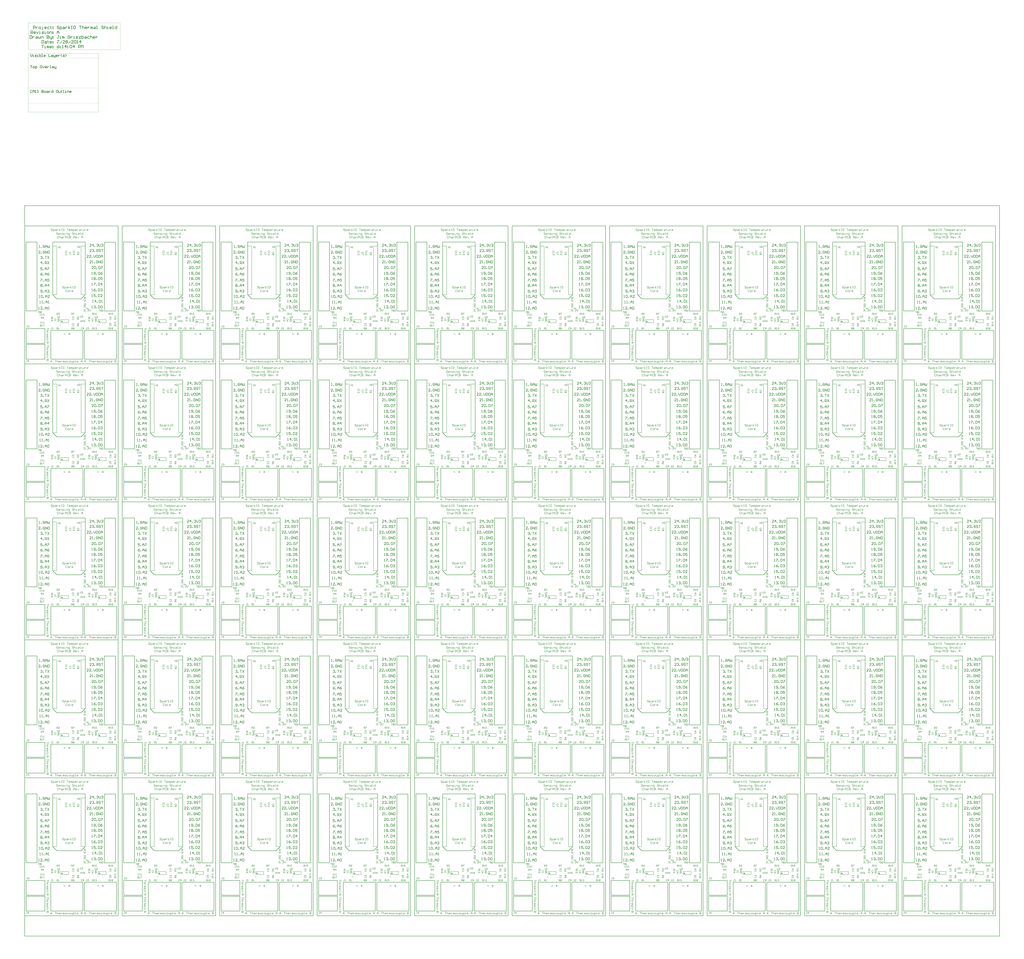
<source format=gto>
%FSLAX25Y25*%
%MOIN*%
G70*
G01*
G75*
%ADD10C,0.01200*%
%ADD11R,0.02559X0.03740*%
G04:AMPARAMS|DCode=12|XSize=37.4mil|YSize=25.59mil|CornerRadius=6.4mil|HoleSize=0mil|Usage=FLASHONLY|Rotation=270.000|XOffset=0mil|YOffset=0mil|HoleType=Round|Shape=RoundedRectangle|*
%AMROUNDEDRECTD12*
21,1,0.03740,0.01280,0,0,270.0*
21,1,0.02461,0.02559,0,0,270.0*
1,1,0.01280,-0.00640,-0.01230*
1,1,0.01280,-0.00640,0.01230*
1,1,0.01280,0.00640,0.01230*
1,1,0.01280,0.00640,-0.01230*
%
%ADD12ROUNDEDRECTD12*%
%ADD13O,0.02362X0.07480*%
%ADD14R,0.03900X0.04300*%
%ADD15C,0.04000*%
%ADD16R,0.04300X0.03900*%
%ADD17C,0.01000*%
%ADD18C,0.01500*%
%ADD19C,0.02000*%
%ADD20C,0.00394*%
%ADD21C,0.07087*%
%ADD22R,0.07087X0.07087*%
%ADD23C,0.09449*%
%ADD24C,0.05906*%
%ADD25R,0.05906X0.05906*%
%ADD26C,0.08661*%
%ADD27C,0.31496*%
%ADD28C,0.01800*%
%ADD29C,0.00787*%
%ADD30C,0.00984*%
%ADD31C,0.01575*%
%ADD32C,0.00700*%
%ADD33C,0.00800*%
D10*
X14600Y2144998D02*
X18599D01*
X16599D01*
Y2139000D01*
X21598D02*
X23597D01*
X24597Y2140000D01*
Y2141999D01*
X23597Y2142999D01*
X21598D01*
X20598Y2141999D01*
Y2140000D01*
X21598Y2139000D01*
X26596Y2137001D02*
Y2142999D01*
X29595D01*
X30595Y2141999D01*
Y2140000D01*
X29595Y2139000D01*
X26596D01*
X41591Y2144998D02*
X39592D01*
X38592Y2143998D01*
Y2140000D01*
X39592Y2139000D01*
X41591D01*
X42591Y2140000D01*
Y2143998D01*
X41591Y2144998D01*
X44590Y2142999D02*
X46590Y2139000D01*
X48589Y2142999D01*
X53587Y2139000D02*
X51588D01*
X50588Y2140000D01*
Y2141999D01*
X51588Y2142999D01*
X53587D01*
X54587Y2141999D01*
Y2140999D01*
X50588D01*
X56586Y2142999D02*
Y2139000D01*
Y2140999D01*
X57586Y2141999D01*
X58586Y2142999D01*
X59585D01*
X62585Y2139000D02*
X64584D01*
X63584D01*
Y2144998D01*
X62585D01*
X68582Y2142999D02*
X70582D01*
X71582Y2141999D01*
Y2139000D01*
X68582D01*
X67583Y2140000D01*
X68582Y2140999D01*
X71582D01*
X73581Y2142999D02*
Y2140000D01*
X74581Y2139000D01*
X77580D01*
Y2138000D01*
X76580Y2137001D01*
X75580D01*
X77580Y2139000D02*
Y2142999D01*
X17199Y2078300D02*
X15200D01*
Y2084298D01*
X17199D01*
X20198Y2078300D02*
Y2084298D01*
X22198Y2082299D01*
X24197Y2084298D01*
Y2078300D01*
X26196D02*
X28196D01*
X27196D01*
Y2084298D01*
X26196Y2083298D01*
X31195Y2078300D02*
X33194D01*
Y2084298D01*
X31195D01*
X42191D02*
Y2078300D01*
X45190D01*
X46190Y2079300D01*
Y2080299D01*
X45190Y2081299D01*
X42191D01*
X45190D01*
X46190Y2082299D01*
Y2083298D01*
X45190Y2084298D01*
X42191D01*
X49189Y2078300D02*
X51188D01*
X52188Y2079300D01*
Y2081299D01*
X51188Y2082299D01*
X49189D01*
X48189Y2081299D01*
Y2079300D01*
X49189Y2078300D01*
X55187Y2082299D02*
X57186D01*
X58186Y2081299D01*
Y2078300D01*
X55187D01*
X54187Y2079300D01*
X55187Y2080299D01*
X58186D01*
X60185Y2082299D02*
Y2078300D01*
Y2080299D01*
X61185Y2081299D01*
X62185Y2082299D01*
X63184D01*
X70182Y2084298D02*
Y2078300D01*
X67183D01*
X66184Y2079300D01*
Y2081299D01*
X67183Y2082299D01*
X70182D01*
X81179Y2084298D02*
X79179D01*
X78180Y2083298D01*
Y2079300D01*
X79179Y2078300D01*
X81179D01*
X82178Y2079300D01*
Y2083298D01*
X81179Y2084298D01*
X84178Y2082299D02*
Y2079300D01*
X85177Y2078300D01*
X88176D01*
Y2082299D01*
X91175Y2083298D02*
Y2082299D01*
X90176D01*
X92175D01*
X91175D01*
Y2079300D01*
X92175Y2078300D01*
X95174D02*
X97174D01*
X96174D01*
Y2084298D01*
X95174D01*
X100172Y2078300D02*
X102172D01*
X101172D01*
Y2082299D01*
X100172D01*
X105171Y2078300D02*
Y2082299D01*
X108170D01*
X109170Y2081299D01*
Y2078300D01*
X114168D02*
X112169D01*
X111169Y2079300D01*
Y2081299D01*
X112169Y2082299D01*
X114168D01*
X115168Y2081299D01*
Y2080299D01*
X111169D01*
X14600Y2172878D02*
Y2168879D01*
X16599Y2166879D01*
X18599Y2168879D01*
Y2172878D01*
X20598Y2166879D02*
X22597D01*
X21598D01*
Y2170878D01*
X20598D01*
X25596Y2166879D02*
X28596D01*
X29595Y2167879D01*
X28596Y2168879D01*
X26596D01*
X25596Y2169879D01*
X26596Y2170878D01*
X29595D01*
X31594Y2166879D02*
X33594D01*
X32594D01*
Y2170878D01*
X31594D01*
X36593Y2172878D02*
Y2166879D01*
X39592D01*
X40592Y2167879D01*
Y2168879D01*
Y2169879D01*
X39592Y2170878D01*
X36593D01*
X42591Y2166879D02*
X44590D01*
X43591D01*
Y2172878D01*
X42591D01*
X50588Y2166879D02*
X48589D01*
X47589Y2167879D01*
Y2169879D01*
X48589Y2170878D01*
X50588D01*
X51588Y2169879D01*
Y2168879D01*
X47589D01*
X59585Y2172878D02*
Y2166879D01*
X63584D01*
X66583Y2170878D02*
X68582D01*
X69582Y2169879D01*
Y2166879D01*
X66583D01*
X65583Y2167879D01*
X66583Y2168879D01*
X69582D01*
X71582Y2170878D02*
Y2167879D01*
X72581Y2166879D01*
X75580D01*
Y2165880D01*
X74581Y2164880D01*
X73581D01*
X75580Y2166879D02*
Y2170878D01*
X80579Y2166879D02*
X78579D01*
X77580Y2167879D01*
Y2169879D01*
X78579Y2170878D01*
X80579D01*
X81578Y2169879D01*
Y2168879D01*
X77580D01*
X83578Y2170878D02*
Y2166879D01*
Y2168879D01*
X84577Y2169879D01*
X85577Y2170878D01*
X86577D01*
X91575Y2166879D02*
X89576Y2168879D01*
Y2170878D01*
X91575Y2172878D01*
X94574Y2166879D02*
X97573D01*
X98573Y2167879D01*
X97573Y2168879D01*
X95574D01*
X94574Y2169879D01*
X95574Y2170878D01*
X98573D01*
X100572Y2166879D02*
X102571Y2168879D01*
Y2170878D01*
X100572Y2172878D01*
X21364Y2235431D02*
Y2242428D01*
X24863D01*
X26029Y2241262D01*
Y2238930D01*
X24863Y2237763D01*
X21364D01*
X28362Y2240096D02*
Y2235431D01*
Y2237763D01*
X29528Y2238930D01*
X30694Y2240096D01*
X31861D01*
X36526Y2235431D02*
X38858D01*
X40025Y2236597D01*
Y2238930D01*
X38858Y2240096D01*
X36526D01*
X35359Y2238930D01*
Y2236597D01*
X36526Y2235431D01*
X42357Y2233098D02*
X43523D01*
X44690Y2234264D01*
Y2240096D01*
X52854Y2235431D02*
X50521D01*
X49355Y2236597D01*
Y2238930D01*
X50521Y2240096D01*
X52854D01*
X54020Y2238930D01*
Y2237763D01*
X49355D01*
X61018Y2240096D02*
X57519D01*
X56353Y2238930D01*
Y2236597D01*
X57519Y2235431D01*
X61018D01*
X64517Y2241262D02*
Y2240096D01*
X63350D01*
X65683D01*
X64517D01*
Y2236597D01*
X65683Y2235431D01*
X69182Y2240096D02*
X70348D01*
Y2238930D01*
X69182D01*
Y2240096D01*
Y2236597D02*
X70348D01*
Y2235431D01*
X69182D01*
Y2236597D01*
X15532Y2223620D02*
Y2230617D01*
X19031D01*
X20198Y2229451D01*
Y2227118D01*
X19031Y2225952D01*
X15532D01*
X17865D02*
X20198Y2223620D01*
X26029D02*
X23697D01*
X22530Y2224786D01*
Y2227118D01*
X23697Y2228285D01*
X26029D01*
X27195Y2227118D01*
Y2225952D01*
X22530D01*
X29528Y2228285D02*
X31861Y2223620D01*
X34193Y2228285D01*
X36526Y2223620D02*
X38858D01*
X37692D01*
Y2228285D01*
X36526D01*
X42357Y2223620D02*
X45856D01*
X47022Y2224786D01*
X45856Y2225952D01*
X43523D01*
X42357Y2227118D01*
X43523Y2228285D01*
X47022D01*
X49355Y2223620D02*
X51688D01*
X50521D01*
Y2228285D01*
X49355D01*
X56353Y2223620D02*
X58685D01*
X59851Y2224786D01*
Y2227118D01*
X58685Y2228285D01*
X56353D01*
X55186Y2227118D01*
Y2224786D01*
X56353Y2223620D01*
X62184D02*
Y2228285D01*
X65683D01*
X66849Y2227118D01*
Y2223620D01*
X69182Y2228285D02*
X70348D01*
Y2227118D01*
X69182D01*
Y2228285D01*
Y2224786D02*
X70348D01*
Y2223620D01*
X69182D01*
Y2224786D01*
X13200Y2218806D02*
Y2211809D01*
X16699D01*
X17865Y2212975D01*
Y2217640D01*
X16699Y2218806D01*
X13200D01*
X20198Y2216474D02*
Y2211809D01*
Y2214141D01*
X21364Y2215307D01*
X22530Y2216474D01*
X23697D01*
X28362D02*
X30694D01*
X31861Y2215307D01*
Y2211809D01*
X28362D01*
X27195Y2212975D01*
X28362Y2214141D01*
X31861D01*
X34193Y2216474D02*
Y2212975D01*
X35359Y2211809D01*
X36526Y2212975D01*
X37692Y2211809D01*
X38858Y2212975D01*
Y2216474D01*
X41191Y2211809D02*
Y2216474D01*
X44690D01*
X45856Y2215307D01*
Y2211809D01*
X55186Y2218806D02*
Y2211809D01*
X58685D01*
X59851Y2212975D01*
Y2214141D01*
X58685Y2215307D01*
X55186D01*
X58685D01*
X59851Y2216474D01*
Y2217640D01*
X58685Y2218806D01*
X55186D01*
X62184Y2216474D02*
Y2212975D01*
X63350Y2211809D01*
X66849D01*
Y2210642D01*
X65683Y2209476D01*
X64517D01*
X66849Y2211809D02*
Y2216474D01*
X69182D02*
X70348D01*
Y2215307D01*
X69182D01*
Y2216474D01*
Y2212975D02*
X70348D01*
Y2211809D01*
X69182D01*
Y2212975D01*
X42357Y2206995D02*
Y2199998D01*
X45856D01*
X47022Y2201164D01*
Y2205829D01*
X45856Y2206995D01*
X42357D01*
X50521Y2204663D02*
X52854D01*
X54020Y2203497D01*
Y2199998D01*
X50521D01*
X49355Y2201164D01*
X50521Y2202330D01*
X54020D01*
X57519Y2205829D02*
Y2204663D01*
X56353D01*
X58685D01*
X57519D01*
Y2201164D01*
X58685Y2199998D01*
X65683D02*
X63350D01*
X62184Y2201164D01*
Y2203497D01*
X63350Y2204663D01*
X65683D01*
X66849Y2203497D01*
Y2202330D01*
X62184D01*
X69182Y2204663D02*
X70348D01*
Y2203497D01*
X69182D01*
Y2204663D01*
Y2201164D02*
X70348D01*
Y2199998D01*
X69182D01*
Y2201164D01*
X42357Y2195184D02*
X47022D01*
X44690D01*
Y2188187D01*
X49355D02*
X51688D01*
X50521D01*
Y2192852D01*
X49355D01*
X55186Y2188187D02*
Y2192852D01*
X56353D01*
X57519Y2191685D01*
Y2188187D01*
Y2191685D01*
X58685Y2192852D01*
X59851Y2191685D01*
Y2188187D01*
X65683D02*
X63350D01*
X62184Y2189353D01*
Y2191685D01*
X63350Y2192852D01*
X65683D01*
X66849Y2191685D01*
Y2190519D01*
X62184D01*
X69182Y2192852D02*
X70348D01*
Y2191685D01*
X69182D01*
Y2192852D01*
Y2189353D02*
X70348D01*
Y2188187D01*
X69182D01*
Y2189353D01*
X84794Y2241262D02*
X83628Y2242428D01*
X81295D01*
X80129Y2241262D01*
Y2240096D01*
X81295Y2238930D01*
X83628D01*
X84794Y2237763D01*
Y2236597D01*
X83628Y2235431D01*
X81295D01*
X80129Y2236597D01*
X87127Y2233098D02*
Y2240096D01*
X90626D01*
X91792Y2238930D01*
Y2236597D01*
X90626Y2235431D01*
X87127D01*
X95291Y2240096D02*
X97623D01*
X98790Y2238930D01*
Y2235431D01*
X95291D01*
X94125Y2236597D01*
X95291Y2237763D01*
X98790D01*
X101122Y2240096D02*
Y2235431D01*
Y2237763D01*
X102289Y2238930D01*
X103455Y2240096D01*
X104621D01*
X108120Y2235431D02*
Y2242428D01*
Y2237763D02*
X111619Y2240096D01*
X108120Y2237763D02*
X111619Y2235431D01*
X115118Y2242428D02*
X117450D01*
X116284D01*
Y2235431D01*
X115118D01*
X117450D01*
X124448Y2242428D02*
X122116D01*
X120949Y2241262D01*
Y2236597D01*
X122116Y2235431D01*
X124448D01*
X125614Y2236597D01*
Y2241262D01*
X124448Y2242428D01*
X134945D02*
X139610D01*
X137277D01*
Y2235431D01*
X141943Y2242428D02*
Y2235431D01*
Y2238930D01*
X143109Y2240096D01*
X145441D01*
X146608Y2238930D01*
Y2235431D01*
X152439D02*
X150107D01*
X148940Y2236597D01*
Y2238930D01*
X150107Y2240096D01*
X152439D01*
X153605Y2238930D01*
Y2237763D01*
X148940D01*
X155938Y2240096D02*
Y2235431D01*
Y2237763D01*
X157104Y2238930D01*
X158271Y2240096D01*
X159437D01*
X162936Y2235431D02*
Y2240096D01*
X164102D01*
X165268Y2238930D01*
Y2235431D01*
Y2238930D01*
X166435Y2240096D01*
X167601Y2238930D01*
Y2235431D01*
X171100Y2240096D02*
X173432D01*
X174599Y2238930D01*
Y2235431D01*
X171100D01*
X169933Y2236597D01*
X171100Y2237763D01*
X174599D01*
X176931Y2235431D02*
X179264D01*
X178097D01*
Y2242428D01*
X176931D01*
X194425Y2241262D02*
X193259Y2242428D01*
X190927D01*
X189760Y2241262D01*
Y2240096D01*
X190927Y2238930D01*
X193259D01*
X194425Y2237763D01*
Y2236597D01*
X193259Y2235431D01*
X190927D01*
X189760Y2236597D01*
X196758Y2242428D02*
Y2235431D01*
Y2238930D01*
X197924Y2240096D01*
X200257D01*
X201423Y2238930D01*
Y2235431D01*
X203756D02*
X206088D01*
X204922D01*
Y2240096D01*
X203756D01*
X213086Y2235431D02*
X210754D01*
X209587Y2236597D01*
Y2238930D01*
X210754Y2240096D01*
X213086D01*
X214252Y2238930D01*
Y2237763D01*
X209587D01*
X216585Y2235431D02*
X218918D01*
X217751D01*
Y2242428D01*
X216585D01*
X227082D02*
Y2235431D01*
X223583D01*
X222416Y2236597D01*
Y2238930D01*
X223583Y2240096D01*
X227082D01*
X80129Y2223620D02*
Y2228285D01*
X82462Y2230617D01*
X84794Y2228285D01*
Y2223620D01*
Y2227118D01*
X80129D01*
X84794Y2218806D02*
X82462D01*
X83628D01*
Y2212975D01*
X82462Y2211809D01*
X81295D01*
X80129Y2212975D01*
X87127Y2211809D02*
X89459D01*
X88293D01*
Y2216474D01*
X87127D01*
X92958Y2211809D02*
Y2216474D01*
X94125D01*
X95291Y2215307D01*
Y2211809D01*
Y2215307D01*
X96457Y2216474D01*
X97623Y2215307D01*
Y2211809D01*
X111619Y2217640D02*
X110453Y2218806D01*
X108120D01*
X106954Y2217640D01*
Y2212975D01*
X108120Y2211809D01*
X110453D01*
X111619Y2212975D01*
Y2215307D01*
X109286D01*
X113952Y2216474D02*
Y2211809D01*
Y2214141D01*
X115118Y2215307D01*
X116284Y2216474D01*
X117450D01*
X120949Y2211809D02*
X123282D01*
X122116D01*
Y2216474D01*
X120949D01*
X126781Y2211809D02*
X130280D01*
X131446Y2212975D01*
X130280Y2214141D01*
X127947D01*
X126781Y2215307D01*
X127947Y2216474D01*
X131446D01*
X133778D02*
X138444D01*
X133778Y2211809D01*
X138444D01*
X140776Y2218806D02*
Y2211809D01*
X144275D01*
X145441Y2212975D01*
Y2214141D01*
Y2215307D01*
X144275Y2216474D01*
X140776D01*
X148940D02*
X151273D01*
X152439Y2215307D01*
Y2211809D01*
X148940D01*
X147774Y2212975D01*
X148940Y2214141D01*
X152439D01*
X159437Y2216474D02*
X155938D01*
X154772Y2215307D01*
Y2212975D01*
X155938Y2211809D01*
X159437D01*
X161769Y2218806D02*
Y2211809D01*
Y2215307D01*
X162936Y2216474D01*
X165268D01*
X166435Y2215307D01*
Y2211809D01*
X172266D02*
X169933D01*
X168767Y2212975D01*
Y2215307D01*
X169933Y2216474D01*
X172266D01*
X173432Y2215307D01*
Y2214141D01*
X168767D01*
X175765Y2216474D02*
Y2211809D01*
Y2214141D01*
X176931Y2215307D01*
X178097Y2216474D01*
X179264D01*
X84794Y2195184D02*
X82462Y2194018D01*
X80129Y2191685D01*
Y2189353D01*
X81295Y2188187D01*
X83628D01*
X84794Y2189353D01*
Y2190519D01*
X83628Y2191685D01*
X80129D01*
X87127Y2192852D02*
X88293D01*
Y2191685D01*
X87127D01*
Y2192852D01*
Y2189353D02*
X88293D01*
Y2188187D01*
X87127D01*
Y2189353D01*
X92958Y2188187D02*
X95291D01*
X94125D01*
Y2195184D01*
X92958Y2194018D01*
X102289Y2188187D02*
Y2195184D01*
X98790Y2191685D01*
X103455D01*
X105788Y2192852D02*
X106954D01*
Y2191685D01*
X105788D01*
Y2192852D01*
Y2189353D02*
X106954D01*
Y2188187D01*
X105788D01*
Y2189353D01*
X111619Y2194018D02*
X112785Y2195184D01*
X115118D01*
X116284Y2194018D01*
Y2189353D01*
X115118Y2188187D01*
X112785D01*
X111619Y2189353D01*
Y2194018D01*
X122116Y2188187D02*
Y2195184D01*
X118617Y2191685D01*
X123282D01*
X132612Y2188187D02*
Y2195184D01*
X136111D01*
X137277Y2194018D01*
Y2191685D01*
X136111Y2190519D01*
X132612D01*
X139610Y2188187D02*
Y2195184D01*
X141943Y2192852D01*
X144275Y2195184D01*
Y2188187D01*
X80129Y2206995D02*
X84794D01*
Y2205829D01*
X80129Y2201164D01*
Y2199998D01*
X87127D02*
X91792Y2204663D01*
X98790Y2199998D02*
X94125D01*
X98790Y2204663D01*
Y2205829D01*
X97623Y2206995D01*
X95291D01*
X94125Y2205829D01*
X101122D02*
X102289Y2206995D01*
X104621D01*
X105788Y2205829D01*
Y2204663D01*
X104621Y2203497D01*
X105788Y2202330D01*
Y2201164D01*
X104621Y2199998D01*
X102289D01*
X101122Y2201164D01*
Y2202330D01*
X102289Y2203497D01*
X101122Y2204663D01*
Y2205829D01*
X102289Y2203497D02*
X104621D01*
X108120Y2199998D02*
X112785Y2204663D01*
X119783Y2199998D02*
X115118D01*
X119783Y2204663D01*
Y2205829D01*
X118617Y2206995D01*
X116284D01*
X115118Y2205829D01*
X122116D02*
X123282Y2206995D01*
X125614D01*
X126781Y2205829D01*
Y2201164D01*
X125614Y2199998D01*
X123282D01*
X122116Y2201164D01*
Y2205829D01*
X129113Y2199998D02*
X131446D01*
X130280D01*
Y2206995D01*
X129113Y2205829D01*
X138444Y2199998D02*
Y2206995D01*
X134945Y2203497D01*
X139610D01*
D17*
X196614Y349985D02*
X223386D01*
Y180300D02*
Y349985D01*
X196614Y180300D02*
Y349985D01*
Y180300D02*
X223386D01*
X147268Y132497D02*
X226008D01*
X147268Y61654D02*
Y132497D01*
Y61654D02*
X226008D01*
Y132497D01*
X49905Y61400D02*
Y97953D01*
X3646Y61400D02*
X49905D01*
X3646D02*
Y97953D01*
X49905D01*
X3614Y180615D02*
X30386D01*
X3614D02*
Y350300D01*
X30386Y180615D02*
Y350300D01*
X3614D02*
X30386D01*
X49905Y100400D02*
Y136953D01*
X3646Y100400D02*
X49905D01*
X3646D02*
Y136953D01*
X49905D01*
X64591Y132497D02*
X143331D01*
X64591Y61654D02*
Y132497D01*
Y61654D02*
X143331D01*
Y132497D01*
X150900Y187000D02*
X157100D01*
X149000Y220300D02*
Y350300D01*
X139000Y210300D02*
X149000Y220300D01*
X79000Y210300D02*
X139000D01*
X69000Y220300D02*
X79000Y210300D01*
X69000Y220300D02*
Y350300D01*
X149000D01*
X178764Y123685D02*
X182763D01*
X190575D02*
X194573D01*
X192574Y125684D02*
Y121686D01*
X96087Y123685D02*
X100085D01*
X107898D02*
X111896D01*
X109897Y125684D02*
Y121686D01*
X165000Y187300D02*
X166999D01*
X166000D01*
Y193298D01*
X165000Y192298D01*
X169998D02*
X170998Y193298D01*
X172997D01*
X173997Y192298D01*
Y191299D01*
X172997Y190299D01*
X171998D01*
X172997D01*
X173997Y189299D01*
Y188300D01*
X172997Y187300D01*
X170998D01*
X169998Y188300D01*
X175996Y187300D02*
Y188300D01*
X176996D01*
Y187300D01*
X175996D01*
X180995Y193298D02*
Y187300D01*
X183994D01*
X184994Y188300D01*
Y192298D01*
X183994Y193298D01*
X180995D01*
X186993Y192298D02*
X187993Y193298D01*
X189992D01*
X190992Y192298D01*
Y188300D01*
X189992Y187300D01*
X187993D01*
X186993Y188300D01*
Y192298D01*
X167000Y201300D02*
X168999D01*
X168000D01*
Y207298D01*
X167000Y206298D01*
X174997Y201300D02*
Y207298D01*
X171998Y204299D01*
X175997D01*
X177996Y201300D02*
Y202300D01*
X178996D01*
Y201300D01*
X177996D01*
X182995Y207298D02*
Y201300D01*
X185994D01*
X186994Y202300D01*
Y206298D01*
X185994Y207298D01*
X182995D01*
X188993Y201300D02*
X190992D01*
X189993D01*
Y207298D01*
X188993Y206298D01*
X165000Y215300D02*
X166999D01*
X166000D01*
Y221298D01*
X165000Y220298D01*
X173997Y221298D02*
X169998D01*
Y218299D01*
X171998Y219299D01*
X172997D01*
X173997Y218299D01*
Y216300D01*
X172997Y215300D01*
X170998D01*
X169998Y216300D01*
X175996Y215300D02*
Y216300D01*
X176996D01*
Y215300D01*
X175996D01*
X180995Y221298D02*
Y215300D01*
X183994D01*
X184994Y216300D01*
Y220298D01*
X183994Y221298D01*
X180995D01*
X190992Y215300D02*
X186993D01*
X190992Y219299D01*
Y220298D01*
X189992Y221298D01*
X187993D01*
X186993Y220298D01*
X165000Y229300D02*
X166999D01*
X166000D01*
Y235298D01*
X165000Y234298D01*
X173997Y235298D02*
X171998Y234298D01*
X169998Y232299D01*
Y230300D01*
X170998Y229300D01*
X172997D01*
X173997Y230300D01*
Y231299D01*
X172997Y232299D01*
X169998D01*
X175996Y229300D02*
Y230300D01*
X176996D01*
Y229300D01*
X175996D01*
X180995Y235298D02*
Y229300D01*
X183994D01*
X184994Y230300D01*
Y234298D01*
X183994Y235298D01*
X180995D01*
X186993Y234298D02*
X187993Y235298D01*
X189992D01*
X190992Y234298D01*
Y233299D01*
X189992Y232299D01*
X188992D01*
X189992D01*
X190992Y231299D01*
Y230300D01*
X189992Y229300D01*
X187993D01*
X186993Y230300D01*
X165000Y243300D02*
X166999D01*
X166000D01*
Y249298D01*
X165000Y248298D01*
X169998Y249298D02*
X173997D01*
Y248298D01*
X169998Y244300D01*
Y243300D01*
X175996D02*
Y244300D01*
X176996D01*
Y243300D01*
X175996D01*
X180995Y249298D02*
Y243300D01*
X183994D01*
X184994Y244300D01*
Y248298D01*
X183994Y249298D01*
X180995D01*
X189992Y243300D02*
Y249298D01*
X186993Y246299D01*
X190992D01*
X165000Y257300D02*
X166999D01*
X166000D01*
Y263298D01*
X165000Y262298D01*
X169998D02*
X170998Y263298D01*
X172997D01*
X173997Y262298D01*
Y261299D01*
X172997Y260299D01*
X173997Y259299D01*
Y258300D01*
X172997Y257300D01*
X170998D01*
X169998Y258300D01*
Y259299D01*
X170998Y260299D01*
X169998Y261299D01*
Y262298D01*
X170998Y260299D02*
X172997D01*
X175996Y257300D02*
Y258300D01*
X176996D01*
Y257300D01*
X175996D01*
X180995Y263298D02*
Y257300D01*
X183994D01*
X184994Y258300D01*
Y262298D01*
X183994Y263298D01*
X180995D01*
X190992D02*
X186993D01*
Y260299D01*
X188992Y261299D01*
X189992D01*
X190992Y260299D01*
Y258300D01*
X189992Y257300D01*
X187993D01*
X186993Y258300D01*
X165000Y270300D02*
X166999D01*
X166000D01*
Y276298D01*
X165000Y275298D01*
X169998Y271300D02*
X170998Y270300D01*
X172997D01*
X173997Y271300D01*
Y275298D01*
X172997Y276298D01*
X170998D01*
X169998Y275298D01*
Y274299D01*
X170998Y273299D01*
X173997D01*
X175996Y270300D02*
Y271300D01*
X176996D01*
Y270300D01*
X175996D01*
X180995Y276298D02*
Y270300D01*
X183994D01*
X184994Y271300D01*
Y275298D01*
X183994Y276298D01*
X180995D01*
X190992D02*
X188992Y275298D01*
X186993Y273299D01*
Y271300D01*
X187993Y270300D01*
X189992D01*
X190992Y271300D01*
Y272299D01*
X189992Y273299D01*
X186993D01*
X168999Y284300D02*
X165000D01*
X168999Y288299D01*
Y289298D01*
X167999Y290298D01*
X166000D01*
X165000Y289298D01*
X170998D02*
X171998Y290298D01*
X173997D01*
X174997Y289298D01*
Y285300D01*
X173997Y284300D01*
X171998D01*
X170998Y285300D01*
Y289298D01*
X176996Y284300D02*
Y285300D01*
X177996D01*
Y284300D01*
X176996D01*
X181994Y290298D02*
Y284300D01*
X184994D01*
X185993Y285300D01*
Y289298D01*
X184994Y290298D01*
X181994D01*
X187993D02*
X191991D01*
Y289298D01*
X187993Y285300D01*
Y284300D01*
X163999Y298300D02*
X160000D01*
X163999Y302299D01*
Y303298D01*
X162999Y304298D01*
X161000D01*
X160000Y303298D01*
X165998Y298300D02*
X167997D01*
X166998D01*
Y304298D01*
X165998Y303298D01*
X170996Y298300D02*
Y299300D01*
X171996D01*
Y298300D01*
X170996D01*
X179993Y303298D02*
X178994Y304298D01*
X176995D01*
X175995Y303298D01*
Y299300D01*
X176995Y298300D01*
X178994D01*
X179993Y299300D01*
Y301299D01*
X177994D01*
X181993Y298300D02*
Y304298D01*
X185992Y298300D01*
Y304298D01*
X187991D02*
Y298300D01*
X190990D01*
X191990Y299300D01*
Y303298D01*
X190990Y304298D01*
X187991D01*
X156999Y312300D02*
X153000D01*
X156999Y316299D01*
Y317298D01*
X155999Y318298D01*
X154000D01*
X153000Y317298D01*
X162997Y312300D02*
X158998D01*
X162997Y316299D01*
Y317298D01*
X161997Y318298D01*
X159998D01*
X158998Y317298D01*
X164996Y312300D02*
Y313300D01*
X165996D01*
Y312300D01*
X164996D01*
X169994Y318298D02*
Y314299D01*
X171994Y312300D01*
X173993Y314299D01*
Y318298D01*
X175993D02*
Y312300D01*
X178992D01*
X179991Y313300D01*
Y317298D01*
X178992Y318298D01*
X175993D01*
X181991D02*
Y312300D01*
X184990D01*
X185989Y313300D01*
Y317298D01*
X184990Y318298D01*
X181991D01*
X187989Y312300D02*
Y316299D01*
X189988Y318298D01*
X191987Y316299D01*
Y312300D01*
Y315299D01*
X187989D01*
X163999Y326300D02*
X160000D01*
X163999Y330299D01*
Y331298D01*
X162999Y332298D01*
X161000D01*
X160000Y331298D01*
X165998D02*
X166998Y332298D01*
X168997D01*
X169997Y331298D01*
Y330299D01*
X168997Y329299D01*
X167997D01*
X168997D01*
X169997Y328299D01*
Y327300D01*
X168997Y326300D01*
X166998D01*
X165998Y327300D01*
X171996Y326300D02*
Y327300D01*
X172996D01*
Y326300D01*
X171996D01*
X176995D02*
Y332298D01*
X179993D01*
X180993Y331298D01*
Y329299D01*
X179993Y328299D01*
X176995D01*
X178994D02*
X180993Y326300D01*
X186991Y331298D02*
X185992Y332298D01*
X183992D01*
X182993Y331298D01*
Y330299D01*
X183992Y329299D01*
X185992D01*
X186991Y328299D01*
Y327300D01*
X185992Y326300D01*
X183992D01*
X182993Y327300D01*
X188991Y332298D02*
X192989D01*
X190990D01*
Y326300D01*
X163999Y339300D02*
X160000D01*
X163999Y343299D01*
Y344298D01*
X162999Y345298D01*
X161000D01*
X160000Y344298D01*
X168997Y339300D02*
Y345298D01*
X165998Y342299D01*
X169997D01*
X171996Y339300D02*
Y340300D01*
X172996D01*
Y339300D01*
X171996D01*
X176995Y344298D02*
X177994Y345298D01*
X179993D01*
X180993Y344298D01*
Y343299D01*
X179993Y342299D01*
X178994D01*
X179993D01*
X180993Y341299D01*
Y340300D01*
X179993Y339300D01*
X177994D01*
X176995Y340300D01*
X182993Y345298D02*
Y341299D01*
X184992Y339300D01*
X186991Y341299D01*
Y345298D01*
X188991Y344298D02*
X189990Y345298D01*
X191990D01*
X192989Y344298D01*
Y343299D01*
X191990Y342299D01*
X190990D01*
X191990D01*
X192989Y341299D01*
Y340300D01*
X191990Y339300D01*
X189990D01*
X188991Y340300D01*
X34000Y184300D02*
X35999D01*
X35000D01*
Y190298D01*
X34000Y189298D01*
X42997Y184300D02*
X38998D01*
X42997Y188299D01*
Y189298D01*
X41997Y190298D01*
X39998D01*
X38998Y189298D01*
X44996Y184300D02*
Y185300D01*
X45996D01*
Y184300D01*
X44996D01*
X49995D02*
Y188299D01*
X51994Y190298D01*
X53993Y188299D01*
Y184300D01*
Y187299D01*
X49995D01*
X55993Y189298D02*
X56993Y190298D01*
X58992D01*
X59992Y189298D01*
Y185300D01*
X58992Y184300D01*
X56993D01*
X55993Y185300D01*
Y189298D01*
X37000Y199300D02*
X38999D01*
X38000D01*
Y205298D01*
X37000Y204298D01*
X41998Y199300D02*
X43998D01*
X42998D01*
Y205298D01*
X41998Y204298D01*
X46997Y199300D02*
Y200300D01*
X47996D01*
Y199300D01*
X46997D01*
X51995D02*
Y203299D01*
X53995Y205298D01*
X55994Y203299D01*
Y199300D01*
Y202299D01*
X51995D01*
X57993Y199300D02*
X59993D01*
X58993D01*
Y205298D01*
X57993Y204298D01*
X35000Y213300D02*
X36999D01*
X36000D01*
Y219298D01*
X35000Y218298D01*
X39998D02*
X40998Y219298D01*
X42997D01*
X43997Y218298D01*
Y214300D01*
X42997Y213300D01*
X40998D01*
X39998Y214300D01*
Y218298D01*
X45996Y213300D02*
Y214300D01*
X46996D01*
Y213300D01*
X45996D01*
X50995D02*
Y217299D01*
X52994Y219298D01*
X54993Y217299D01*
Y213300D01*
Y216299D01*
X50995D01*
X60992Y213300D02*
X56993D01*
X60992Y217299D01*
Y218298D01*
X59992Y219298D01*
X57993D01*
X56993Y218298D01*
X39000Y227300D02*
X40000Y226300D01*
X41999D01*
X42999Y227300D01*
Y231298D01*
X41999Y232298D01*
X40000D01*
X39000Y231298D01*
Y230299D01*
X40000Y229299D01*
X42999D01*
X44998Y226300D02*
Y227300D01*
X45998D01*
Y226300D01*
X44998D01*
X49996D02*
Y230299D01*
X51996Y232298D01*
X53995Y230299D01*
Y226300D01*
Y229299D01*
X49996D01*
X55994Y231298D02*
X56994Y232298D01*
X58994D01*
X59993Y231298D01*
Y230299D01*
X58994Y229299D01*
X57994D01*
X58994D01*
X59993Y228299D01*
Y227300D01*
X58994Y226300D01*
X56994D01*
X55994Y227300D01*
X39000Y245298D02*
X40000Y246298D01*
X41999D01*
X42999Y245298D01*
Y244299D01*
X41999Y243299D01*
X42999Y242299D01*
Y241300D01*
X41999Y240300D01*
X40000D01*
X39000Y241300D01*
Y242299D01*
X40000Y243299D01*
X39000Y244299D01*
Y245298D01*
X40000Y243299D02*
X41999D01*
X44998Y240300D02*
Y241300D01*
X45998D01*
Y240300D01*
X44998D01*
X49996D02*
Y244299D01*
X51996Y246298D01*
X53995Y244299D01*
Y240300D01*
Y243299D01*
X49996D01*
X58994Y240300D02*
Y246298D01*
X55994Y243299D01*
X59993D01*
X39000Y259298D02*
X42999D01*
Y258298D01*
X39000Y254300D01*
Y253300D01*
X44998D02*
Y254300D01*
X45998D01*
Y253300D01*
X44998D01*
X49996D02*
Y257299D01*
X51996Y259298D01*
X53995Y257299D01*
Y253300D01*
Y256299D01*
X49996D01*
X59993Y259298D02*
X55994D01*
Y256299D01*
X57994Y257299D01*
X58994D01*
X59993Y256299D01*
Y254300D01*
X58994Y253300D01*
X56994D01*
X55994Y254300D01*
X42999Y274298D02*
X40999Y273298D01*
X39000Y271299D01*
Y269300D01*
X40000Y268300D01*
X41999D01*
X42999Y269300D01*
Y270299D01*
X41999Y271299D01*
X39000D01*
X44998Y268300D02*
Y269300D01*
X45998D01*
Y268300D01*
X44998D01*
X49996D02*
Y272299D01*
X51996Y274298D01*
X53995Y272299D01*
Y268300D01*
Y271299D01*
X49996D01*
X59993Y274298D02*
X57994Y273298D01*
X55994Y271299D01*
Y269300D01*
X56994Y268300D01*
X58994D01*
X59993Y269300D01*
Y270299D01*
X58994Y271299D01*
X55994D01*
X42999Y287298D02*
X39000D01*
Y284299D01*
X40999Y285299D01*
X41999D01*
X42999Y284299D01*
Y282300D01*
X41999Y281300D01*
X40000D01*
X39000Y282300D01*
X44998Y281300D02*
Y282300D01*
X45998D01*
Y281300D01*
X44998D01*
X49996D02*
Y285299D01*
X51996Y287298D01*
X53995Y285299D01*
Y281300D01*
Y284299D01*
X49996D01*
X55994Y287298D02*
X59993D01*
Y286298D01*
X55994Y282300D01*
Y281300D01*
X41999Y296300D02*
Y302298D01*
X39000Y299299D01*
X42999D01*
X44998Y296300D02*
Y297300D01*
X45998D01*
Y296300D01*
X44998D01*
X49996D02*
Y302298D01*
X52996D01*
X53995Y301298D01*
Y299299D01*
X52996Y298299D01*
X49996D01*
X51996D02*
X53995Y296300D01*
X55994Y302298D02*
X59993Y296300D01*
Y302298D02*
X55994Y296300D01*
X39000Y314298D02*
X40000Y315298D01*
X41999D01*
X42999Y314298D01*
Y313299D01*
X41999Y312299D01*
X40999D01*
X41999D01*
X42999Y311299D01*
Y310300D01*
X41999Y309300D01*
X40000D01*
X39000Y310300D01*
X44998Y309300D02*
Y310300D01*
X45998D01*
Y309300D01*
X44998D01*
X49996Y315298D02*
X53995D01*
X51996D01*
Y309300D01*
X55994Y315298D02*
X59993Y309300D01*
Y315298D02*
X55994Y309300D01*
X37999Y322300D02*
X34000D01*
X37999Y326299D01*
Y327298D01*
X36999Y328298D01*
X35000D01*
X34000Y327298D01*
X39998Y322300D02*
Y323300D01*
X40998D01*
Y322300D01*
X39998D01*
X48995Y327298D02*
X47995Y328298D01*
X45996D01*
X44996Y327298D01*
Y323300D01*
X45996Y322300D01*
X47995D01*
X48995Y323300D01*
Y325299D01*
X46996D01*
X50994Y322300D02*
Y328298D01*
X54993Y322300D01*
Y328298D01*
X56993D02*
Y322300D01*
X59992D01*
X60991Y323300D01*
Y327298D01*
X59992Y328298D01*
X56993D01*
X35000Y336300D02*
X36999D01*
X36000D01*
Y342298D01*
X35000Y341298D01*
X39998Y336300D02*
Y337300D01*
X40998D01*
Y336300D01*
X39998D01*
X44997D02*
Y342298D01*
X47996D01*
X48996Y341298D01*
Y339299D01*
X47996Y338299D01*
X44997D01*
X46996D02*
X48996Y336300D01*
X50995D02*
Y340299D01*
X52994Y342298D01*
X54993Y340299D01*
Y336300D01*
Y339299D01*
X50995D01*
X56993Y342298D02*
Y336300D01*
X58992Y338299D01*
X60992Y336300D01*
Y342298D01*
X436614Y349985D02*
X463386D01*
Y180300D02*
Y349985D01*
X436614Y180300D02*
Y349985D01*
Y180300D02*
X463386D01*
X387268Y132497D02*
X466008D01*
X387268Y61654D02*
Y132497D01*
Y61654D02*
X466008D01*
Y132497D01*
X289906Y61400D02*
Y97953D01*
X243646Y61400D02*
X289906D01*
X243646D02*
Y97953D01*
X289906D01*
X243614Y180615D02*
X270386D01*
X243614D02*
Y350300D01*
X270386Y180615D02*
Y350300D01*
X243614D02*
X270386D01*
X289906Y100400D02*
Y136953D01*
X243646Y100400D02*
X289906D01*
X243646D02*
Y136953D01*
X289906D01*
X304591Y132497D02*
X383331D01*
X304591Y61654D02*
Y132497D01*
Y61654D02*
X383331D01*
Y132497D01*
X390900Y187000D02*
X397100D01*
X389000Y220300D02*
Y350300D01*
X379000Y210300D02*
X389000Y220300D01*
X319000Y210300D02*
X379000D01*
X309000Y220300D02*
X319000Y210300D01*
X309000Y220300D02*
Y350300D01*
X389000D01*
X418764Y123685D02*
X422762D01*
X430575D02*
X434574D01*
X432574Y125684D02*
Y121686D01*
X336087Y123685D02*
X340085D01*
X347898D02*
X351896D01*
X349897Y125684D02*
Y121686D01*
X405000Y187300D02*
X406999D01*
X406000D01*
Y193298D01*
X405000Y192298D01*
X409998D02*
X410998Y193298D01*
X412997D01*
X413997Y192298D01*
Y191299D01*
X412997Y190299D01*
X411998D01*
X412997D01*
X413997Y189299D01*
Y188300D01*
X412997Y187300D01*
X410998D01*
X409998Y188300D01*
X415996Y187300D02*
Y188300D01*
X416996D01*
Y187300D01*
X415996D01*
X420995Y193298D02*
Y187300D01*
X423994D01*
X424994Y188300D01*
Y192298D01*
X423994Y193298D01*
X420995D01*
X426993Y192298D02*
X427993Y193298D01*
X429992D01*
X430992Y192298D01*
Y188300D01*
X429992Y187300D01*
X427993D01*
X426993Y188300D01*
Y192298D01*
X407000Y201300D02*
X408999D01*
X408000D01*
Y207298D01*
X407000Y206298D01*
X414997Y201300D02*
Y207298D01*
X411998Y204299D01*
X415997D01*
X417996Y201300D02*
Y202300D01*
X418996D01*
Y201300D01*
X417996D01*
X422995Y207298D02*
Y201300D01*
X425994D01*
X426994Y202300D01*
Y206298D01*
X425994Y207298D01*
X422995D01*
X428993Y201300D02*
X430992D01*
X429993D01*
Y207298D01*
X428993Y206298D01*
X405000Y215300D02*
X406999D01*
X406000D01*
Y221298D01*
X405000Y220298D01*
X413997Y221298D02*
X409998D01*
Y218299D01*
X411998Y219299D01*
X412997D01*
X413997Y218299D01*
Y216300D01*
X412997Y215300D01*
X410998D01*
X409998Y216300D01*
X415996Y215300D02*
Y216300D01*
X416996D01*
Y215300D01*
X415996D01*
X420995Y221298D02*
Y215300D01*
X423994D01*
X424994Y216300D01*
Y220298D01*
X423994Y221298D01*
X420995D01*
X430992Y215300D02*
X426993D01*
X430992Y219299D01*
Y220298D01*
X429992Y221298D01*
X427993D01*
X426993Y220298D01*
X405000Y229300D02*
X406999D01*
X406000D01*
Y235298D01*
X405000Y234298D01*
X413997Y235298D02*
X411998Y234298D01*
X409998Y232299D01*
Y230300D01*
X410998Y229300D01*
X412997D01*
X413997Y230300D01*
Y231299D01*
X412997Y232299D01*
X409998D01*
X415996Y229300D02*
Y230300D01*
X416996D01*
Y229300D01*
X415996D01*
X420995Y235298D02*
Y229300D01*
X423994D01*
X424994Y230300D01*
Y234298D01*
X423994Y235298D01*
X420995D01*
X426993Y234298D02*
X427993Y235298D01*
X429992D01*
X430992Y234298D01*
Y233299D01*
X429992Y232299D01*
X428992D01*
X429992D01*
X430992Y231299D01*
Y230300D01*
X429992Y229300D01*
X427993D01*
X426993Y230300D01*
X405000Y243300D02*
X406999D01*
X406000D01*
Y249298D01*
X405000Y248298D01*
X409998Y249298D02*
X413997D01*
Y248298D01*
X409998Y244300D01*
Y243300D01*
X415996D02*
Y244300D01*
X416996D01*
Y243300D01*
X415996D01*
X420995Y249298D02*
Y243300D01*
X423994D01*
X424994Y244300D01*
Y248298D01*
X423994Y249298D01*
X420995D01*
X429992Y243300D02*
Y249298D01*
X426993Y246299D01*
X430992D01*
X405000Y257300D02*
X406999D01*
X406000D01*
Y263298D01*
X405000Y262298D01*
X409998D02*
X410998Y263298D01*
X412997D01*
X413997Y262298D01*
Y261299D01*
X412997Y260299D01*
X413997Y259299D01*
Y258300D01*
X412997Y257300D01*
X410998D01*
X409998Y258300D01*
Y259299D01*
X410998Y260299D01*
X409998Y261299D01*
Y262298D01*
X410998Y260299D02*
X412997D01*
X415996Y257300D02*
Y258300D01*
X416996D01*
Y257300D01*
X415996D01*
X420995Y263298D02*
Y257300D01*
X423994D01*
X424994Y258300D01*
Y262298D01*
X423994Y263298D01*
X420995D01*
X430992D02*
X426993D01*
Y260299D01*
X428992Y261299D01*
X429992D01*
X430992Y260299D01*
Y258300D01*
X429992Y257300D01*
X427993D01*
X426993Y258300D01*
X405000Y270300D02*
X406999D01*
X406000D01*
Y276298D01*
X405000Y275298D01*
X409998Y271300D02*
X410998Y270300D01*
X412997D01*
X413997Y271300D01*
Y275298D01*
X412997Y276298D01*
X410998D01*
X409998Y275298D01*
Y274299D01*
X410998Y273299D01*
X413997D01*
X415996Y270300D02*
Y271300D01*
X416996D01*
Y270300D01*
X415996D01*
X420995Y276298D02*
Y270300D01*
X423994D01*
X424994Y271300D01*
Y275298D01*
X423994Y276298D01*
X420995D01*
X430992D02*
X428992Y275298D01*
X426993Y273299D01*
Y271300D01*
X427993Y270300D01*
X429992D01*
X430992Y271300D01*
Y272299D01*
X429992Y273299D01*
X426993D01*
X408999Y284300D02*
X405000D01*
X408999Y288299D01*
Y289298D01*
X407999Y290298D01*
X406000D01*
X405000Y289298D01*
X410998D02*
X411998Y290298D01*
X413997D01*
X414997Y289298D01*
Y285300D01*
X413997Y284300D01*
X411998D01*
X410998Y285300D01*
Y289298D01*
X416996Y284300D02*
Y285300D01*
X417996D01*
Y284300D01*
X416996D01*
X421994Y290298D02*
Y284300D01*
X424994D01*
X425993Y285300D01*
Y289298D01*
X424994Y290298D01*
X421994D01*
X427993D02*
X431991D01*
Y289298D01*
X427993Y285300D01*
Y284300D01*
X403999Y298300D02*
X400000D01*
X403999Y302299D01*
Y303298D01*
X402999Y304298D01*
X401000D01*
X400000Y303298D01*
X405998Y298300D02*
X407997D01*
X406998D01*
Y304298D01*
X405998Y303298D01*
X410996Y298300D02*
Y299300D01*
X411996D01*
Y298300D01*
X410996D01*
X419993Y303298D02*
X418994Y304298D01*
X416994D01*
X415995Y303298D01*
Y299300D01*
X416994Y298300D01*
X418994D01*
X419993Y299300D01*
Y301299D01*
X417994D01*
X421993Y298300D02*
Y304298D01*
X425992Y298300D01*
Y304298D01*
X427991D02*
Y298300D01*
X430990D01*
X431990Y299300D01*
Y303298D01*
X430990Y304298D01*
X427991D01*
X396999Y312300D02*
X393000D01*
X396999Y316299D01*
Y317298D01*
X395999Y318298D01*
X394000D01*
X393000Y317298D01*
X402997Y312300D02*
X398998D01*
X402997Y316299D01*
Y317298D01*
X401997Y318298D01*
X399998D01*
X398998Y317298D01*
X404996Y312300D02*
Y313300D01*
X405996D01*
Y312300D01*
X404996D01*
X409995Y318298D02*
Y314299D01*
X411994Y312300D01*
X413993Y314299D01*
Y318298D01*
X415993D02*
Y312300D01*
X418992D01*
X419991Y313300D01*
Y317298D01*
X418992Y318298D01*
X415993D01*
X421991D02*
Y312300D01*
X424990D01*
X425989Y313300D01*
Y317298D01*
X424990Y318298D01*
X421991D01*
X427989Y312300D02*
Y316299D01*
X429988Y318298D01*
X431987Y316299D01*
Y312300D01*
Y315299D01*
X427989D01*
X403999Y326300D02*
X400000D01*
X403999Y330299D01*
Y331298D01*
X402999Y332298D01*
X401000D01*
X400000Y331298D01*
X405998D02*
X406998Y332298D01*
X408997D01*
X409997Y331298D01*
Y330299D01*
X408997Y329299D01*
X407997D01*
X408997D01*
X409997Y328299D01*
Y327300D01*
X408997Y326300D01*
X406998D01*
X405998Y327300D01*
X411996Y326300D02*
Y327300D01*
X412996D01*
Y326300D01*
X411996D01*
X416994D02*
Y332298D01*
X419993D01*
X420993Y331298D01*
Y329299D01*
X419993Y328299D01*
X416994D01*
X418994D02*
X420993Y326300D01*
X426991Y331298D02*
X425992Y332298D01*
X423992D01*
X422993Y331298D01*
Y330299D01*
X423992Y329299D01*
X425992D01*
X426991Y328299D01*
Y327300D01*
X425992Y326300D01*
X423992D01*
X422993Y327300D01*
X428991Y332298D02*
X432989D01*
X430990D01*
Y326300D01*
X403999Y339300D02*
X400000D01*
X403999Y343299D01*
Y344298D01*
X402999Y345298D01*
X401000D01*
X400000Y344298D01*
X408997Y339300D02*
Y345298D01*
X405998Y342299D01*
X409997D01*
X411996Y339300D02*
Y340300D01*
X412996D01*
Y339300D01*
X411996D01*
X416994Y344298D02*
X417994Y345298D01*
X419993D01*
X420993Y344298D01*
Y343299D01*
X419993Y342299D01*
X418994D01*
X419993D01*
X420993Y341299D01*
Y340300D01*
X419993Y339300D01*
X417994D01*
X416994Y340300D01*
X422993Y345298D02*
Y341299D01*
X424992Y339300D01*
X426991Y341299D01*
Y345298D01*
X428991Y344298D02*
X429990Y345298D01*
X431990D01*
X432989Y344298D01*
Y343299D01*
X431990Y342299D01*
X430990D01*
X431990D01*
X432989Y341299D01*
Y340300D01*
X431990Y339300D01*
X429990D01*
X428991Y340300D01*
X274000Y184300D02*
X275999D01*
X275000D01*
Y190298D01*
X274000Y189298D01*
X282997Y184300D02*
X278998D01*
X282997Y188299D01*
Y189298D01*
X281997Y190298D01*
X279998D01*
X278998Y189298D01*
X284996Y184300D02*
Y185300D01*
X285996D01*
Y184300D01*
X284996D01*
X289995D02*
Y188299D01*
X291994Y190298D01*
X293993Y188299D01*
Y184300D01*
Y187299D01*
X289995D01*
X295993Y189298D02*
X296993Y190298D01*
X298992D01*
X299992Y189298D01*
Y185300D01*
X298992Y184300D01*
X296993D01*
X295993Y185300D01*
Y189298D01*
X277000Y199300D02*
X278999D01*
X278000D01*
Y205298D01*
X277000Y204298D01*
X281998Y199300D02*
X283998D01*
X282998D01*
Y205298D01*
X281998Y204298D01*
X286997Y199300D02*
Y200300D01*
X287996D01*
Y199300D01*
X286997D01*
X291995D02*
Y203299D01*
X293994Y205298D01*
X295994Y203299D01*
Y199300D01*
Y202299D01*
X291995D01*
X297993Y199300D02*
X299992D01*
X298993D01*
Y205298D01*
X297993Y204298D01*
X275000Y213300D02*
X276999D01*
X276000D01*
Y219298D01*
X275000Y218298D01*
X279998D02*
X280998Y219298D01*
X282997D01*
X283997Y218298D01*
Y214300D01*
X282997Y213300D01*
X280998D01*
X279998Y214300D01*
Y218298D01*
X285996Y213300D02*
Y214300D01*
X286996D01*
Y213300D01*
X285996D01*
X290995D02*
Y217299D01*
X292994Y219298D01*
X294993Y217299D01*
Y213300D01*
Y216299D01*
X290995D01*
X300992Y213300D02*
X296993D01*
X300992Y217299D01*
Y218298D01*
X299992Y219298D01*
X297993D01*
X296993Y218298D01*
X279000Y227300D02*
X280000Y226300D01*
X281999D01*
X282999Y227300D01*
Y231298D01*
X281999Y232298D01*
X280000D01*
X279000Y231298D01*
Y230299D01*
X280000Y229299D01*
X282999D01*
X284998Y226300D02*
Y227300D01*
X285998D01*
Y226300D01*
X284998D01*
X289996D02*
Y230299D01*
X291996Y232298D01*
X293995Y230299D01*
Y226300D01*
Y229299D01*
X289996D01*
X295994Y231298D02*
X296994Y232298D01*
X298993D01*
X299993Y231298D01*
Y230299D01*
X298993Y229299D01*
X297994D01*
X298993D01*
X299993Y228299D01*
Y227300D01*
X298993Y226300D01*
X296994D01*
X295994Y227300D01*
X279000Y245298D02*
X280000Y246298D01*
X281999D01*
X282999Y245298D01*
Y244299D01*
X281999Y243299D01*
X282999Y242299D01*
Y241300D01*
X281999Y240300D01*
X280000D01*
X279000Y241300D01*
Y242299D01*
X280000Y243299D01*
X279000Y244299D01*
Y245298D01*
X280000Y243299D02*
X281999D01*
X284998Y240300D02*
Y241300D01*
X285998D01*
Y240300D01*
X284998D01*
X289996D02*
Y244299D01*
X291996Y246298D01*
X293995Y244299D01*
Y240300D01*
Y243299D01*
X289996D01*
X298993Y240300D02*
Y246298D01*
X295994Y243299D01*
X299993D01*
X279000Y259298D02*
X282999D01*
Y258298D01*
X279000Y254300D01*
Y253300D01*
X284998D02*
Y254300D01*
X285998D01*
Y253300D01*
X284998D01*
X289996D02*
Y257299D01*
X291996Y259298D01*
X293995Y257299D01*
Y253300D01*
Y256299D01*
X289996D01*
X299993Y259298D02*
X295994D01*
Y256299D01*
X297994Y257299D01*
X298993D01*
X299993Y256299D01*
Y254300D01*
X298993Y253300D01*
X296994D01*
X295994Y254300D01*
X282999Y274298D02*
X280999Y273298D01*
X279000Y271299D01*
Y269300D01*
X280000Y268300D01*
X281999D01*
X282999Y269300D01*
Y270299D01*
X281999Y271299D01*
X279000D01*
X284998Y268300D02*
Y269300D01*
X285998D01*
Y268300D01*
X284998D01*
X289996D02*
Y272299D01*
X291996Y274298D01*
X293995Y272299D01*
Y268300D01*
Y271299D01*
X289996D01*
X299993Y274298D02*
X297994Y273298D01*
X295994Y271299D01*
Y269300D01*
X296994Y268300D01*
X298993D01*
X299993Y269300D01*
Y270299D01*
X298993Y271299D01*
X295994D01*
X282999Y287298D02*
X279000D01*
Y284299D01*
X280999Y285299D01*
X281999D01*
X282999Y284299D01*
Y282300D01*
X281999Y281300D01*
X280000D01*
X279000Y282300D01*
X284998Y281300D02*
Y282300D01*
X285998D01*
Y281300D01*
X284998D01*
X289996D02*
Y285299D01*
X291996Y287298D01*
X293995Y285299D01*
Y281300D01*
Y284299D01*
X289996D01*
X295994Y287298D02*
X299993D01*
Y286298D01*
X295994Y282300D01*
Y281300D01*
X281999Y296300D02*
Y302298D01*
X279000Y299299D01*
X282999D01*
X284998Y296300D02*
Y297300D01*
X285998D01*
Y296300D01*
X284998D01*
X289996D02*
Y302298D01*
X292996D01*
X293995Y301298D01*
Y299299D01*
X292996Y298299D01*
X289996D01*
X291996D02*
X293995Y296300D01*
X295994Y302298D02*
X299993Y296300D01*
Y302298D02*
X295994Y296300D01*
X279000Y314298D02*
X280000Y315298D01*
X281999D01*
X282999Y314298D01*
Y313299D01*
X281999Y312299D01*
X280999D01*
X281999D01*
X282999Y311299D01*
Y310300D01*
X281999Y309300D01*
X280000D01*
X279000Y310300D01*
X284998Y309300D02*
Y310300D01*
X285998D01*
Y309300D01*
X284998D01*
X289996Y315298D02*
X293995D01*
X291996D01*
Y309300D01*
X295994Y315298D02*
X299993Y309300D01*
Y315298D02*
X295994Y309300D01*
X277999Y322300D02*
X274000D01*
X277999Y326299D01*
Y327298D01*
X276999Y328298D01*
X275000D01*
X274000Y327298D01*
X279998Y322300D02*
Y323300D01*
X280998D01*
Y322300D01*
X279998D01*
X288995Y327298D02*
X287996Y328298D01*
X285996D01*
X284996Y327298D01*
Y323300D01*
X285996Y322300D01*
X287996D01*
X288995Y323300D01*
Y325299D01*
X286996D01*
X290995Y322300D02*
Y328298D01*
X294993Y322300D01*
Y328298D01*
X296993D02*
Y322300D01*
X299992D01*
X300991Y323300D01*
Y327298D01*
X299992Y328298D01*
X296993D01*
X275000Y336300D02*
X276999D01*
X276000D01*
Y342298D01*
X275000Y341298D01*
X279998Y336300D02*
Y337300D01*
X280998D01*
Y336300D01*
X279998D01*
X284997D02*
Y342298D01*
X287996D01*
X288996Y341298D01*
Y339299D01*
X287996Y338299D01*
X284997D01*
X286996D02*
X288996Y336300D01*
X290995D02*
Y340299D01*
X292994Y342298D01*
X294993Y340299D01*
Y336300D01*
Y339299D01*
X290995D01*
X296993Y342298D02*
Y336300D01*
X298992Y338299D01*
X300992Y336300D01*
Y342298D01*
X676614Y349985D02*
X703386D01*
Y180300D02*
Y349985D01*
X676614Y180300D02*
Y349985D01*
Y180300D02*
X703386D01*
X627268Y132497D02*
X706008D01*
X627268Y61654D02*
Y132497D01*
Y61654D02*
X706008D01*
Y132497D01*
X529906Y61400D02*
Y97953D01*
X483646Y61400D02*
X529906D01*
X483646D02*
Y97953D01*
X529906D01*
X483614Y180615D02*
X510386D01*
X483614D02*
Y350300D01*
X510386Y180615D02*
Y350300D01*
X483614D02*
X510386D01*
X529906Y100400D02*
Y136953D01*
X483646Y100400D02*
X529906D01*
X483646D02*
Y136953D01*
X529906D01*
X544591Y132497D02*
X623331D01*
X544591Y61654D02*
Y132497D01*
Y61654D02*
X623331D01*
Y132497D01*
X630900Y187000D02*
X637100D01*
X629000Y220300D02*
Y350300D01*
X619000Y210300D02*
X629000Y220300D01*
X559000Y210300D02*
X619000D01*
X549000Y220300D02*
X559000Y210300D01*
X549000Y220300D02*
Y350300D01*
X629000D01*
X658764Y123685D02*
X662762D01*
X670575D02*
X674574D01*
X672574Y125684D02*
Y121686D01*
X576087Y123685D02*
X580085D01*
X587898D02*
X591896D01*
X589897Y125684D02*
Y121686D01*
X645000Y187300D02*
X646999D01*
X646000D01*
Y193298D01*
X645000Y192298D01*
X649998D02*
X650998Y193298D01*
X652997D01*
X653997Y192298D01*
Y191299D01*
X652997Y190299D01*
X651998D01*
X652997D01*
X653997Y189299D01*
Y188300D01*
X652997Y187300D01*
X650998D01*
X649998Y188300D01*
X655996Y187300D02*
Y188300D01*
X656996D01*
Y187300D01*
X655996D01*
X660995Y193298D02*
Y187300D01*
X663994D01*
X664993Y188300D01*
Y192298D01*
X663994Y193298D01*
X660995D01*
X666993Y192298D02*
X667993Y193298D01*
X669992D01*
X670992Y192298D01*
Y188300D01*
X669992Y187300D01*
X667993D01*
X666993Y188300D01*
Y192298D01*
X647000Y201300D02*
X648999D01*
X648000D01*
Y207298D01*
X647000Y206298D01*
X654997Y201300D02*
Y207298D01*
X651998Y204299D01*
X655997D01*
X657996Y201300D02*
Y202300D01*
X658996D01*
Y201300D01*
X657996D01*
X662995Y207298D02*
Y201300D01*
X665994D01*
X666994Y202300D01*
Y206298D01*
X665994Y207298D01*
X662995D01*
X668993Y201300D02*
X670992D01*
X669993D01*
Y207298D01*
X668993Y206298D01*
X645000Y215300D02*
X646999D01*
X646000D01*
Y221298D01*
X645000Y220298D01*
X653997Y221298D02*
X649998D01*
Y218299D01*
X651998Y219299D01*
X652997D01*
X653997Y218299D01*
Y216300D01*
X652997Y215300D01*
X650998D01*
X649998Y216300D01*
X655996Y215300D02*
Y216300D01*
X656996D01*
Y215300D01*
X655996D01*
X660995Y221298D02*
Y215300D01*
X663994D01*
X664993Y216300D01*
Y220298D01*
X663994Y221298D01*
X660995D01*
X670992Y215300D02*
X666993D01*
X670992Y219299D01*
Y220298D01*
X669992Y221298D01*
X667993D01*
X666993Y220298D01*
X645000Y229300D02*
X646999D01*
X646000D01*
Y235298D01*
X645000Y234298D01*
X653997Y235298D02*
X651998Y234298D01*
X649998Y232299D01*
Y230300D01*
X650998Y229300D01*
X652997D01*
X653997Y230300D01*
Y231299D01*
X652997Y232299D01*
X649998D01*
X655996Y229300D02*
Y230300D01*
X656996D01*
Y229300D01*
X655996D01*
X660995Y235298D02*
Y229300D01*
X663994D01*
X664993Y230300D01*
Y234298D01*
X663994Y235298D01*
X660995D01*
X666993Y234298D02*
X667993Y235298D01*
X669992D01*
X670992Y234298D01*
Y233299D01*
X669992Y232299D01*
X668992D01*
X669992D01*
X670992Y231299D01*
Y230300D01*
X669992Y229300D01*
X667993D01*
X666993Y230300D01*
X645000Y243300D02*
X646999D01*
X646000D01*
Y249298D01*
X645000Y248298D01*
X649998Y249298D02*
X653997D01*
Y248298D01*
X649998Y244300D01*
Y243300D01*
X655996D02*
Y244300D01*
X656996D01*
Y243300D01*
X655996D01*
X660995Y249298D02*
Y243300D01*
X663994D01*
X664993Y244300D01*
Y248298D01*
X663994Y249298D01*
X660995D01*
X669992Y243300D02*
Y249298D01*
X666993Y246299D01*
X670992D01*
X645000Y257300D02*
X646999D01*
X646000D01*
Y263298D01*
X645000Y262298D01*
X649998D02*
X650998Y263298D01*
X652997D01*
X653997Y262298D01*
Y261299D01*
X652997Y260299D01*
X653997Y259299D01*
Y258300D01*
X652997Y257300D01*
X650998D01*
X649998Y258300D01*
Y259299D01*
X650998Y260299D01*
X649998Y261299D01*
Y262298D01*
X650998Y260299D02*
X652997D01*
X655996Y257300D02*
Y258300D01*
X656996D01*
Y257300D01*
X655996D01*
X660995Y263298D02*
Y257300D01*
X663994D01*
X664993Y258300D01*
Y262298D01*
X663994Y263298D01*
X660995D01*
X670992D02*
X666993D01*
Y260299D01*
X668992Y261299D01*
X669992D01*
X670992Y260299D01*
Y258300D01*
X669992Y257300D01*
X667993D01*
X666993Y258300D01*
X645000Y270300D02*
X646999D01*
X646000D01*
Y276298D01*
X645000Y275298D01*
X649998Y271300D02*
X650998Y270300D01*
X652997D01*
X653997Y271300D01*
Y275298D01*
X652997Y276298D01*
X650998D01*
X649998Y275298D01*
Y274299D01*
X650998Y273299D01*
X653997D01*
X655996Y270300D02*
Y271300D01*
X656996D01*
Y270300D01*
X655996D01*
X660995Y276298D02*
Y270300D01*
X663994D01*
X664993Y271300D01*
Y275298D01*
X663994Y276298D01*
X660995D01*
X670992D02*
X668992Y275298D01*
X666993Y273299D01*
Y271300D01*
X667993Y270300D01*
X669992D01*
X670992Y271300D01*
Y272299D01*
X669992Y273299D01*
X666993D01*
X648999Y284300D02*
X645000D01*
X648999Y288299D01*
Y289298D01*
X647999Y290298D01*
X646000D01*
X645000Y289298D01*
X650998D02*
X651998Y290298D01*
X653997D01*
X654997Y289298D01*
Y285300D01*
X653997Y284300D01*
X651998D01*
X650998Y285300D01*
Y289298D01*
X656996Y284300D02*
Y285300D01*
X657996D01*
Y284300D01*
X656996D01*
X661995Y290298D02*
Y284300D01*
X664993D01*
X665993Y285300D01*
Y289298D01*
X664993Y290298D01*
X661995D01*
X667993D02*
X671991D01*
Y289298D01*
X667993Y285300D01*
Y284300D01*
X643999Y298300D02*
X640000D01*
X643999Y302299D01*
Y303298D01*
X642999Y304298D01*
X641000D01*
X640000Y303298D01*
X645998Y298300D02*
X647997D01*
X646998D01*
Y304298D01*
X645998Y303298D01*
X650996Y298300D02*
Y299300D01*
X651996D01*
Y298300D01*
X650996D01*
X659994Y303298D02*
X658994Y304298D01*
X656994D01*
X655995Y303298D01*
Y299300D01*
X656994Y298300D01*
X658994D01*
X659994Y299300D01*
Y301299D01*
X657994D01*
X661993Y298300D02*
Y304298D01*
X665992Y298300D01*
Y304298D01*
X667991D02*
Y298300D01*
X670990D01*
X671990Y299300D01*
Y303298D01*
X670990Y304298D01*
X667991D01*
X636999Y312300D02*
X633000D01*
X636999Y316299D01*
Y317298D01*
X635999Y318298D01*
X634000D01*
X633000Y317298D01*
X642997Y312300D02*
X638998D01*
X642997Y316299D01*
Y317298D01*
X641997Y318298D01*
X639998D01*
X638998Y317298D01*
X644996Y312300D02*
Y313300D01*
X645996D01*
Y312300D01*
X644996D01*
X649995Y318298D02*
Y314299D01*
X651994Y312300D01*
X653993Y314299D01*
Y318298D01*
X655993D02*
Y312300D01*
X658992D01*
X659991Y313300D01*
Y317298D01*
X658992Y318298D01*
X655993D01*
X661991D02*
Y312300D01*
X664990D01*
X665989Y313300D01*
Y317298D01*
X664990Y318298D01*
X661991D01*
X667989Y312300D02*
Y316299D01*
X669988Y318298D01*
X671987Y316299D01*
Y312300D01*
Y315299D01*
X667989D01*
X643999Y326300D02*
X640000D01*
X643999Y330299D01*
Y331298D01*
X642999Y332298D01*
X641000D01*
X640000Y331298D01*
X645998D02*
X646998Y332298D01*
X648997D01*
X649997Y331298D01*
Y330299D01*
X648997Y329299D01*
X647997D01*
X648997D01*
X649997Y328299D01*
Y327300D01*
X648997Y326300D01*
X646998D01*
X645998Y327300D01*
X651996Y326300D02*
Y327300D01*
X652996D01*
Y326300D01*
X651996D01*
X656994D02*
Y332298D01*
X659994D01*
X660993Y331298D01*
Y329299D01*
X659994Y328299D01*
X656994D01*
X658994D02*
X660993Y326300D01*
X666991Y331298D02*
X665992Y332298D01*
X663992D01*
X662993Y331298D01*
Y330299D01*
X663992Y329299D01*
X665992D01*
X666991Y328299D01*
Y327300D01*
X665992Y326300D01*
X663992D01*
X662993Y327300D01*
X668991Y332298D02*
X672989D01*
X670990D01*
Y326300D01*
X643999Y339300D02*
X640000D01*
X643999Y343299D01*
Y344298D01*
X642999Y345298D01*
X641000D01*
X640000Y344298D01*
X648997Y339300D02*
Y345298D01*
X645998Y342299D01*
X649997D01*
X651996Y339300D02*
Y340300D01*
X652996D01*
Y339300D01*
X651996D01*
X656994Y344298D02*
X657994Y345298D01*
X659994D01*
X660993Y344298D01*
Y343299D01*
X659994Y342299D01*
X658994D01*
X659994D01*
X660993Y341299D01*
Y340300D01*
X659994Y339300D01*
X657994D01*
X656994Y340300D01*
X662993Y345298D02*
Y341299D01*
X664992Y339300D01*
X666991Y341299D01*
Y345298D01*
X668991Y344298D02*
X669990Y345298D01*
X671990D01*
X672989Y344298D01*
Y343299D01*
X671990Y342299D01*
X670990D01*
X671990D01*
X672989Y341299D01*
Y340300D01*
X671990Y339300D01*
X669990D01*
X668991Y340300D01*
X514000Y184300D02*
X515999D01*
X515000D01*
Y190298D01*
X514000Y189298D01*
X522997Y184300D02*
X518998D01*
X522997Y188299D01*
Y189298D01*
X521997Y190298D01*
X519998D01*
X518998Y189298D01*
X524996Y184300D02*
Y185300D01*
X525996D01*
Y184300D01*
X524996D01*
X529995D02*
Y188299D01*
X531994Y190298D01*
X533993Y188299D01*
Y184300D01*
Y187299D01*
X529995D01*
X535993Y189298D02*
X536993Y190298D01*
X538992D01*
X539992Y189298D01*
Y185300D01*
X538992Y184300D01*
X536993D01*
X535993Y185300D01*
Y189298D01*
X517000Y199300D02*
X518999D01*
X518000D01*
Y205298D01*
X517000Y204298D01*
X521998Y199300D02*
X523998D01*
X522998D01*
Y205298D01*
X521998Y204298D01*
X526997Y199300D02*
Y200300D01*
X527996D01*
Y199300D01*
X526997D01*
X531995D02*
Y203299D01*
X533994Y205298D01*
X535994Y203299D01*
Y199300D01*
Y202299D01*
X531995D01*
X537993Y199300D02*
X539993D01*
X538993D01*
Y205298D01*
X537993Y204298D01*
X515000Y213300D02*
X516999D01*
X516000D01*
Y219298D01*
X515000Y218298D01*
X519998D02*
X520998Y219298D01*
X522997D01*
X523997Y218298D01*
Y214300D01*
X522997Y213300D01*
X520998D01*
X519998Y214300D01*
Y218298D01*
X525996Y213300D02*
Y214300D01*
X526996D01*
Y213300D01*
X525996D01*
X530995D02*
Y217299D01*
X532994Y219298D01*
X534994Y217299D01*
Y213300D01*
Y216299D01*
X530995D01*
X540992Y213300D02*
X536993D01*
X540992Y217299D01*
Y218298D01*
X539992Y219298D01*
X537993D01*
X536993Y218298D01*
X519000Y227300D02*
X520000Y226300D01*
X521999D01*
X522999Y227300D01*
Y231298D01*
X521999Y232298D01*
X520000D01*
X519000Y231298D01*
Y230299D01*
X520000Y229299D01*
X522999D01*
X524998Y226300D02*
Y227300D01*
X525998D01*
Y226300D01*
X524998D01*
X529996D02*
Y230299D01*
X531996Y232298D01*
X533995Y230299D01*
Y226300D01*
Y229299D01*
X529996D01*
X535994Y231298D02*
X536994Y232298D01*
X538994D01*
X539993Y231298D01*
Y230299D01*
X538994Y229299D01*
X537994D01*
X538994D01*
X539993Y228299D01*
Y227300D01*
X538994Y226300D01*
X536994D01*
X535994Y227300D01*
X519000Y245298D02*
X520000Y246298D01*
X521999D01*
X522999Y245298D01*
Y244299D01*
X521999Y243299D01*
X522999Y242299D01*
Y241300D01*
X521999Y240300D01*
X520000D01*
X519000Y241300D01*
Y242299D01*
X520000Y243299D01*
X519000Y244299D01*
Y245298D01*
X520000Y243299D02*
X521999D01*
X524998Y240300D02*
Y241300D01*
X525998D01*
Y240300D01*
X524998D01*
X529996D02*
Y244299D01*
X531996Y246298D01*
X533995Y244299D01*
Y240300D01*
Y243299D01*
X529996D01*
X538994Y240300D02*
Y246298D01*
X535994Y243299D01*
X539993D01*
X519000Y259298D02*
X522999D01*
Y258298D01*
X519000Y254300D01*
Y253300D01*
X524998D02*
Y254300D01*
X525998D01*
Y253300D01*
X524998D01*
X529996D02*
Y257299D01*
X531996Y259298D01*
X533995Y257299D01*
Y253300D01*
Y256299D01*
X529996D01*
X539993Y259298D02*
X535994D01*
Y256299D01*
X537994Y257299D01*
X538994D01*
X539993Y256299D01*
Y254300D01*
X538994Y253300D01*
X536994D01*
X535994Y254300D01*
X522999Y274298D02*
X520999Y273298D01*
X519000Y271299D01*
Y269300D01*
X520000Y268300D01*
X521999D01*
X522999Y269300D01*
Y270299D01*
X521999Y271299D01*
X519000D01*
X524998Y268300D02*
Y269300D01*
X525998D01*
Y268300D01*
X524998D01*
X529996D02*
Y272299D01*
X531996Y274298D01*
X533995Y272299D01*
Y268300D01*
Y271299D01*
X529996D01*
X539993Y274298D02*
X537994Y273298D01*
X535994Y271299D01*
Y269300D01*
X536994Y268300D01*
X538994D01*
X539993Y269300D01*
Y270299D01*
X538994Y271299D01*
X535994D01*
X522999Y287298D02*
X519000D01*
Y284299D01*
X520999Y285299D01*
X521999D01*
X522999Y284299D01*
Y282300D01*
X521999Y281300D01*
X520000D01*
X519000Y282300D01*
X524998Y281300D02*
Y282300D01*
X525998D01*
Y281300D01*
X524998D01*
X529996D02*
Y285299D01*
X531996Y287298D01*
X533995Y285299D01*
Y281300D01*
Y284299D01*
X529996D01*
X535994Y287298D02*
X539993D01*
Y286298D01*
X535994Y282300D01*
Y281300D01*
X521999Y296300D02*
Y302298D01*
X519000Y299299D01*
X522999D01*
X524998Y296300D02*
Y297300D01*
X525998D01*
Y296300D01*
X524998D01*
X529996D02*
Y302298D01*
X532996D01*
X533995Y301298D01*
Y299299D01*
X532996Y298299D01*
X529996D01*
X531996D02*
X533995Y296300D01*
X535994Y302298D02*
X539993Y296300D01*
Y302298D02*
X535994Y296300D01*
X519000Y314298D02*
X520000Y315298D01*
X521999D01*
X522999Y314298D01*
Y313299D01*
X521999Y312299D01*
X520999D01*
X521999D01*
X522999Y311299D01*
Y310300D01*
X521999Y309300D01*
X520000D01*
X519000Y310300D01*
X524998Y309300D02*
Y310300D01*
X525998D01*
Y309300D01*
X524998D01*
X529996Y315298D02*
X533995D01*
X531996D01*
Y309300D01*
X535994Y315298D02*
X539993Y309300D01*
Y315298D02*
X535994Y309300D01*
X517999Y322300D02*
X514000D01*
X517999Y326299D01*
Y327298D01*
X516999Y328298D01*
X515000D01*
X514000Y327298D01*
X519998Y322300D02*
Y323300D01*
X520998D01*
Y322300D01*
X519998D01*
X528995Y327298D02*
X527995Y328298D01*
X525996D01*
X524996Y327298D01*
Y323300D01*
X525996Y322300D01*
X527995D01*
X528995Y323300D01*
Y325299D01*
X526996D01*
X530995Y322300D02*
Y328298D01*
X534993Y322300D01*
Y328298D01*
X536993D02*
Y322300D01*
X539992D01*
X540991Y323300D01*
Y327298D01*
X539992Y328298D01*
X536993D01*
X515000Y336300D02*
X516999D01*
X516000D01*
Y342298D01*
X515000Y341298D01*
X519998Y336300D02*
Y337300D01*
X520998D01*
Y336300D01*
X519998D01*
X524997D02*
Y342298D01*
X527996D01*
X528996Y341298D01*
Y339299D01*
X527996Y338299D01*
X524997D01*
X526996D02*
X528996Y336300D01*
X530995D02*
Y340299D01*
X532994Y342298D01*
X534994Y340299D01*
Y336300D01*
Y339299D01*
X530995D01*
X536993Y342298D02*
Y336300D01*
X538992Y338299D01*
X540992Y336300D01*
Y342298D01*
X916614Y349985D02*
X943386D01*
Y180300D02*
Y349985D01*
X916614Y180300D02*
Y349985D01*
Y180300D02*
X943386D01*
X867268Y132497D02*
X946008D01*
X867268Y61654D02*
Y132497D01*
Y61654D02*
X946008D01*
Y132497D01*
X769906Y61400D02*
Y97953D01*
X723646Y61400D02*
X769906D01*
X723646D02*
Y97953D01*
X769906D01*
X723614Y180615D02*
X750386D01*
X723614D02*
Y350300D01*
X750386Y180615D02*
Y350300D01*
X723614D02*
X750386D01*
X769906Y100400D02*
Y136953D01*
X723646Y100400D02*
X769906D01*
X723646D02*
Y136953D01*
X769906D01*
X784590Y132497D02*
X863331D01*
X784590Y61654D02*
Y132497D01*
Y61654D02*
X863331D01*
Y132497D01*
X870900Y187000D02*
X877100D01*
X869000Y220300D02*
Y350300D01*
X859000Y210300D02*
X869000Y220300D01*
X799000Y210300D02*
X859000D01*
X789000Y220300D02*
X799000Y210300D01*
X789000Y220300D02*
Y350300D01*
X869000D01*
X898764Y123685D02*
X902763D01*
X910575D02*
X914573D01*
X912574Y125684D02*
Y121686D01*
X816087Y123685D02*
X820085D01*
X827898D02*
X831896D01*
X829897Y125684D02*
Y121686D01*
X885000Y187300D02*
X886999D01*
X886000D01*
Y193298D01*
X885000Y192298D01*
X889998D02*
X890998Y193298D01*
X892997D01*
X893997Y192298D01*
Y191299D01*
X892997Y190299D01*
X891998D01*
X892997D01*
X893997Y189299D01*
Y188300D01*
X892997Y187300D01*
X890998D01*
X889998Y188300D01*
X895996Y187300D02*
Y188300D01*
X896996D01*
Y187300D01*
X895996D01*
X900995Y193298D02*
Y187300D01*
X903994D01*
X904994Y188300D01*
Y192298D01*
X903994Y193298D01*
X900995D01*
X906993Y192298D02*
X907993Y193298D01*
X909992D01*
X910992Y192298D01*
Y188300D01*
X909992Y187300D01*
X907993D01*
X906993Y188300D01*
Y192298D01*
X887000Y201300D02*
X888999D01*
X888000D01*
Y207298D01*
X887000Y206298D01*
X894997Y201300D02*
Y207298D01*
X891998Y204299D01*
X895997D01*
X897996Y201300D02*
Y202300D01*
X898996D01*
Y201300D01*
X897996D01*
X902995Y207298D02*
Y201300D01*
X905994D01*
X906993Y202300D01*
Y206298D01*
X905994Y207298D01*
X902995D01*
X908993Y201300D02*
X910992D01*
X909993D01*
Y207298D01*
X908993Y206298D01*
X885000Y215300D02*
X886999D01*
X886000D01*
Y221298D01*
X885000Y220298D01*
X893997Y221298D02*
X889998D01*
Y218299D01*
X891998Y219299D01*
X892997D01*
X893997Y218299D01*
Y216300D01*
X892997Y215300D01*
X890998D01*
X889998Y216300D01*
X895996Y215300D02*
Y216300D01*
X896996D01*
Y215300D01*
X895996D01*
X900995Y221298D02*
Y215300D01*
X903994D01*
X904994Y216300D01*
Y220298D01*
X903994Y221298D01*
X900995D01*
X910992Y215300D02*
X906993D01*
X910992Y219299D01*
Y220298D01*
X909992Y221298D01*
X907993D01*
X906993Y220298D01*
X885000Y229300D02*
X886999D01*
X886000D01*
Y235298D01*
X885000Y234298D01*
X893997Y235298D02*
X891998Y234298D01*
X889998Y232299D01*
Y230300D01*
X890998Y229300D01*
X892997D01*
X893997Y230300D01*
Y231299D01*
X892997Y232299D01*
X889998D01*
X895996Y229300D02*
Y230300D01*
X896996D01*
Y229300D01*
X895996D01*
X900995Y235298D02*
Y229300D01*
X903994D01*
X904994Y230300D01*
Y234298D01*
X903994Y235298D01*
X900995D01*
X906993Y234298D02*
X907993Y235298D01*
X909992D01*
X910992Y234298D01*
Y233299D01*
X909992Y232299D01*
X908992D01*
X909992D01*
X910992Y231299D01*
Y230300D01*
X909992Y229300D01*
X907993D01*
X906993Y230300D01*
X885000Y243300D02*
X886999D01*
X886000D01*
Y249298D01*
X885000Y248298D01*
X889998Y249298D02*
X893997D01*
Y248298D01*
X889998Y244300D01*
Y243300D01*
X895996D02*
Y244300D01*
X896996D01*
Y243300D01*
X895996D01*
X900995Y249298D02*
Y243300D01*
X903994D01*
X904994Y244300D01*
Y248298D01*
X903994Y249298D01*
X900995D01*
X909992Y243300D02*
Y249298D01*
X906993Y246299D01*
X910992D01*
X885000Y257300D02*
X886999D01*
X886000D01*
Y263298D01*
X885000Y262298D01*
X889998D02*
X890998Y263298D01*
X892997D01*
X893997Y262298D01*
Y261299D01*
X892997Y260299D01*
X893997Y259299D01*
Y258300D01*
X892997Y257300D01*
X890998D01*
X889998Y258300D01*
Y259299D01*
X890998Y260299D01*
X889998Y261299D01*
Y262298D01*
X890998Y260299D02*
X892997D01*
X895996Y257300D02*
Y258300D01*
X896996D01*
Y257300D01*
X895996D01*
X900995Y263298D02*
Y257300D01*
X903994D01*
X904994Y258300D01*
Y262298D01*
X903994Y263298D01*
X900995D01*
X910992D02*
X906993D01*
Y260299D01*
X908992Y261299D01*
X909992D01*
X910992Y260299D01*
Y258300D01*
X909992Y257300D01*
X907993D01*
X906993Y258300D01*
X885000Y270300D02*
X886999D01*
X886000D01*
Y276298D01*
X885000Y275298D01*
X889998Y271300D02*
X890998Y270300D01*
X892997D01*
X893997Y271300D01*
Y275298D01*
X892997Y276298D01*
X890998D01*
X889998Y275298D01*
Y274299D01*
X890998Y273299D01*
X893997D01*
X895996Y270300D02*
Y271300D01*
X896996D01*
Y270300D01*
X895996D01*
X900995Y276298D02*
Y270300D01*
X903994D01*
X904994Y271300D01*
Y275298D01*
X903994Y276298D01*
X900995D01*
X910992D02*
X908992Y275298D01*
X906993Y273299D01*
Y271300D01*
X907993Y270300D01*
X909992D01*
X910992Y271300D01*
Y272299D01*
X909992Y273299D01*
X906993D01*
X888999Y284300D02*
X885000D01*
X888999Y288299D01*
Y289298D01*
X887999Y290298D01*
X886000D01*
X885000Y289298D01*
X890998D02*
X891998Y290298D01*
X893997D01*
X894997Y289298D01*
Y285300D01*
X893997Y284300D01*
X891998D01*
X890998Y285300D01*
Y289298D01*
X896996Y284300D02*
Y285300D01*
X897996D01*
Y284300D01*
X896996D01*
X901995Y290298D02*
Y284300D01*
X904994D01*
X905993Y285300D01*
Y289298D01*
X904994Y290298D01*
X901995D01*
X907993D02*
X911991D01*
Y289298D01*
X907993Y285300D01*
Y284300D01*
X883999Y298300D02*
X880000D01*
X883999Y302299D01*
Y303298D01*
X882999Y304298D01*
X881000D01*
X880000Y303298D01*
X885998Y298300D02*
X887997D01*
X886998D01*
Y304298D01*
X885998Y303298D01*
X890996Y298300D02*
Y299300D01*
X891996D01*
Y298300D01*
X890996D01*
X899994Y303298D02*
X898994Y304298D01*
X896994D01*
X895995Y303298D01*
Y299300D01*
X896994Y298300D01*
X898994D01*
X899994Y299300D01*
Y301299D01*
X897994D01*
X901993Y298300D02*
Y304298D01*
X905992Y298300D01*
Y304298D01*
X907991D02*
Y298300D01*
X910990D01*
X911990Y299300D01*
Y303298D01*
X910990Y304298D01*
X907991D01*
X876999Y312300D02*
X873000D01*
X876999Y316299D01*
Y317298D01*
X875999Y318298D01*
X874000D01*
X873000Y317298D01*
X882997Y312300D02*
X878998D01*
X882997Y316299D01*
Y317298D01*
X881997Y318298D01*
X879998D01*
X878998Y317298D01*
X884996Y312300D02*
Y313300D01*
X885996D01*
Y312300D01*
X884996D01*
X889995Y318298D02*
Y314299D01*
X891994Y312300D01*
X893993Y314299D01*
Y318298D01*
X895993D02*
Y312300D01*
X898992D01*
X899991Y313300D01*
Y317298D01*
X898992Y318298D01*
X895993D01*
X901991D02*
Y312300D01*
X904990D01*
X905989Y313300D01*
Y317298D01*
X904990Y318298D01*
X901991D01*
X907989Y312300D02*
Y316299D01*
X909988Y318298D01*
X911987Y316299D01*
Y312300D01*
Y315299D01*
X907989D01*
X883999Y326300D02*
X880000D01*
X883999Y330299D01*
Y331298D01*
X882999Y332298D01*
X881000D01*
X880000Y331298D01*
X885998D02*
X886998Y332298D01*
X888997D01*
X889997Y331298D01*
Y330299D01*
X888997Y329299D01*
X887997D01*
X888997D01*
X889997Y328299D01*
Y327300D01*
X888997Y326300D01*
X886998D01*
X885998Y327300D01*
X891996Y326300D02*
Y327300D01*
X892996D01*
Y326300D01*
X891996D01*
X896994D02*
Y332298D01*
X899994D01*
X900993Y331298D01*
Y329299D01*
X899994Y328299D01*
X896994D01*
X898994D02*
X900993Y326300D01*
X906991Y331298D02*
X905992Y332298D01*
X903992D01*
X902993Y331298D01*
Y330299D01*
X903992Y329299D01*
X905992D01*
X906991Y328299D01*
Y327300D01*
X905992Y326300D01*
X903992D01*
X902993Y327300D01*
X908991Y332298D02*
X912989D01*
X910990D01*
Y326300D01*
X883999Y339300D02*
X880000D01*
X883999Y343299D01*
Y344298D01*
X882999Y345298D01*
X881000D01*
X880000Y344298D01*
X888997Y339300D02*
Y345298D01*
X885998Y342299D01*
X889997D01*
X891996Y339300D02*
Y340300D01*
X892996D01*
Y339300D01*
X891996D01*
X896994Y344298D02*
X897994Y345298D01*
X899994D01*
X900993Y344298D01*
Y343299D01*
X899994Y342299D01*
X898994D01*
X899994D01*
X900993Y341299D01*
Y340300D01*
X899994Y339300D01*
X897994D01*
X896994Y340300D01*
X902993Y345298D02*
Y341299D01*
X904992Y339300D01*
X906991Y341299D01*
Y345298D01*
X908991Y344298D02*
X909990Y345298D01*
X911990D01*
X912989Y344298D01*
Y343299D01*
X911990Y342299D01*
X910990D01*
X911990D01*
X912989Y341299D01*
Y340300D01*
X911990Y339300D01*
X909990D01*
X908991Y340300D01*
X754000Y184300D02*
X755999D01*
X755000D01*
Y190298D01*
X754000Y189298D01*
X762997Y184300D02*
X758998D01*
X762997Y188299D01*
Y189298D01*
X761997Y190298D01*
X759998D01*
X758998Y189298D01*
X764996Y184300D02*
Y185300D01*
X765996D01*
Y184300D01*
X764996D01*
X769995D02*
Y188299D01*
X771994Y190298D01*
X773993Y188299D01*
Y184300D01*
Y187299D01*
X769995D01*
X775993Y189298D02*
X776993Y190298D01*
X778992D01*
X779992Y189298D01*
Y185300D01*
X778992Y184300D01*
X776993D01*
X775993Y185300D01*
Y189298D01*
X757000Y199300D02*
X758999D01*
X758000D01*
Y205298D01*
X757000Y204298D01*
X761998Y199300D02*
X763998D01*
X762998D01*
Y205298D01*
X761998Y204298D01*
X766997Y199300D02*
Y200300D01*
X767996D01*
Y199300D01*
X766997D01*
X771995D02*
Y203299D01*
X773994Y205298D01*
X775994Y203299D01*
Y199300D01*
Y202299D01*
X771995D01*
X777993Y199300D02*
X779993D01*
X778993D01*
Y205298D01*
X777993Y204298D01*
X755000Y213300D02*
X756999D01*
X756000D01*
Y219298D01*
X755000Y218298D01*
X759998D02*
X760998Y219298D01*
X762997D01*
X763997Y218298D01*
Y214300D01*
X762997Y213300D01*
X760998D01*
X759998Y214300D01*
Y218298D01*
X765996Y213300D02*
Y214300D01*
X766996D01*
Y213300D01*
X765996D01*
X770995D02*
Y217299D01*
X772994Y219298D01*
X774994Y217299D01*
Y213300D01*
Y216299D01*
X770995D01*
X780992Y213300D02*
X776993D01*
X780992Y217299D01*
Y218298D01*
X779992Y219298D01*
X777993D01*
X776993Y218298D01*
X759000Y227300D02*
X760000Y226300D01*
X761999D01*
X762999Y227300D01*
Y231298D01*
X761999Y232298D01*
X760000D01*
X759000Y231298D01*
Y230299D01*
X760000Y229299D01*
X762999D01*
X764998Y226300D02*
Y227300D01*
X765998D01*
Y226300D01*
X764998D01*
X769996D02*
Y230299D01*
X771996Y232298D01*
X773995Y230299D01*
Y226300D01*
Y229299D01*
X769996D01*
X775994Y231298D02*
X776994Y232298D01*
X778994D01*
X779993Y231298D01*
Y230299D01*
X778994Y229299D01*
X777994D01*
X778994D01*
X779993Y228299D01*
Y227300D01*
X778994Y226300D01*
X776994D01*
X775994Y227300D01*
X759000Y245298D02*
X760000Y246298D01*
X761999D01*
X762999Y245298D01*
Y244299D01*
X761999Y243299D01*
X762999Y242299D01*
Y241300D01*
X761999Y240300D01*
X760000D01*
X759000Y241300D01*
Y242299D01*
X760000Y243299D01*
X759000Y244299D01*
Y245298D01*
X760000Y243299D02*
X761999D01*
X764998Y240300D02*
Y241300D01*
X765998D01*
Y240300D01*
X764998D01*
X769996D02*
Y244299D01*
X771996Y246298D01*
X773995Y244299D01*
Y240300D01*
Y243299D01*
X769996D01*
X778994Y240300D02*
Y246298D01*
X775994Y243299D01*
X779993D01*
X759000Y259298D02*
X762999D01*
Y258298D01*
X759000Y254300D01*
Y253300D01*
X764998D02*
Y254300D01*
X765998D01*
Y253300D01*
X764998D01*
X769996D02*
Y257299D01*
X771996Y259298D01*
X773995Y257299D01*
Y253300D01*
Y256299D01*
X769996D01*
X779993Y259298D02*
X775994D01*
Y256299D01*
X777994Y257299D01*
X778994D01*
X779993Y256299D01*
Y254300D01*
X778994Y253300D01*
X776994D01*
X775994Y254300D01*
X762999Y274298D02*
X760999Y273298D01*
X759000Y271299D01*
Y269300D01*
X760000Y268300D01*
X761999D01*
X762999Y269300D01*
Y270299D01*
X761999Y271299D01*
X759000D01*
X764998Y268300D02*
Y269300D01*
X765998D01*
Y268300D01*
X764998D01*
X769996D02*
Y272299D01*
X771996Y274298D01*
X773995Y272299D01*
Y268300D01*
Y271299D01*
X769996D01*
X779993Y274298D02*
X777994Y273298D01*
X775994Y271299D01*
Y269300D01*
X776994Y268300D01*
X778994D01*
X779993Y269300D01*
Y270299D01*
X778994Y271299D01*
X775994D01*
X762999Y287298D02*
X759000D01*
Y284299D01*
X760999Y285299D01*
X761999D01*
X762999Y284299D01*
Y282300D01*
X761999Y281300D01*
X760000D01*
X759000Y282300D01*
X764998Y281300D02*
Y282300D01*
X765998D01*
Y281300D01*
X764998D01*
X769996D02*
Y285299D01*
X771996Y287298D01*
X773995Y285299D01*
Y281300D01*
Y284299D01*
X769996D01*
X775994Y287298D02*
X779993D01*
Y286298D01*
X775994Y282300D01*
Y281300D01*
X761999Y296300D02*
Y302298D01*
X759000Y299299D01*
X762999D01*
X764998Y296300D02*
Y297300D01*
X765998D01*
Y296300D01*
X764998D01*
X769996D02*
Y302298D01*
X772996D01*
X773995Y301298D01*
Y299299D01*
X772996Y298299D01*
X769996D01*
X771996D02*
X773995Y296300D01*
X775994Y302298D02*
X779993Y296300D01*
Y302298D02*
X775994Y296300D01*
X759000Y314298D02*
X760000Y315298D01*
X761999D01*
X762999Y314298D01*
Y313299D01*
X761999Y312299D01*
X760999D01*
X761999D01*
X762999Y311299D01*
Y310300D01*
X761999Y309300D01*
X760000D01*
X759000Y310300D01*
X764998Y309300D02*
Y310300D01*
X765998D01*
Y309300D01*
X764998D01*
X769996Y315298D02*
X773995D01*
X771996D01*
Y309300D01*
X775994Y315298D02*
X779993Y309300D01*
Y315298D02*
X775994Y309300D01*
X757999Y322300D02*
X754000D01*
X757999Y326299D01*
Y327298D01*
X756999Y328298D01*
X755000D01*
X754000Y327298D01*
X759998Y322300D02*
Y323300D01*
X760998D01*
Y322300D01*
X759998D01*
X768995Y327298D02*
X767996Y328298D01*
X765996D01*
X764996Y327298D01*
Y323300D01*
X765996Y322300D01*
X767996D01*
X768995Y323300D01*
Y325299D01*
X766996D01*
X770995Y322300D02*
Y328298D01*
X774993Y322300D01*
Y328298D01*
X776993D02*
Y322300D01*
X779992D01*
X780991Y323300D01*
Y327298D01*
X779992Y328298D01*
X776993D01*
X755000Y336300D02*
X756999D01*
X756000D01*
Y342298D01*
X755000Y341298D01*
X759998Y336300D02*
Y337300D01*
X760998D01*
Y336300D01*
X759998D01*
X764997D02*
Y342298D01*
X767996D01*
X768996Y341298D01*
Y339299D01*
X767996Y338299D01*
X764997D01*
X766996D02*
X768996Y336300D01*
X770995D02*
Y340299D01*
X772994Y342298D01*
X774994Y340299D01*
Y336300D01*
Y339299D01*
X770995D01*
X776993Y342298D02*
Y336300D01*
X778992Y338299D01*
X780992Y336300D01*
Y342298D01*
X1156614Y349985D02*
X1183386D01*
Y180300D02*
Y349985D01*
X1156614Y180300D02*
Y349985D01*
Y180300D02*
X1183386D01*
X1107268Y132497D02*
X1186008D01*
X1107268Y61654D02*
Y132497D01*
Y61654D02*
X1186008D01*
Y132497D01*
X1009906Y61400D02*
Y97953D01*
X963646Y61400D02*
X1009906D01*
X963646D02*
Y97953D01*
X1009906D01*
X963614Y180615D02*
X990386D01*
X963614D02*
Y350300D01*
X990386Y180615D02*
Y350300D01*
X963614D02*
X990386D01*
X1009906Y100400D02*
Y136953D01*
X963646Y100400D02*
X1009906D01*
X963646D02*
Y136953D01*
X1009906D01*
X1024591Y132497D02*
X1103331D01*
X1024591Y61654D02*
Y132497D01*
Y61654D02*
X1103331D01*
Y132497D01*
X1110900Y187000D02*
X1117100D01*
X1109000Y220300D02*
Y350300D01*
X1099000Y210300D02*
X1109000Y220300D01*
X1039000Y210300D02*
X1099000D01*
X1029000Y220300D02*
X1039000Y210300D01*
X1029000Y220300D02*
Y350300D01*
X1109000D01*
X1138764Y123685D02*
X1142762D01*
X1150575D02*
X1154574D01*
X1152574Y125684D02*
Y121686D01*
X1056087Y123685D02*
X1060085D01*
X1067898D02*
X1071896D01*
X1069897Y125684D02*
Y121686D01*
X1125000Y187300D02*
X1126999D01*
X1126000D01*
Y193298D01*
X1125000Y192298D01*
X1129998D02*
X1130998Y193298D01*
X1132997D01*
X1133997Y192298D01*
Y191299D01*
X1132997Y190299D01*
X1131998D01*
X1132997D01*
X1133997Y189299D01*
Y188300D01*
X1132997Y187300D01*
X1130998D01*
X1129998Y188300D01*
X1135996Y187300D02*
Y188300D01*
X1136996D01*
Y187300D01*
X1135996D01*
X1140995Y193298D02*
Y187300D01*
X1143994D01*
X1144993Y188300D01*
Y192298D01*
X1143994Y193298D01*
X1140995D01*
X1146993Y192298D02*
X1147993Y193298D01*
X1149992D01*
X1150992Y192298D01*
Y188300D01*
X1149992Y187300D01*
X1147993D01*
X1146993Y188300D01*
Y192298D01*
X1127000Y201300D02*
X1128999D01*
X1128000D01*
Y207298D01*
X1127000Y206298D01*
X1134997Y201300D02*
Y207298D01*
X1131998Y204299D01*
X1135997D01*
X1137996Y201300D02*
Y202300D01*
X1138996D01*
Y201300D01*
X1137996D01*
X1142995Y207298D02*
Y201300D01*
X1145994D01*
X1146994Y202300D01*
Y206298D01*
X1145994Y207298D01*
X1142995D01*
X1148993Y201300D02*
X1150992D01*
X1149993D01*
Y207298D01*
X1148993Y206298D01*
X1125000Y215300D02*
X1126999D01*
X1126000D01*
Y221298D01*
X1125000Y220298D01*
X1133997Y221298D02*
X1129998D01*
Y218299D01*
X1131998Y219299D01*
X1132997D01*
X1133997Y218299D01*
Y216300D01*
X1132997Y215300D01*
X1130998D01*
X1129998Y216300D01*
X1135996Y215300D02*
Y216300D01*
X1136996D01*
Y215300D01*
X1135996D01*
X1140995Y221298D02*
Y215300D01*
X1143994D01*
X1144993Y216300D01*
Y220298D01*
X1143994Y221298D01*
X1140995D01*
X1150992Y215300D02*
X1146993D01*
X1150992Y219299D01*
Y220298D01*
X1149992Y221298D01*
X1147993D01*
X1146993Y220298D01*
X1125000Y229300D02*
X1126999D01*
X1126000D01*
Y235298D01*
X1125000Y234298D01*
X1133997Y235298D02*
X1131998Y234298D01*
X1129998Y232299D01*
Y230300D01*
X1130998Y229300D01*
X1132997D01*
X1133997Y230300D01*
Y231299D01*
X1132997Y232299D01*
X1129998D01*
X1135996Y229300D02*
Y230300D01*
X1136996D01*
Y229300D01*
X1135996D01*
X1140995Y235298D02*
Y229300D01*
X1143994D01*
X1144993Y230300D01*
Y234298D01*
X1143994Y235298D01*
X1140995D01*
X1146993Y234298D02*
X1147993Y235298D01*
X1149992D01*
X1150992Y234298D01*
Y233299D01*
X1149992Y232299D01*
X1148992D01*
X1149992D01*
X1150992Y231299D01*
Y230300D01*
X1149992Y229300D01*
X1147993D01*
X1146993Y230300D01*
X1125000Y243300D02*
X1126999D01*
X1126000D01*
Y249298D01*
X1125000Y248298D01*
X1129998Y249298D02*
X1133997D01*
Y248298D01*
X1129998Y244300D01*
Y243300D01*
X1135996D02*
Y244300D01*
X1136996D01*
Y243300D01*
X1135996D01*
X1140995Y249298D02*
Y243300D01*
X1143994D01*
X1144993Y244300D01*
Y248298D01*
X1143994Y249298D01*
X1140995D01*
X1149992Y243300D02*
Y249298D01*
X1146993Y246299D01*
X1150992D01*
X1125000Y257300D02*
X1126999D01*
X1126000D01*
Y263298D01*
X1125000Y262298D01*
X1129998D02*
X1130998Y263298D01*
X1132997D01*
X1133997Y262298D01*
Y261299D01*
X1132997Y260299D01*
X1133997Y259299D01*
Y258300D01*
X1132997Y257300D01*
X1130998D01*
X1129998Y258300D01*
Y259299D01*
X1130998Y260299D01*
X1129998Y261299D01*
Y262298D01*
X1130998Y260299D02*
X1132997D01*
X1135996Y257300D02*
Y258300D01*
X1136996D01*
Y257300D01*
X1135996D01*
X1140995Y263298D02*
Y257300D01*
X1143994D01*
X1144993Y258300D01*
Y262298D01*
X1143994Y263298D01*
X1140995D01*
X1150992D02*
X1146993D01*
Y260299D01*
X1148992Y261299D01*
X1149992D01*
X1150992Y260299D01*
Y258300D01*
X1149992Y257300D01*
X1147993D01*
X1146993Y258300D01*
X1125000Y270300D02*
X1126999D01*
X1126000D01*
Y276298D01*
X1125000Y275298D01*
X1129998Y271300D02*
X1130998Y270300D01*
X1132997D01*
X1133997Y271300D01*
Y275298D01*
X1132997Y276298D01*
X1130998D01*
X1129998Y275298D01*
Y274299D01*
X1130998Y273299D01*
X1133997D01*
X1135996Y270300D02*
Y271300D01*
X1136996D01*
Y270300D01*
X1135996D01*
X1140995Y276298D02*
Y270300D01*
X1143994D01*
X1144993Y271300D01*
Y275298D01*
X1143994Y276298D01*
X1140995D01*
X1150992D02*
X1148992Y275298D01*
X1146993Y273299D01*
Y271300D01*
X1147993Y270300D01*
X1149992D01*
X1150992Y271300D01*
Y272299D01*
X1149992Y273299D01*
X1146993D01*
X1128999Y284300D02*
X1125000D01*
X1128999Y288299D01*
Y289298D01*
X1127999Y290298D01*
X1126000D01*
X1125000Y289298D01*
X1130998D02*
X1131998Y290298D01*
X1133997D01*
X1134997Y289298D01*
Y285300D01*
X1133997Y284300D01*
X1131998D01*
X1130998Y285300D01*
Y289298D01*
X1136996Y284300D02*
Y285300D01*
X1137996D01*
Y284300D01*
X1136996D01*
X1141994Y290298D02*
Y284300D01*
X1144993D01*
X1145993Y285300D01*
Y289298D01*
X1144993Y290298D01*
X1141994D01*
X1147993D02*
X1151991D01*
Y289298D01*
X1147993Y285300D01*
Y284300D01*
X1123999Y298300D02*
X1120000D01*
X1123999Y302299D01*
Y303298D01*
X1122999Y304298D01*
X1121000D01*
X1120000Y303298D01*
X1125998Y298300D02*
X1127997D01*
X1126998D01*
Y304298D01*
X1125998Y303298D01*
X1130996Y298300D02*
Y299300D01*
X1131996D01*
Y298300D01*
X1130996D01*
X1139993Y303298D02*
X1138994Y304298D01*
X1136994D01*
X1135995Y303298D01*
Y299300D01*
X1136994Y298300D01*
X1138994D01*
X1139993Y299300D01*
Y301299D01*
X1137994D01*
X1141993Y298300D02*
Y304298D01*
X1145992Y298300D01*
Y304298D01*
X1147991D02*
Y298300D01*
X1150990D01*
X1151990Y299300D01*
Y303298D01*
X1150990Y304298D01*
X1147991D01*
X1116999Y312300D02*
X1113000D01*
X1116999Y316299D01*
Y317298D01*
X1115999Y318298D01*
X1114000D01*
X1113000Y317298D01*
X1122997Y312300D02*
X1118998D01*
X1122997Y316299D01*
Y317298D01*
X1121997Y318298D01*
X1119998D01*
X1118998Y317298D01*
X1124996Y312300D02*
Y313300D01*
X1125996D01*
Y312300D01*
X1124996D01*
X1129994Y318298D02*
Y314299D01*
X1131994Y312300D01*
X1133993Y314299D01*
Y318298D01*
X1135993D02*
Y312300D01*
X1138992D01*
X1139991Y313300D01*
Y317298D01*
X1138992Y318298D01*
X1135993D01*
X1141991D02*
Y312300D01*
X1144990D01*
X1145989Y313300D01*
Y317298D01*
X1144990Y318298D01*
X1141991D01*
X1147989Y312300D02*
Y316299D01*
X1149988Y318298D01*
X1151987Y316299D01*
Y312300D01*
Y315299D01*
X1147989D01*
X1123999Y326300D02*
X1120000D01*
X1123999Y330299D01*
Y331298D01*
X1122999Y332298D01*
X1121000D01*
X1120000Y331298D01*
X1125998D02*
X1126998Y332298D01*
X1128997D01*
X1129997Y331298D01*
Y330299D01*
X1128997Y329299D01*
X1127997D01*
X1128997D01*
X1129997Y328299D01*
Y327300D01*
X1128997Y326300D01*
X1126998D01*
X1125998Y327300D01*
X1131996Y326300D02*
Y327300D01*
X1132996D01*
Y326300D01*
X1131996D01*
X1136994D02*
Y332298D01*
X1139993D01*
X1140993Y331298D01*
Y329299D01*
X1139993Y328299D01*
X1136994D01*
X1138994D02*
X1140993Y326300D01*
X1146991Y331298D02*
X1145992Y332298D01*
X1143992D01*
X1142993Y331298D01*
Y330299D01*
X1143992Y329299D01*
X1145992D01*
X1146991Y328299D01*
Y327300D01*
X1145992Y326300D01*
X1143992D01*
X1142993Y327300D01*
X1148991Y332298D02*
X1152989D01*
X1150990D01*
Y326300D01*
X1123999Y339300D02*
X1120000D01*
X1123999Y343299D01*
Y344298D01*
X1122999Y345298D01*
X1121000D01*
X1120000Y344298D01*
X1128997Y339300D02*
Y345298D01*
X1125998Y342299D01*
X1129997D01*
X1131996Y339300D02*
Y340300D01*
X1132996D01*
Y339300D01*
X1131996D01*
X1136994Y344298D02*
X1137994Y345298D01*
X1139993D01*
X1140993Y344298D01*
Y343299D01*
X1139993Y342299D01*
X1138994D01*
X1139993D01*
X1140993Y341299D01*
Y340300D01*
X1139993Y339300D01*
X1137994D01*
X1136994Y340300D01*
X1142993Y345298D02*
Y341299D01*
X1144992Y339300D01*
X1146991Y341299D01*
Y345298D01*
X1148991Y344298D02*
X1149990Y345298D01*
X1151990D01*
X1152989Y344298D01*
Y343299D01*
X1151990Y342299D01*
X1150990D01*
X1151990D01*
X1152989Y341299D01*
Y340300D01*
X1151990Y339300D01*
X1149990D01*
X1148991Y340300D01*
X994000Y184300D02*
X995999D01*
X995000D01*
Y190298D01*
X994000Y189298D01*
X1002997Y184300D02*
X998998D01*
X1002997Y188299D01*
Y189298D01*
X1001997Y190298D01*
X999998D01*
X998998Y189298D01*
X1004996Y184300D02*
Y185300D01*
X1005996D01*
Y184300D01*
X1004996D01*
X1009995D02*
Y188299D01*
X1011994Y190298D01*
X1013993Y188299D01*
Y184300D01*
Y187299D01*
X1009995D01*
X1015993Y189298D02*
X1016993Y190298D01*
X1018992D01*
X1019992Y189298D01*
Y185300D01*
X1018992Y184300D01*
X1016993D01*
X1015993Y185300D01*
Y189298D01*
X997000Y199300D02*
X998999D01*
X998000D01*
Y205298D01*
X997000Y204298D01*
X1001998Y199300D02*
X1003998D01*
X1002998D01*
Y205298D01*
X1001998Y204298D01*
X1006997Y199300D02*
Y200300D01*
X1007996D01*
Y199300D01*
X1006997D01*
X1011995D02*
Y203299D01*
X1013995Y205298D01*
X1015994Y203299D01*
Y199300D01*
Y202299D01*
X1011995D01*
X1017993Y199300D02*
X1019993D01*
X1018993D01*
Y205298D01*
X1017993Y204298D01*
X995000Y213300D02*
X996999D01*
X996000D01*
Y219298D01*
X995000Y218298D01*
X999998D02*
X1000998Y219298D01*
X1002997D01*
X1003997Y218298D01*
Y214300D01*
X1002997Y213300D01*
X1000998D01*
X999998Y214300D01*
Y218298D01*
X1005996Y213300D02*
Y214300D01*
X1006996D01*
Y213300D01*
X1005996D01*
X1010995D02*
Y217299D01*
X1012994Y219298D01*
X1014993Y217299D01*
Y213300D01*
Y216299D01*
X1010995D01*
X1020992Y213300D02*
X1016993D01*
X1020992Y217299D01*
Y218298D01*
X1019992Y219298D01*
X1017993D01*
X1016993Y218298D01*
X999000Y227300D02*
X1000000Y226300D01*
X1001999D01*
X1002999Y227300D01*
Y231298D01*
X1001999Y232298D01*
X1000000D01*
X999000Y231298D01*
Y230299D01*
X1000000Y229299D01*
X1002999D01*
X1004998Y226300D02*
Y227300D01*
X1005998D01*
Y226300D01*
X1004998D01*
X1009996D02*
Y230299D01*
X1011996Y232298D01*
X1013995Y230299D01*
Y226300D01*
Y229299D01*
X1009996D01*
X1015994Y231298D02*
X1016994Y232298D01*
X1018993D01*
X1019993Y231298D01*
Y230299D01*
X1018993Y229299D01*
X1017994D01*
X1018993D01*
X1019993Y228299D01*
Y227300D01*
X1018993Y226300D01*
X1016994D01*
X1015994Y227300D01*
X999000Y245298D02*
X1000000Y246298D01*
X1001999D01*
X1002999Y245298D01*
Y244299D01*
X1001999Y243299D01*
X1002999Y242299D01*
Y241300D01*
X1001999Y240300D01*
X1000000D01*
X999000Y241300D01*
Y242299D01*
X1000000Y243299D01*
X999000Y244299D01*
Y245298D01*
X1000000Y243299D02*
X1001999D01*
X1004998Y240300D02*
Y241300D01*
X1005998D01*
Y240300D01*
X1004998D01*
X1009996D02*
Y244299D01*
X1011996Y246298D01*
X1013995Y244299D01*
Y240300D01*
Y243299D01*
X1009996D01*
X1018993Y240300D02*
Y246298D01*
X1015994Y243299D01*
X1019993D01*
X999000Y259298D02*
X1002999D01*
Y258298D01*
X999000Y254300D01*
Y253300D01*
X1004998D02*
Y254300D01*
X1005998D01*
Y253300D01*
X1004998D01*
X1009996D02*
Y257299D01*
X1011996Y259298D01*
X1013995Y257299D01*
Y253300D01*
Y256299D01*
X1009996D01*
X1019993Y259298D02*
X1015994D01*
Y256299D01*
X1017994Y257299D01*
X1018993D01*
X1019993Y256299D01*
Y254300D01*
X1018993Y253300D01*
X1016994D01*
X1015994Y254300D01*
X1002999Y274298D02*
X1000999Y273298D01*
X999000Y271299D01*
Y269300D01*
X1000000Y268300D01*
X1001999D01*
X1002999Y269300D01*
Y270299D01*
X1001999Y271299D01*
X999000D01*
X1004998Y268300D02*
Y269300D01*
X1005998D01*
Y268300D01*
X1004998D01*
X1009996D02*
Y272299D01*
X1011996Y274298D01*
X1013995Y272299D01*
Y268300D01*
Y271299D01*
X1009996D01*
X1019993Y274298D02*
X1017994Y273298D01*
X1015994Y271299D01*
Y269300D01*
X1016994Y268300D01*
X1018993D01*
X1019993Y269300D01*
Y270299D01*
X1018993Y271299D01*
X1015994D01*
X1002999Y287298D02*
X999000D01*
Y284299D01*
X1000999Y285299D01*
X1001999D01*
X1002999Y284299D01*
Y282300D01*
X1001999Y281300D01*
X1000000D01*
X999000Y282300D01*
X1004998Y281300D02*
Y282300D01*
X1005998D01*
Y281300D01*
X1004998D01*
X1009996D02*
Y285299D01*
X1011996Y287298D01*
X1013995Y285299D01*
Y281300D01*
Y284299D01*
X1009996D01*
X1015994Y287298D02*
X1019993D01*
Y286298D01*
X1015994Y282300D01*
Y281300D01*
X1001999Y296300D02*
Y302298D01*
X999000Y299299D01*
X1002999D01*
X1004998Y296300D02*
Y297300D01*
X1005998D01*
Y296300D01*
X1004998D01*
X1009996D02*
Y302298D01*
X1012996D01*
X1013995Y301298D01*
Y299299D01*
X1012996Y298299D01*
X1009996D01*
X1011996D02*
X1013995Y296300D01*
X1015994Y302298D02*
X1019993Y296300D01*
Y302298D02*
X1015994Y296300D01*
X999000Y314298D02*
X1000000Y315298D01*
X1001999D01*
X1002999Y314298D01*
Y313299D01*
X1001999Y312299D01*
X1000999D01*
X1001999D01*
X1002999Y311299D01*
Y310300D01*
X1001999Y309300D01*
X1000000D01*
X999000Y310300D01*
X1004998Y309300D02*
Y310300D01*
X1005998D01*
Y309300D01*
X1004998D01*
X1009996Y315298D02*
X1013995D01*
X1011996D01*
Y309300D01*
X1015994Y315298D02*
X1019993Y309300D01*
Y315298D02*
X1015994Y309300D01*
X997999Y322300D02*
X994000D01*
X997999Y326299D01*
Y327298D01*
X996999Y328298D01*
X995000D01*
X994000Y327298D01*
X999998Y322300D02*
Y323300D01*
X1000998D01*
Y322300D01*
X999998D01*
X1008995Y327298D02*
X1007996Y328298D01*
X1005996D01*
X1004996Y327298D01*
Y323300D01*
X1005996Y322300D01*
X1007996D01*
X1008995Y323300D01*
Y325299D01*
X1006996D01*
X1010995Y322300D02*
Y328298D01*
X1014993Y322300D01*
Y328298D01*
X1016993D02*
Y322300D01*
X1019992D01*
X1020991Y323300D01*
Y327298D01*
X1019992Y328298D01*
X1016993D01*
X995000Y336300D02*
X996999D01*
X996000D01*
Y342298D01*
X995000Y341298D01*
X999998Y336300D02*
Y337300D01*
X1000998D01*
Y336300D01*
X999998D01*
X1004997D02*
Y342298D01*
X1007996D01*
X1008996Y341298D01*
Y339299D01*
X1007996Y338299D01*
X1004997D01*
X1006996D02*
X1008996Y336300D01*
X1010995D02*
Y340299D01*
X1012994Y342298D01*
X1014993Y340299D01*
Y336300D01*
Y339299D01*
X1010995D01*
X1016993Y342298D02*
Y336300D01*
X1018992Y338299D01*
X1020992Y336300D01*
Y342298D01*
X1396614Y349985D02*
X1423386D01*
Y180300D02*
Y349985D01*
X1396614Y180300D02*
Y349985D01*
Y180300D02*
X1423386D01*
X1347268Y132497D02*
X1426008D01*
X1347268Y61654D02*
Y132497D01*
Y61654D02*
X1426008D01*
Y132497D01*
X1249905Y61400D02*
Y97953D01*
X1203646Y61400D02*
X1249905D01*
X1203646D02*
Y97953D01*
X1249905D01*
X1203614Y180615D02*
X1230386D01*
X1203614D02*
Y350300D01*
X1230386Y180615D02*
Y350300D01*
X1203614D02*
X1230386D01*
X1249905Y100400D02*
Y136953D01*
X1203646Y100400D02*
X1249905D01*
X1203646D02*
Y136953D01*
X1249905D01*
X1264591Y132497D02*
X1343331D01*
X1264591Y61654D02*
Y132497D01*
Y61654D02*
X1343331D01*
Y132497D01*
X1350900Y187000D02*
X1357100D01*
X1349000Y220300D02*
Y350300D01*
X1339000Y210300D02*
X1349000Y220300D01*
X1279000Y210300D02*
X1339000D01*
X1269000Y220300D02*
X1279000Y210300D01*
X1269000Y220300D02*
Y350300D01*
X1349000D01*
X1378764Y123685D02*
X1382763D01*
X1390575D02*
X1394573D01*
X1392574Y125684D02*
Y121686D01*
X1296087Y123685D02*
X1300085D01*
X1307898D02*
X1311896D01*
X1309897Y125684D02*
Y121686D01*
X1365000Y187300D02*
X1366999D01*
X1366000D01*
Y193298D01*
X1365000Y192298D01*
X1369998D02*
X1370998Y193298D01*
X1372997D01*
X1373997Y192298D01*
Y191299D01*
X1372997Y190299D01*
X1371998D01*
X1372997D01*
X1373997Y189299D01*
Y188300D01*
X1372997Y187300D01*
X1370998D01*
X1369998Y188300D01*
X1375996Y187300D02*
Y188300D01*
X1376996D01*
Y187300D01*
X1375996D01*
X1380995Y193298D02*
Y187300D01*
X1383994D01*
X1384993Y188300D01*
Y192298D01*
X1383994Y193298D01*
X1380995D01*
X1386993Y192298D02*
X1387993Y193298D01*
X1389992D01*
X1390992Y192298D01*
Y188300D01*
X1389992Y187300D01*
X1387993D01*
X1386993Y188300D01*
Y192298D01*
X1367000Y201300D02*
X1368999D01*
X1368000D01*
Y207298D01*
X1367000Y206298D01*
X1374997Y201300D02*
Y207298D01*
X1371998Y204299D01*
X1375997D01*
X1377996Y201300D02*
Y202300D01*
X1378996D01*
Y201300D01*
X1377996D01*
X1382995Y207298D02*
Y201300D01*
X1385994D01*
X1386994Y202300D01*
Y206298D01*
X1385994Y207298D01*
X1382995D01*
X1388993Y201300D02*
X1390992D01*
X1389993D01*
Y207298D01*
X1388993Y206298D01*
X1365000Y215300D02*
X1366999D01*
X1366000D01*
Y221298D01*
X1365000Y220298D01*
X1373997Y221298D02*
X1369998D01*
Y218299D01*
X1371998Y219299D01*
X1372997D01*
X1373997Y218299D01*
Y216300D01*
X1372997Y215300D01*
X1370998D01*
X1369998Y216300D01*
X1375996Y215300D02*
Y216300D01*
X1376996D01*
Y215300D01*
X1375996D01*
X1380995Y221298D02*
Y215300D01*
X1383994D01*
X1384993Y216300D01*
Y220298D01*
X1383994Y221298D01*
X1380995D01*
X1390992Y215300D02*
X1386993D01*
X1390992Y219299D01*
Y220298D01*
X1389992Y221298D01*
X1387993D01*
X1386993Y220298D01*
X1365000Y229300D02*
X1366999D01*
X1366000D01*
Y235298D01*
X1365000Y234298D01*
X1373997Y235298D02*
X1371998Y234298D01*
X1369998Y232299D01*
Y230300D01*
X1370998Y229300D01*
X1372997D01*
X1373997Y230300D01*
Y231299D01*
X1372997Y232299D01*
X1369998D01*
X1375996Y229300D02*
Y230300D01*
X1376996D01*
Y229300D01*
X1375996D01*
X1380995Y235298D02*
Y229300D01*
X1383994D01*
X1384993Y230300D01*
Y234298D01*
X1383994Y235298D01*
X1380995D01*
X1386993Y234298D02*
X1387993Y235298D01*
X1389992D01*
X1390992Y234298D01*
Y233299D01*
X1389992Y232299D01*
X1388992D01*
X1389992D01*
X1390992Y231299D01*
Y230300D01*
X1389992Y229300D01*
X1387993D01*
X1386993Y230300D01*
X1365000Y243300D02*
X1366999D01*
X1366000D01*
Y249298D01*
X1365000Y248298D01*
X1369998Y249298D02*
X1373997D01*
Y248298D01*
X1369998Y244300D01*
Y243300D01*
X1375996D02*
Y244300D01*
X1376996D01*
Y243300D01*
X1375996D01*
X1380995Y249298D02*
Y243300D01*
X1383994D01*
X1384993Y244300D01*
Y248298D01*
X1383994Y249298D01*
X1380995D01*
X1389992Y243300D02*
Y249298D01*
X1386993Y246299D01*
X1390992D01*
X1365000Y257300D02*
X1366999D01*
X1366000D01*
Y263298D01*
X1365000Y262298D01*
X1369998D02*
X1370998Y263298D01*
X1372997D01*
X1373997Y262298D01*
Y261299D01*
X1372997Y260299D01*
X1373997Y259299D01*
Y258300D01*
X1372997Y257300D01*
X1370998D01*
X1369998Y258300D01*
Y259299D01*
X1370998Y260299D01*
X1369998Y261299D01*
Y262298D01*
X1370998Y260299D02*
X1372997D01*
X1375996Y257300D02*
Y258300D01*
X1376996D01*
Y257300D01*
X1375996D01*
X1380995Y263298D02*
Y257300D01*
X1383994D01*
X1384993Y258300D01*
Y262298D01*
X1383994Y263298D01*
X1380995D01*
X1390992D02*
X1386993D01*
Y260299D01*
X1388992Y261299D01*
X1389992D01*
X1390992Y260299D01*
Y258300D01*
X1389992Y257300D01*
X1387993D01*
X1386993Y258300D01*
X1365000Y270300D02*
X1366999D01*
X1366000D01*
Y276298D01*
X1365000Y275298D01*
X1369998Y271300D02*
X1370998Y270300D01*
X1372997D01*
X1373997Y271300D01*
Y275298D01*
X1372997Y276298D01*
X1370998D01*
X1369998Y275298D01*
Y274299D01*
X1370998Y273299D01*
X1373997D01*
X1375996Y270300D02*
Y271300D01*
X1376996D01*
Y270300D01*
X1375996D01*
X1380995Y276298D02*
Y270300D01*
X1383994D01*
X1384993Y271300D01*
Y275298D01*
X1383994Y276298D01*
X1380995D01*
X1390992D02*
X1388992Y275298D01*
X1386993Y273299D01*
Y271300D01*
X1387993Y270300D01*
X1389992D01*
X1390992Y271300D01*
Y272299D01*
X1389992Y273299D01*
X1386993D01*
X1368999Y284300D02*
X1365000D01*
X1368999Y288299D01*
Y289298D01*
X1367999Y290298D01*
X1366000D01*
X1365000Y289298D01*
X1370998D02*
X1371998Y290298D01*
X1373997D01*
X1374997Y289298D01*
Y285300D01*
X1373997Y284300D01*
X1371998D01*
X1370998Y285300D01*
Y289298D01*
X1376996Y284300D02*
Y285300D01*
X1377996D01*
Y284300D01*
X1376996D01*
X1381995Y290298D02*
Y284300D01*
X1384993D01*
X1385993Y285300D01*
Y289298D01*
X1384993Y290298D01*
X1381995D01*
X1387993D02*
X1391991D01*
Y289298D01*
X1387993Y285300D01*
Y284300D01*
X1363999Y298300D02*
X1360000D01*
X1363999Y302299D01*
Y303298D01*
X1362999Y304298D01*
X1361000D01*
X1360000Y303298D01*
X1365998Y298300D02*
X1367997D01*
X1366998D01*
Y304298D01*
X1365998Y303298D01*
X1370996Y298300D02*
Y299300D01*
X1371996D01*
Y298300D01*
X1370996D01*
X1379994Y303298D02*
X1378994Y304298D01*
X1376995D01*
X1375995Y303298D01*
Y299300D01*
X1376995Y298300D01*
X1378994D01*
X1379994Y299300D01*
Y301299D01*
X1377994D01*
X1381993Y298300D02*
Y304298D01*
X1385992Y298300D01*
Y304298D01*
X1387991D02*
Y298300D01*
X1390990D01*
X1391990Y299300D01*
Y303298D01*
X1390990Y304298D01*
X1387991D01*
X1356999Y312300D02*
X1353000D01*
X1356999Y316299D01*
Y317298D01*
X1355999Y318298D01*
X1354000D01*
X1353000Y317298D01*
X1362997Y312300D02*
X1358998D01*
X1362997Y316299D01*
Y317298D01*
X1361997Y318298D01*
X1359998D01*
X1358998Y317298D01*
X1364996Y312300D02*
Y313300D01*
X1365996D01*
Y312300D01*
X1364996D01*
X1369995Y318298D02*
Y314299D01*
X1371994Y312300D01*
X1373993Y314299D01*
Y318298D01*
X1375993D02*
Y312300D01*
X1378992D01*
X1379991Y313300D01*
Y317298D01*
X1378992Y318298D01*
X1375993D01*
X1381991D02*
Y312300D01*
X1384990D01*
X1385989Y313300D01*
Y317298D01*
X1384990Y318298D01*
X1381991D01*
X1387989Y312300D02*
Y316299D01*
X1389988Y318298D01*
X1391987Y316299D01*
Y312300D01*
Y315299D01*
X1387989D01*
X1363999Y326300D02*
X1360000D01*
X1363999Y330299D01*
Y331298D01*
X1362999Y332298D01*
X1361000D01*
X1360000Y331298D01*
X1365998D02*
X1366998Y332298D01*
X1368997D01*
X1369997Y331298D01*
Y330299D01*
X1368997Y329299D01*
X1367997D01*
X1368997D01*
X1369997Y328299D01*
Y327300D01*
X1368997Y326300D01*
X1366998D01*
X1365998Y327300D01*
X1371996Y326300D02*
Y327300D01*
X1372996D01*
Y326300D01*
X1371996D01*
X1376995D02*
Y332298D01*
X1379994D01*
X1380993Y331298D01*
Y329299D01*
X1379994Y328299D01*
X1376995D01*
X1378994D02*
X1380993Y326300D01*
X1386991Y331298D02*
X1385992Y332298D01*
X1383992D01*
X1382993Y331298D01*
Y330299D01*
X1383992Y329299D01*
X1385992D01*
X1386991Y328299D01*
Y327300D01*
X1385992Y326300D01*
X1383992D01*
X1382993Y327300D01*
X1388991Y332298D02*
X1392989D01*
X1390990D01*
Y326300D01*
X1363999Y339300D02*
X1360000D01*
X1363999Y343299D01*
Y344298D01*
X1362999Y345298D01*
X1361000D01*
X1360000Y344298D01*
X1368997Y339300D02*
Y345298D01*
X1365998Y342299D01*
X1369997D01*
X1371996Y339300D02*
Y340300D01*
X1372996D01*
Y339300D01*
X1371996D01*
X1376995Y344298D02*
X1377994Y345298D01*
X1379994D01*
X1380993Y344298D01*
Y343299D01*
X1379994Y342299D01*
X1378994D01*
X1379994D01*
X1380993Y341299D01*
Y340300D01*
X1379994Y339300D01*
X1377994D01*
X1376995Y340300D01*
X1382993Y345298D02*
Y341299D01*
X1384992Y339300D01*
X1386991Y341299D01*
Y345298D01*
X1388991Y344298D02*
X1389990Y345298D01*
X1391990D01*
X1392989Y344298D01*
Y343299D01*
X1391990Y342299D01*
X1390990D01*
X1391990D01*
X1392989Y341299D01*
Y340300D01*
X1391990Y339300D01*
X1389990D01*
X1388991Y340300D01*
X1234000Y184300D02*
X1235999D01*
X1235000D01*
Y190298D01*
X1234000Y189298D01*
X1242997Y184300D02*
X1238998D01*
X1242997Y188299D01*
Y189298D01*
X1241997Y190298D01*
X1239998D01*
X1238998Y189298D01*
X1244996Y184300D02*
Y185300D01*
X1245996D01*
Y184300D01*
X1244996D01*
X1249995D02*
Y188299D01*
X1251994Y190298D01*
X1253994Y188299D01*
Y184300D01*
Y187299D01*
X1249995D01*
X1255993Y189298D02*
X1256993Y190298D01*
X1258992D01*
X1259992Y189298D01*
Y185300D01*
X1258992Y184300D01*
X1256993D01*
X1255993Y185300D01*
Y189298D01*
X1237000Y199300D02*
X1238999D01*
X1238000D01*
Y205298D01*
X1237000Y204298D01*
X1241998Y199300D02*
X1243998D01*
X1242998D01*
Y205298D01*
X1241998Y204298D01*
X1246997Y199300D02*
Y200300D01*
X1247996D01*
Y199300D01*
X1246997D01*
X1251995D02*
Y203299D01*
X1253994Y205298D01*
X1255994Y203299D01*
Y199300D01*
Y202299D01*
X1251995D01*
X1257993Y199300D02*
X1259993D01*
X1258993D01*
Y205298D01*
X1257993Y204298D01*
X1235000Y213300D02*
X1236999D01*
X1236000D01*
Y219298D01*
X1235000Y218298D01*
X1239998D02*
X1240998Y219298D01*
X1242997D01*
X1243997Y218298D01*
Y214300D01*
X1242997Y213300D01*
X1240998D01*
X1239998Y214300D01*
Y218298D01*
X1245996Y213300D02*
Y214300D01*
X1246996D01*
Y213300D01*
X1245996D01*
X1250995D02*
Y217299D01*
X1252994Y219298D01*
X1254994Y217299D01*
Y213300D01*
Y216299D01*
X1250995D01*
X1260992Y213300D02*
X1256993D01*
X1260992Y217299D01*
Y218298D01*
X1259992Y219298D01*
X1257993D01*
X1256993Y218298D01*
X1239000Y227300D02*
X1240000Y226300D01*
X1241999D01*
X1242999Y227300D01*
Y231298D01*
X1241999Y232298D01*
X1240000D01*
X1239000Y231298D01*
Y230299D01*
X1240000Y229299D01*
X1242999D01*
X1244998Y226300D02*
Y227300D01*
X1245998D01*
Y226300D01*
X1244998D01*
X1249996D02*
Y230299D01*
X1251996Y232298D01*
X1253995Y230299D01*
Y226300D01*
Y229299D01*
X1249996D01*
X1255995Y231298D02*
X1256994Y232298D01*
X1258994D01*
X1259993Y231298D01*
Y230299D01*
X1258994Y229299D01*
X1257994D01*
X1258994D01*
X1259993Y228299D01*
Y227300D01*
X1258994Y226300D01*
X1256994D01*
X1255995Y227300D01*
X1239000Y245298D02*
X1240000Y246298D01*
X1241999D01*
X1242999Y245298D01*
Y244299D01*
X1241999Y243299D01*
X1242999Y242299D01*
Y241300D01*
X1241999Y240300D01*
X1240000D01*
X1239000Y241300D01*
Y242299D01*
X1240000Y243299D01*
X1239000Y244299D01*
Y245298D01*
X1240000Y243299D02*
X1241999D01*
X1244998Y240300D02*
Y241300D01*
X1245998D01*
Y240300D01*
X1244998D01*
X1249996D02*
Y244299D01*
X1251996Y246298D01*
X1253995Y244299D01*
Y240300D01*
Y243299D01*
X1249996D01*
X1258994Y240300D02*
Y246298D01*
X1255995Y243299D01*
X1259993D01*
X1239000Y259298D02*
X1242999D01*
Y258298D01*
X1239000Y254300D01*
Y253300D01*
X1244998D02*
Y254300D01*
X1245998D01*
Y253300D01*
X1244998D01*
X1249996D02*
Y257299D01*
X1251996Y259298D01*
X1253995Y257299D01*
Y253300D01*
Y256299D01*
X1249996D01*
X1259993Y259298D02*
X1255995D01*
Y256299D01*
X1257994Y257299D01*
X1258994D01*
X1259993Y256299D01*
Y254300D01*
X1258994Y253300D01*
X1256994D01*
X1255995Y254300D01*
X1242999Y274298D02*
X1240999Y273298D01*
X1239000Y271299D01*
Y269300D01*
X1240000Y268300D01*
X1241999D01*
X1242999Y269300D01*
Y270299D01*
X1241999Y271299D01*
X1239000D01*
X1244998Y268300D02*
Y269300D01*
X1245998D01*
Y268300D01*
X1244998D01*
X1249996D02*
Y272299D01*
X1251996Y274298D01*
X1253995Y272299D01*
Y268300D01*
Y271299D01*
X1249996D01*
X1259993Y274298D02*
X1257994Y273298D01*
X1255995Y271299D01*
Y269300D01*
X1256994Y268300D01*
X1258994D01*
X1259993Y269300D01*
Y270299D01*
X1258994Y271299D01*
X1255995D01*
X1242999Y287298D02*
X1239000D01*
Y284299D01*
X1240999Y285299D01*
X1241999D01*
X1242999Y284299D01*
Y282300D01*
X1241999Y281300D01*
X1240000D01*
X1239000Y282300D01*
X1244998Y281300D02*
Y282300D01*
X1245998D01*
Y281300D01*
X1244998D01*
X1249996D02*
Y285299D01*
X1251996Y287298D01*
X1253995Y285299D01*
Y281300D01*
Y284299D01*
X1249996D01*
X1255995Y287298D02*
X1259993D01*
Y286298D01*
X1255995Y282300D01*
Y281300D01*
X1241999Y296300D02*
Y302298D01*
X1239000Y299299D01*
X1242999D01*
X1244998Y296300D02*
Y297300D01*
X1245998D01*
Y296300D01*
X1244998D01*
X1249996D02*
Y302298D01*
X1252995D01*
X1253995Y301298D01*
Y299299D01*
X1252995Y298299D01*
X1249996D01*
X1251996D02*
X1253995Y296300D01*
X1255995Y302298D02*
X1259993Y296300D01*
Y302298D02*
X1255995Y296300D01*
X1239000Y314298D02*
X1240000Y315298D01*
X1241999D01*
X1242999Y314298D01*
Y313299D01*
X1241999Y312299D01*
X1240999D01*
X1241999D01*
X1242999Y311299D01*
Y310300D01*
X1241999Y309300D01*
X1240000D01*
X1239000Y310300D01*
X1244998Y309300D02*
Y310300D01*
X1245998D01*
Y309300D01*
X1244998D01*
X1249996Y315298D02*
X1253995D01*
X1251996D01*
Y309300D01*
X1255995Y315298D02*
X1259993Y309300D01*
Y315298D02*
X1255995Y309300D01*
X1237999Y322300D02*
X1234000D01*
X1237999Y326299D01*
Y327298D01*
X1236999Y328298D01*
X1235000D01*
X1234000Y327298D01*
X1239998Y322300D02*
Y323300D01*
X1240998D01*
Y322300D01*
X1239998D01*
X1248995Y327298D02*
X1247995Y328298D01*
X1245996D01*
X1244996Y327298D01*
Y323300D01*
X1245996Y322300D01*
X1247995D01*
X1248995Y323300D01*
Y325299D01*
X1246996D01*
X1250994Y322300D02*
Y328298D01*
X1254993Y322300D01*
Y328298D01*
X1256993D02*
Y322300D01*
X1259992D01*
X1260991Y323300D01*
Y327298D01*
X1259992Y328298D01*
X1256993D01*
X1235000Y336300D02*
X1236999D01*
X1236000D01*
Y342298D01*
X1235000Y341298D01*
X1239998Y336300D02*
Y337300D01*
X1240998D01*
Y336300D01*
X1239998D01*
X1244997D02*
Y342298D01*
X1247996D01*
X1248995Y341298D01*
Y339299D01*
X1247996Y338299D01*
X1244997D01*
X1246996D02*
X1248995Y336300D01*
X1250995D02*
Y340299D01*
X1252994Y342298D01*
X1254994Y340299D01*
Y336300D01*
Y339299D01*
X1250995D01*
X1256993Y342298D02*
Y336300D01*
X1258992Y338299D01*
X1260992Y336300D01*
Y342298D01*
X1636614Y349985D02*
X1663386D01*
Y180300D02*
Y349985D01*
X1636614Y180300D02*
Y349985D01*
Y180300D02*
X1663386D01*
X1587268Y132497D02*
X1666008D01*
X1587268Y61654D02*
Y132497D01*
Y61654D02*
X1666008D01*
Y132497D01*
X1489905Y61400D02*
Y97953D01*
X1443646Y61400D02*
X1489905D01*
X1443646D02*
Y97953D01*
X1489905D01*
X1443614Y180615D02*
X1470386D01*
X1443614D02*
Y350300D01*
X1470386Y180615D02*
Y350300D01*
X1443614D02*
X1470386D01*
X1489905Y100400D02*
Y136953D01*
X1443646Y100400D02*
X1489905D01*
X1443646D02*
Y136953D01*
X1489905D01*
X1504591Y132497D02*
X1583331D01*
X1504591Y61654D02*
Y132497D01*
Y61654D02*
X1583331D01*
Y132497D01*
X1590900Y187000D02*
X1597100D01*
X1589000Y220300D02*
Y350300D01*
X1579000Y210300D02*
X1589000Y220300D01*
X1519000Y210300D02*
X1579000D01*
X1509000Y220300D02*
X1519000Y210300D01*
X1509000Y220300D02*
Y350300D01*
X1589000D01*
X1618764Y123685D02*
X1622762D01*
X1630575D02*
X1634574D01*
X1632574Y125684D02*
Y121686D01*
X1536087Y123685D02*
X1540085D01*
X1547898D02*
X1551896D01*
X1549897Y125684D02*
Y121686D01*
X1605000Y187300D02*
X1606999D01*
X1606000D01*
Y193298D01*
X1605000Y192298D01*
X1609998D02*
X1610998Y193298D01*
X1612997D01*
X1613997Y192298D01*
Y191299D01*
X1612997Y190299D01*
X1611998D01*
X1612997D01*
X1613997Y189299D01*
Y188300D01*
X1612997Y187300D01*
X1610998D01*
X1609998Y188300D01*
X1615996Y187300D02*
Y188300D01*
X1616996D01*
Y187300D01*
X1615996D01*
X1620995Y193298D02*
Y187300D01*
X1623994D01*
X1624994Y188300D01*
Y192298D01*
X1623994Y193298D01*
X1620995D01*
X1626993Y192298D02*
X1627993Y193298D01*
X1629992D01*
X1630992Y192298D01*
Y188300D01*
X1629992Y187300D01*
X1627993D01*
X1626993Y188300D01*
Y192298D01*
X1607000Y201300D02*
X1608999D01*
X1608000D01*
Y207298D01*
X1607000Y206298D01*
X1614997Y201300D02*
Y207298D01*
X1611998Y204299D01*
X1615997D01*
X1617996Y201300D02*
Y202300D01*
X1618996D01*
Y201300D01*
X1617996D01*
X1622995Y207298D02*
Y201300D01*
X1625994D01*
X1626994Y202300D01*
Y206298D01*
X1625994Y207298D01*
X1622995D01*
X1628993Y201300D02*
X1630992D01*
X1629993D01*
Y207298D01*
X1628993Y206298D01*
X1605000Y215300D02*
X1606999D01*
X1606000D01*
Y221298D01*
X1605000Y220298D01*
X1613997Y221298D02*
X1609998D01*
Y218299D01*
X1611998Y219299D01*
X1612997D01*
X1613997Y218299D01*
Y216300D01*
X1612997Y215300D01*
X1610998D01*
X1609998Y216300D01*
X1615996Y215300D02*
Y216300D01*
X1616996D01*
Y215300D01*
X1615996D01*
X1620995Y221298D02*
Y215300D01*
X1623994D01*
X1624994Y216300D01*
Y220298D01*
X1623994Y221298D01*
X1620995D01*
X1630992Y215300D02*
X1626993D01*
X1630992Y219299D01*
Y220298D01*
X1629992Y221298D01*
X1627993D01*
X1626993Y220298D01*
X1605000Y229300D02*
X1606999D01*
X1606000D01*
Y235298D01*
X1605000Y234298D01*
X1613997Y235298D02*
X1611998Y234298D01*
X1609998Y232299D01*
Y230300D01*
X1610998Y229300D01*
X1612997D01*
X1613997Y230300D01*
Y231299D01*
X1612997Y232299D01*
X1609998D01*
X1615996Y229300D02*
Y230300D01*
X1616996D01*
Y229300D01*
X1615996D01*
X1620995Y235298D02*
Y229300D01*
X1623994D01*
X1624994Y230300D01*
Y234298D01*
X1623994Y235298D01*
X1620995D01*
X1626993Y234298D02*
X1627993Y235298D01*
X1629992D01*
X1630992Y234298D01*
Y233299D01*
X1629992Y232299D01*
X1628992D01*
X1629992D01*
X1630992Y231299D01*
Y230300D01*
X1629992Y229300D01*
X1627993D01*
X1626993Y230300D01*
X1605000Y243300D02*
X1606999D01*
X1606000D01*
Y249298D01*
X1605000Y248298D01*
X1609998Y249298D02*
X1613997D01*
Y248298D01*
X1609998Y244300D01*
Y243300D01*
X1615996D02*
Y244300D01*
X1616996D01*
Y243300D01*
X1615996D01*
X1620995Y249298D02*
Y243300D01*
X1623994D01*
X1624994Y244300D01*
Y248298D01*
X1623994Y249298D01*
X1620995D01*
X1629992Y243300D02*
Y249298D01*
X1626993Y246299D01*
X1630992D01*
X1605000Y257300D02*
X1606999D01*
X1606000D01*
Y263298D01*
X1605000Y262298D01*
X1609998D02*
X1610998Y263298D01*
X1612997D01*
X1613997Y262298D01*
Y261299D01*
X1612997Y260299D01*
X1613997Y259299D01*
Y258300D01*
X1612997Y257300D01*
X1610998D01*
X1609998Y258300D01*
Y259299D01*
X1610998Y260299D01*
X1609998Y261299D01*
Y262298D01*
X1610998Y260299D02*
X1612997D01*
X1615996Y257300D02*
Y258300D01*
X1616996D01*
Y257300D01*
X1615996D01*
X1620995Y263298D02*
Y257300D01*
X1623994D01*
X1624994Y258300D01*
Y262298D01*
X1623994Y263298D01*
X1620995D01*
X1630992D02*
X1626993D01*
Y260299D01*
X1628992Y261299D01*
X1629992D01*
X1630992Y260299D01*
Y258300D01*
X1629992Y257300D01*
X1627993D01*
X1626993Y258300D01*
X1605000Y270300D02*
X1606999D01*
X1606000D01*
Y276298D01*
X1605000Y275298D01*
X1609998Y271300D02*
X1610998Y270300D01*
X1612997D01*
X1613997Y271300D01*
Y275298D01*
X1612997Y276298D01*
X1610998D01*
X1609998Y275298D01*
Y274299D01*
X1610998Y273299D01*
X1613997D01*
X1615996Y270300D02*
Y271300D01*
X1616996D01*
Y270300D01*
X1615996D01*
X1620995Y276298D02*
Y270300D01*
X1623994D01*
X1624994Y271300D01*
Y275298D01*
X1623994Y276298D01*
X1620995D01*
X1630992D02*
X1628992Y275298D01*
X1626993Y273299D01*
Y271300D01*
X1627993Y270300D01*
X1629992D01*
X1630992Y271300D01*
Y272299D01*
X1629992Y273299D01*
X1626993D01*
X1608999Y284300D02*
X1605000D01*
X1608999Y288299D01*
Y289298D01*
X1607999Y290298D01*
X1606000D01*
X1605000Y289298D01*
X1610998D02*
X1611998Y290298D01*
X1613997D01*
X1614997Y289298D01*
Y285300D01*
X1613997Y284300D01*
X1611998D01*
X1610998Y285300D01*
Y289298D01*
X1616996Y284300D02*
Y285300D01*
X1617996D01*
Y284300D01*
X1616996D01*
X1621995Y290298D02*
Y284300D01*
X1624994D01*
X1625993Y285300D01*
Y289298D01*
X1624994Y290298D01*
X1621995D01*
X1627993D02*
X1631991D01*
Y289298D01*
X1627993Y285300D01*
Y284300D01*
X1603999Y298300D02*
X1600000D01*
X1603999Y302299D01*
Y303298D01*
X1602999Y304298D01*
X1601000D01*
X1600000Y303298D01*
X1605998Y298300D02*
X1607997D01*
X1606998D01*
Y304298D01*
X1605998Y303298D01*
X1610996Y298300D02*
Y299300D01*
X1611996D01*
Y298300D01*
X1610996D01*
X1619994Y303298D02*
X1618994Y304298D01*
X1616994D01*
X1615995Y303298D01*
Y299300D01*
X1616994Y298300D01*
X1618994D01*
X1619994Y299300D01*
Y301299D01*
X1617994D01*
X1621993Y298300D02*
Y304298D01*
X1625992Y298300D01*
Y304298D01*
X1627991D02*
Y298300D01*
X1630990D01*
X1631990Y299300D01*
Y303298D01*
X1630990Y304298D01*
X1627991D01*
X1596999Y312300D02*
X1593000D01*
X1596999Y316299D01*
Y317298D01*
X1595999Y318298D01*
X1594000D01*
X1593000Y317298D01*
X1602997Y312300D02*
X1598998D01*
X1602997Y316299D01*
Y317298D01*
X1601997Y318298D01*
X1599998D01*
X1598998Y317298D01*
X1604996Y312300D02*
Y313300D01*
X1605996D01*
Y312300D01*
X1604996D01*
X1609995Y318298D02*
Y314299D01*
X1611994Y312300D01*
X1613993Y314299D01*
Y318298D01*
X1615993D02*
Y312300D01*
X1618992D01*
X1619991Y313300D01*
Y317298D01*
X1618992Y318298D01*
X1615993D01*
X1621991D02*
Y312300D01*
X1624990D01*
X1625989Y313300D01*
Y317298D01*
X1624990Y318298D01*
X1621991D01*
X1627989Y312300D02*
Y316299D01*
X1629988Y318298D01*
X1631987Y316299D01*
Y312300D01*
Y315299D01*
X1627989D01*
X1603999Y326300D02*
X1600000D01*
X1603999Y330299D01*
Y331298D01*
X1602999Y332298D01*
X1601000D01*
X1600000Y331298D01*
X1605998D02*
X1606998Y332298D01*
X1608997D01*
X1609997Y331298D01*
Y330299D01*
X1608997Y329299D01*
X1607997D01*
X1608997D01*
X1609997Y328299D01*
Y327300D01*
X1608997Y326300D01*
X1606998D01*
X1605998Y327300D01*
X1611996Y326300D02*
Y327300D01*
X1612996D01*
Y326300D01*
X1611996D01*
X1616994D02*
Y332298D01*
X1619994D01*
X1620993Y331298D01*
Y329299D01*
X1619994Y328299D01*
X1616994D01*
X1618994D02*
X1620993Y326300D01*
X1626991Y331298D02*
X1625992Y332298D01*
X1623992D01*
X1622993Y331298D01*
Y330299D01*
X1623992Y329299D01*
X1625992D01*
X1626991Y328299D01*
Y327300D01*
X1625992Y326300D01*
X1623992D01*
X1622993Y327300D01*
X1628991Y332298D02*
X1632989D01*
X1630990D01*
Y326300D01*
X1603999Y339300D02*
X1600000D01*
X1603999Y343299D01*
Y344298D01*
X1602999Y345298D01*
X1601000D01*
X1600000Y344298D01*
X1608997Y339300D02*
Y345298D01*
X1605998Y342299D01*
X1609997D01*
X1611996Y339300D02*
Y340300D01*
X1612996D01*
Y339300D01*
X1611996D01*
X1616994Y344298D02*
X1617994Y345298D01*
X1619994D01*
X1620993Y344298D01*
Y343299D01*
X1619994Y342299D01*
X1618994D01*
X1619994D01*
X1620993Y341299D01*
Y340300D01*
X1619994Y339300D01*
X1617994D01*
X1616994Y340300D01*
X1622993Y345298D02*
Y341299D01*
X1624992Y339300D01*
X1626991Y341299D01*
Y345298D01*
X1628991Y344298D02*
X1629990Y345298D01*
X1631990D01*
X1632989Y344298D01*
Y343299D01*
X1631990Y342299D01*
X1630990D01*
X1631990D01*
X1632989Y341299D01*
Y340300D01*
X1631990Y339300D01*
X1629990D01*
X1628991Y340300D01*
X1474000Y184300D02*
X1475999D01*
X1475000D01*
Y190298D01*
X1474000Y189298D01*
X1482997Y184300D02*
X1478998D01*
X1482997Y188299D01*
Y189298D01*
X1481997Y190298D01*
X1479998D01*
X1478998Y189298D01*
X1484996Y184300D02*
Y185300D01*
X1485996D01*
Y184300D01*
X1484996D01*
X1489995D02*
Y188299D01*
X1491994Y190298D01*
X1493993Y188299D01*
Y184300D01*
Y187299D01*
X1489995D01*
X1495993Y189298D02*
X1496993Y190298D01*
X1498992D01*
X1499992Y189298D01*
Y185300D01*
X1498992Y184300D01*
X1496993D01*
X1495993Y185300D01*
Y189298D01*
X1477000Y199300D02*
X1478999D01*
X1478000D01*
Y205298D01*
X1477000Y204298D01*
X1481998Y199300D02*
X1483998D01*
X1482998D01*
Y205298D01*
X1481998Y204298D01*
X1486997Y199300D02*
Y200300D01*
X1487996D01*
Y199300D01*
X1486997D01*
X1491995D02*
Y203299D01*
X1493995Y205298D01*
X1495994Y203299D01*
Y199300D01*
Y202299D01*
X1491995D01*
X1497993Y199300D02*
X1499992D01*
X1498993D01*
Y205298D01*
X1497993Y204298D01*
X1475000Y213300D02*
X1476999D01*
X1476000D01*
Y219298D01*
X1475000Y218298D01*
X1479998D02*
X1480998Y219298D01*
X1482997D01*
X1483997Y218298D01*
Y214300D01*
X1482997Y213300D01*
X1480998D01*
X1479998Y214300D01*
Y218298D01*
X1485996Y213300D02*
Y214300D01*
X1486996D01*
Y213300D01*
X1485996D01*
X1490995D02*
Y217299D01*
X1492994Y219298D01*
X1494993Y217299D01*
Y213300D01*
Y216299D01*
X1490995D01*
X1500992Y213300D02*
X1496993D01*
X1500992Y217299D01*
Y218298D01*
X1499992Y219298D01*
X1497993D01*
X1496993Y218298D01*
X1479000Y227300D02*
X1480000Y226300D01*
X1481999D01*
X1482999Y227300D01*
Y231298D01*
X1481999Y232298D01*
X1480000D01*
X1479000Y231298D01*
Y230299D01*
X1480000Y229299D01*
X1482999D01*
X1484998Y226300D02*
Y227300D01*
X1485998D01*
Y226300D01*
X1484998D01*
X1489996D02*
Y230299D01*
X1491996Y232298D01*
X1493995Y230299D01*
Y226300D01*
Y229299D01*
X1489996D01*
X1495994Y231298D02*
X1496994Y232298D01*
X1498993D01*
X1499993Y231298D01*
Y230299D01*
X1498993Y229299D01*
X1497994D01*
X1498993D01*
X1499993Y228299D01*
Y227300D01*
X1498993Y226300D01*
X1496994D01*
X1495994Y227300D01*
X1479000Y245298D02*
X1480000Y246298D01*
X1481999D01*
X1482999Y245298D01*
Y244299D01*
X1481999Y243299D01*
X1482999Y242299D01*
Y241300D01*
X1481999Y240300D01*
X1480000D01*
X1479000Y241300D01*
Y242299D01*
X1480000Y243299D01*
X1479000Y244299D01*
Y245298D01*
X1480000Y243299D02*
X1481999D01*
X1484998Y240300D02*
Y241300D01*
X1485998D01*
Y240300D01*
X1484998D01*
X1489996D02*
Y244299D01*
X1491996Y246298D01*
X1493995Y244299D01*
Y240300D01*
Y243299D01*
X1489996D01*
X1498993Y240300D02*
Y246298D01*
X1495994Y243299D01*
X1499993D01*
X1479000Y259298D02*
X1482999D01*
Y258298D01*
X1479000Y254300D01*
Y253300D01*
X1484998D02*
Y254300D01*
X1485998D01*
Y253300D01*
X1484998D01*
X1489996D02*
Y257299D01*
X1491996Y259298D01*
X1493995Y257299D01*
Y253300D01*
Y256299D01*
X1489996D01*
X1499993Y259298D02*
X1495994D01*
Y256299D01*
X1497994Y257299D01*
X1498993D01*
X1499993Y256299D01*
Y254300D01*
X1498993Y253300D01*
X1496994D01*
X1495994Y254300D01*
X1482999Y274298D02*
X1480999Y273298D01*
X1479000Y271299D01*
Y269300D01*
X1480000Y268300D01*
X1481999D01*
X1482999Y269300D01*
Y270299D01*
X1481999Y271299D01*
X1479000D01*
X1484998Y268300D02*
Y269300D01*
X1485998D01*
Y268300D01*
X1484998D01*
X1489996D02*
Y272299D01*
X1491996Y274298D01*
X1493995Y272299D01*
Y268300D01*
Y271299D01*
X1489996D01*
X1499993Y274298D02*
X1497994Y273298D01*
X1495994Y271299D01*
Y269300D01*
X1496994Y268300D01*
X1498993D01*
X1499993Y269300D01*
Y270299D01*
X1498993Y271299D01*
X1495994D01*
X1482999Y287298D02*
X1479000D01*
Y284299D01*
X1480999Y285299D01*
X1481999D01*
X1482999Y284299D01*
Y282300D01*
X1481999Y281300D01*
X1480000D01*
X1479000Y282300D01*
X1484998Y281300D02*
Y282300D01*
X1485998D01*
Y281300D01*
X1484998D01*
X1489996D02*
Y285299D01*
X1491996Y287298D01*
X1493995Y285299D01*
Y281300D01*
Y284299D01*
X1489996D01*
X1495994Y287298D02*
X1499993D01*
Y286298D01*
X1495994Y282300D01*
Y281300D01*
X1481999Y296300D02*
Y302298D01*
X1479000Y299299D01*
X1482999D01*
X1484998Y296300D02*
Y297300D01*
X1485998D01*
Y296300D01*
X1484998D01*
X1489996D02*
Y302298D01*
X1492995D01*
X1493995Y301298D01*
Y299299D01*
X1492995Y298299D01*
X1489996D01*
X1491996D02*
X1493995Y296300D01*
X1495994Y302298D02*
X1499993Y296300D01*
Y302298D02*
X1495994Y296300D01*
X1479000Y314298D02*
X1480000Y315298D01*
X1481999D01*
X1482999Y314298D01*
Y313299D01*
X1481999Y312299D01*
X1480999D01*
X1481999D01*
X1482999Y311299D01*
Y310300D01*
X1481999Y309300D01*
X1480000D01*
X1479000Y310300D01*
X1484998Y309300D02*
Y310300D01*
X1485998D01*
Y309300D01*
X1484998D01*
X1489996Y315298D02*
X1493995D01*
X1491996D01*
Y309300D01*
X1495994Y315298D02*
X1499993Y309300D01*
Y315298D02*
X1495994Y309300D01*
X1477999Y322300D02*
X1474000D01*
X1477999Y326299D01*
Y327298D01*
X1476999Y328298D01*
X1475000D01*
X1474000Y327298D01*
X1479998Y322300D02*
Y323300D01*
X1480998D01*
Y322300D01*
X1479998D01*
X1488995Y327298D02*
X1487996Y328298D01*
X1485996D01*
X1484996Y327298D01*
Y323300D01*
X1485996Y322300D01*
X1487996D01*
X1488995Y323300D01*
Y325299D01*
X1486996D01*
X1490994Y322300D02*
Y328298D01*
X1494993Y322300D01*
Y328298D01*
X1496993D02*
Y322300D01*
X1499992D01*
X1500991Y323300D01*
Y327298D01*
X1499992Y328298D01*
X1496993D01*
X1475000Y336300D02*
X1476999D01*
X1476000D01*
Y342298D01*
X1475000Y341298D01*
X1479998Y336300D02*
Y337300D01*
X1480998D01*
Y336300D01*
X1479998D01*
X1484997D02*
Y342298D01*
X1487996D01*
X1488995Y341298D01*
Y339299D01*
X1487996Y338299D01*
X1484997D01*
X1486996D02*
X1488995Y336300D01*
X1490995D02*
Y340299D01*
X1492994Y342298D01*
X1494993Y340299D01*
Y336300D01*
Y339299D01*
X1490995D01*
X1496993Y342298D02*
Y336300D01*
X1498992Y338299D01*
X1500992Y336300D01*
Y342298D01*
X1876614Y349985D02*
X1903386D01*
Y180300D02*
Y349985D01*
X1876614Y180300D02*
Y349985D01*
Y180300D02*
X1903386D01*
X1827268Y132497D02*
X1906008D01*
X1827268Y61654D02*
Y132497D01*
Y61654D02*
X1906008D01*
Y132497D01*
X1729906Y61400D02*
Y97953D01*
X1683646Y61400D02*
X1729906D01*
X1683646D02*
Y97953D01*
X1729906D01*
X1683614Y180615D02*
X1710386D01*
X1683614D02*
Y350300D01*
X1710386Y180615D02*
Y350300D01*
X1683614D02*
X1710386D01*
X1729906Y100400D02*
Y136953D01*
X1683646Y100400D02*
X1729906D01*
X1683646D02*
Y136953D01*
X1729906D01*
X1744591Y132497D02*
X1823331D01*
X1744591Y61654D02*
Y132497D01*
Y61654D02*
X1823331D01*
Y132497D01*
X1830900Y187000D02*
X1837100D01*
X1829000Y220300D02*
Y350300D01*
X1819000Y210300D02*
X1829000Y220300D01*
X1759000Y210300D02*
X1819000D01*
X1749000Y220300D02*
X1759000Y210300D01*
X1749000Y220300D02*
Y350300D01*
X1829000D01*
X1858764Y123685D02*
X1862762D01*
X1870575D02*
X1874574D01*
X1872574Y125684D02*
Y121686D01*
X1776087Y123685D02*
X1780085D01*
X1787898D02*
X1791896D01*
X1789897Y125684D02*
Y121686D01*
X1845000Y187300D02*
X1846999D01*
X1846000D01*
Y193298D01*
X1845000Y192298D01*
X1849998D02*
X1850998Y193298D01*
X1852997D01*
X1853997Y192298D01*
Y191299D01*
X1852997Y190299D01*
X1851998D01*
X1852997D01*
X1853997Y189299D01*
Y188300D01*
X1852997Y187300D01*
X1850998D01*
X1849998Y188300D01*
X1855996Y187300D02*
Y188300D01*
X1856996D01*
Y187300D01*
X1855996D01*
X1860995Y193298D02*
Y187300D01*
X1863994D01*
X1864993Y188300D01*
Y192298D01*
X1863994Y193298D01*
X1860995D01*
X1866993Y192298D02*
X1867993Y193298D01*
X1869992D01*
X1870992Y192298D01*
Y188300D01*
X1869992Y187300D01*
X1867993D01*
X1866993Y188300D01*
Y192298D01*
X1847000Y201300D02*
X1848999D01*
X1848000D01*
Y207298D01*
X1847000Y206298D01*
X1854997Y201300D02*
Y207298D01*
X1851998Y204299D01*
X1855997D01*
X1857996Y201300D02*
Y202300D01*
X1858996D01*
Y201300D01*
X1857996D01*
X1862995Y207298D02*
Y201300D01*
X1865994D01*
X1866994Y202300D01*
Y206298D01*
X1865994Y207298D01*
X1862995D01*
X1868993Y201300D02*
X1870992D01*
X1869993D01*
Y207298D01*
X1868993Y206298D01*
X1845000Y215300D02*
X1846999D01*
X1846000D01*
Y221298D01*
X1845000Y220298D01*
X1853997Y221298D02*
X1849998D01*
Y218299D01*
X1851998Y219299D01*
X1852997D01*
X1853997Y218299D01*
Y216300D01*
X1852997Y215300D01*
X1850998D01*
X1849998Y216300D01*
X1855996Y215300D02*
Y216300D01*
X1856996D01*
Y215300D01*
X1855996D01*
X1860995Y221298D02*
Y215300D01*
X1863994D01*
X1864993Y216300D01*
Y220298D01*
X1863994Y221298D01*
X1860995D01*
X1870992Y215300D02*
X1866993D01*
X1870992Y219299D01*
Y220298D01*
X1869992Y221298D01*
X1867993D01*
X1866993Y220298D01*
X1845000Y229300D02*
X1846999D01*
X1846000D01*
Y235298D01*
X1845000Y234298D01*
X1853997Y235298D02*
X1851998Y234298D01*
X1849998Y232299D01*
Y230300D01*
X1850998Y229300D01*
X1852997D01*
X1853997Y230300D01*
Y231299D01*
X1852997Y232299D01*
X1849998D01*
X1855996Y229300D02*
Y230300D01*
X1856996D01*
Y229300D01*
X1855996D01*
X1860995Y235298D02*
Y229300D01*
X1863994D01*
X1864993Y230300D01*
Y234298D01*
X1863994Y235298D01*
X1860995D01*
X1866993Y234298D02*
X1867993Y235298D01*
X1869992D01*
X1870992Y234298D01*
Y233299D01*
X1869992Y232299D01*
X1868992D01*
X1869992D01*
X1870992Y231299D01*
Y230300D01*
X1869992Y229300D01*
X1867993D01*
X1866993Y230300D01*
X1845000Y243300D02*
X1846999D01*
X1846000D01*
Y249298D01*
X1845000Y248298D01*
X1849998Y249298D02*
X1853997D01*
Y248298D01*
X1849998Y244300D01*
Y243300D01*
X1855996D02*
Y244300D01*
X1856996D01*
Y243300D01*
X1855996D01*
X1860995Y249298D02*
Y243300D01*
X1863994D01*
X1864993Y244300D01*
Y248298D01*
X1863994Y249298D01*
X1860995D01*
X1869992Y243300D02*
Y249298D01*
X1866993Y246299D01*
X1870992D01*
X1845000Y257300D02*
X1846999D01*
X1846000D01*
Y263298D01*
X1845000Y262298D01*
X1849998D02*
X1850998Y263298D01*
X1852997D01*
X1853997Y262298D01*
Y261299D01*
X1852997Y260299D01*
X1853997Y259299D01*
Y258300D01*
X1852997Y257300D01*
X1850998D01*
X1849998Y258300D01*
Y259299D01*
X1850998Y260299D01*
X1849998Y261299D01*
Y262298D01*
X1850998Y260299D02*
X1852997D01*
X1855996Y257300D02*
Y258300D01*
X1856996D01*
Y257300D01*
X1855996D01*
X1860995Y263298D02*
Y257300D01*
X1863994D01*
X1864993Y258300D01*
Y262298D01*
X1863994Y263298D01*
X1860995D01*
X1870992D02*
X1866993D01*
Y260299D01*
X1868992Y261299D01*
X1869992D01*
X1870992Y260299D01*
Y258300D01*
X1869992Y257300D01*
X1867993D01*
X1866993Y258300D01*
X1845000Y270300D02*
X1846999D01*
X1846000D01*
Y276298D01*
X1845000Y275298D01*
X1849998Y271300D02*
X1850998Y270300D01*
X1852997D01*
X1853997Y271300D01*
Y275298D01*
X1852997Y276298D01*
X1850998D01*
X1849998Y275298D01*
Y274299D01*
X1850998Y273299D01*
X1853997D01*
X1855996Y270300D02*
Y271300D01*
X1856996D01*
Y270300D01*
X1855996D01*
X1860995Y276298D02*
Y270300D01*
X1863994D01*
X1864993Y271300D01*
Y275298D01*
X1863994Y276298D01*
X1860995D01*
X1870992D02*
X1868992Y275298D01*
X1866993Y273299D01*
Y271300D01*
X1867993Y270300D01*
X1869992D01*
X1870992Y271300D01*
Y272299D01*
X1869992Y273299D01*
X1866993D01*
X1848999Y284300D02*
X1845000D01*
X1848999Y288299D01*
Y289298D01*
X1847999Y290298D01*
X1846000D01*
X1845000Y289298D01*
X1850998D02*
X1851998Y290298D01*
X1853997D01*
X1854997Y289298D01*
Y285300D01*
X1853997Y284300D01*
X1851998D01*
X1850998Y285300D01*
Y289298D01*
X1856996Y284300D02*
Y285300D01*
X1857996D01*
Y284300D01*
X1856996D01*
X1861995Y290298D02*
Y284300D01*
X1864993D01*
X1865993Y285300D01*
Y289298D01*
X1864993Y290298D01*
X1861995D01*
X1867993D02*
X1871991D01*
Y289298D01*
X1867993Y285300D01*
Y284300D01*
X1843999Y298300D02*
X1840000D01*
X1843999Y302299D01*
Y303298D01*
X1842999Y304298D01*
X1841000D01*
X1840000Y303298D01*
X1845998Y298300D02*
X1847997D01*
X1846998D01*
Y304298D01*
X1845998Y303298D01*
X1850996Y298300D02*
Y299300D01*
X1851996D01*
Y298300D01*
X1850996D01*
X1859994Y303298D02*
X1858994Y304298D01*
X1856994D01*
X1855995Y303298D01*
Y299300D01*
X1856994Y298300D01*
X1858994D01*
X1859994Y299300D01*
Y301299D01*
X1857994D01*
X1861993Y298300D02*
Y304298D01*
X1865992Y298300D01*
Y304298D01*
X1867991D02*
Y298300D01*
X1870990D01*
X1871990Y299300D01*
Y303298D01*
X1870990Y304298D01*
X1867991D01*
X1836999Y312300D02*
X1833000D01*
X1836999Y316299D01*
Y317298D01*
X1835999Y318298D01*
X1834000D01*
X1833000Y317298D01*
X1842997Y312300D02*
X1838998D01*
X1842997Y316299D01*
Y317298D01*
X1841997Y318298D01*
X1839998D01*
X1838998Y317298D01*
X1844996Y312300D02*
Y313300D01*
X1845996D01*
Y312300D01*
X1844996D01*
X1849994Y318298D02*
Y314299D01*
X1851994Y312300D01*
X1853993Y314299D01*
Y318298D01*
X1855993D02*
Y312300D01*
X1858992D01*
X1859991Y313300D01*
Y317298D01*
X1858992Y318298D01*
X1855993D01*
X1861991D02*
Y312300D01*
X1864990D01*
X1865989Y313300D01*
Y317298D01*
X1864990Y318298D01*
X1861991D01*
X1867989Y312300D02*
Y316299D01*
X1869988Y318298D01*
X1871987Y316299D01*
Y312300D01*
Y315299D01*
X1867989D01*
X1843999Y326300D02*
X1840000D01*
X1843999Y330299D01*
Y331298D01*
X1842999Y332298D01*
X1841000D01*
X1840000Y331298D01*
X1845998D02*
X1846998Y332298D01*
X1848997D01*
X1849997Y331298D01*
Y330299D01*
X1848997Y329299D01*
X1847997D01*
X1848997D01*
X1849997Y328299D01*
Y327300D01*
X1848997Y326300D01*
X1846998D01*
X1845998Y327300D01*
X1851996Y326300D02*
Y327300D01*
X1852996D01*
Y326300D01*
X1851996D01*
X1856994D02*
Y332298D01*
X1859994D01*
X1860993Y331298D01*
Y329299D01*
X1859994Y328299D01*
X1856994D01*
X1858994D02*
X1860993Y326300D01*
X1866991Y331298D02*
X1865992Y332298D01*
X1863992D01*
X1862993Y331298D01*
Y330299D01*
X1863992Y329299D01*
X1865992D01*
X1866991Y328299D01*
Y327300D01*
X1865992Y326300D01*
X1863992D01*
X1862993Y327300D01*
X1868991Y332298D02*
X1872989D01*
X1870990D01*
Y326300D01*
X1843999Y339300D02*
X1840000D01*
X1843999Y343299D01*
Y344298D01*
X1842999Y345298D01*
X1841000D01*
X1840000Y344298D01*
X1848997Y339300D02*
Y345298D01*
X1845998Y342299D01*
X1849997D01*
X1851996Y339300D02*
Y340300D01*
X1852996D01*
Y339300D01*
X1851996D01*
X1856994Y344298D02*
X1857994Y345298D01*
X1859994D01*
X1860993Y344298D01*
Y343299D01*
X1859994Y342299D01*
X1858994D01*
X1859994D01*
X1860993Y341299D01*
Y340300D01*
X1859994Y339300D01*
X1857994D01*
X1856994Y340300D01*
X1862993Y345298D02*
Y341299D01*
X1864992Y339300D01*
X1866991Y341299D01*
Y345298D01*
X1868991Y344298D02*
X1869990Y345298D01*
X1871990D01*
X1872989Y344298D01*
Y343299D01*
X1871990Y342299D01*
X1870990D01*
X1871990D01*
X1872989Y341299D01*
Y340300D01*
X1871990Y339300D01*
X1869990D01*
X1868991Y340300D01*
X1714000Y184300D02*
X1715999D01*
X1715000D01*
Y190298D01*
X1714000Y189298D01*
X1722997Y184300D02*
X1718998D01*
X1722997Y188299D01*
Y189298D01*
X1721997Y190298D01*
X1719998D01*
X1718998Y189298D01*
X1724996Y184300D02*
Y185300D01*
X1725996D01*
Y184300D01*
X1724996D01*
X1729995D02*
Y188299D01*
X1731994Y190298D01*
X1733994Y188299D01*
Y184300D01*
Y187299D01*
X1729995D01*
X1735993Y189298D02*
X1736993Y190298D01*
X1738992D01*
X1739992Y189298D01*
Y185300D01*
X1738992Y184300D01*
X1736993D01*
X1735993Y185300D01*
Y189298D01*
X1717000Y199300D02*
X1718999D01*
X1718000D01*
Y205298D01*
X1717000Y204298D01*
X1721998Y199300D02*
X1723998D01*
X1722998D01*
Y205298D01*
X1721998Y204298D01*
X1726997Y199300D02*
Y200300D01*
X1727996D01*
Y199300D01*
X1726997D01*
X1731995D02*
Y203299D01*
X1733994Y205298D01*
X1735994Y203299D01*
Y199300D01*
Y202299D01*
X1731995D01*
X1737993Y199300D02*
X1739993D01*
X1738993D01*
Y205298D01*
X1737993Y204298D01*
X1715000Y213300D02*
X1716999D01*
X1716000D01*
Y219298D01*
X1715000Y218298D01*
X1719998D02*
X1720998Y219298D01*
X1722997D01*
X1723997Y218298D01*
Y214300D01*
X1722997Y213300D01*
X1720998D01*
X1719998Y214300D01*
Y218298D01*
X1725996Y213300D02*
Y214300D01*
X1726996D01*
Y213300D01*
X1725996D01*
X1730995D02*
Y217299D01*
X1732994Y219298D01*
X1734994Y217299D01*
Y213300D01*
Y216299D01*
X1730995D01*
X1740992Y213300D02*
X1736993D01*
X1740992Y217299D01*
Y218298D01*
X1739992Y219298D01*
X1737993D01*
X1736993Y218298D01*
X1719000Y227300D02*
X1720000Y226300D01*
X1721999D01*
X1722999Y227300D01*
Y231298D01*
X1721999Y232298D01*
X1720000D01*
X1719000Y231298D01*
Y230299D01*
X1720000Y229299D01*
X1722999D01*
X1724998Y226300D02*
Y227300D01*
X1725998D01*
Y226300D01*
X1724998D01*
X1729996D02*
Y230299D01*
X1731996Y232298D01*
X1733995Y230299D01*
Y226300D01*
Y229299D01*
X1729996D01*
X1735995Y231298D02*
X1736994Y232298D01*
X1738993D01*
X1739993Y231298D01*
Y230299D01*
X1738993Y229299D01*
X1737994D01*
X1738993D01*
X1739993Y228299D01*
Y227300D01*
X1738993Y226300D01*
X1736994D01*
X1735995Y227300D01*
X1719000Y245298D02*
X1720000Y246298D01*
X1721999D01*
X1722999Y245298D01*
Y244299D01*
X1721999Y243299D01*
X1722999Y242299D01*
Y241300D01*
X1721999Y240300D01*
X1720000D01*
X1719000Y241300D01*
Y242299D01*
X1720000Y243299D01*
X1719000Y244299D01*
Y245298D01*
X1720000Y243299D02*
X1721999D01*
X1724998Y240300D02*
Y241300D01*
X1725998D01*
Y240300D01*
X1724998D01*
X1729996D02*
Y244299D01*
X1731996Y246298D01*
X1733995Y244299D01*
Y240300D01*
Y243299D01*
X1729996D01*
X1738993Y240300D02*
Y246298D01*
X1735995Y243299D01*
X1739993D01*
X1719000Y259298D02*
X1722999D01*
Y258298D01*
X1719000Y254300D01*
Y253300D01*
X1724998D02*
Y254300D01*
X1725998D01*
Y253300D01*
X1724998D01*
X1729996D02*
Y257299D01*
X1731996Y259298D01*
X1733995Y257299D01*
Y253300D01*
Y256299D01*
X1729996D01*
X1739993Y259298D02*
X1735995D01*
Y256299D01*
X1737994Y257299D01*
X1738993D01*
X1739993Y256299D01*
Y254300D01*
X1738993Y253300D01*
X1736994D01*
X1735995Y254300D01*
X1722999Y274298D02*
X1720999Y273298D01*
X1719000Y271299D01*
Y269300D01*
X1720000Y268300D01*
X1721999D01*
X1722999Y269300D01*
Y270299D01*
X1721999Y271299D01*
X1719000D01*
X1724998Y268300D02*
Y269300D01*
X1725998D01*
Y268300D01*
X1724998D01*
X1729996D02*
Y272299D01*
X1731996Y274298D01*
X1733995Y272299D01*
Y268300D01*
Y271299D01*
X1729996D01*
X1739993Y274298D02*
X1737994Y273298D01*
X1735995Y271299D01*
Y269300D01*
X1736994Y268300D01*
X1738993D01*
X1739993Y269300D01*
Y270299D01*
X1738993Y271299D01*
X1735995D01*
X1722999Y287298D02*
X1719000D01*
Y284299D01*
X1720999Y285299D01*
X1721999D01*
X1722999Y284299D01*
Y282300D01*
X1721999Y281300D01*
X1720000D01*
X1719000Y282300D01*
X1724998Y281300D02*
Y282300D01*
X1725998D01*
Y281300D01*
X1724998D01*
X1729996D02*
Y285299D01*
X1731996Y287298D01*
X1733995Y285299D01*
Y281300D01*
Y284299D01*
X1729996D01*
X1735995Y287298D02*
X1739993D01*
Y286298D01*
X1735995Y282300D01*
Y281300D01*
X1721999Y296300D02*
Y302298D01*
X1719000Y299299D01*
X1722999D01*
X1724998Y296300D02*
Y297300D01*
X1725998D01*
Y296300D01*
X1724998D01*
X1729996D02*
Y302298D01*
X1732995D01*
X1733995Y301298D01*
Y299299D01*
X1732995Y298299D01*
X1729996D01*
X1731996D02*
X1733995Y296300D01*
X1735995Y302298D02*
X1739993Y296300D01*
Y302298D02*
X1735995Y296300D01*
X1719000Y314298D02*
X1720000Y315298D01*
X1721999D01*
X1722999Y314298D01*
Y313299D01*
X1721999Y312299D01*
X1720999D01*
X1721999D01*
X1722999Y311299D01*
Y310300D01*
X1721999Y309300D01*
X1720000D01*
X1719000Y310300D01*
X1724998Y309300D02*
Y310300D01*
X1725998D01*
Y309300D01*
X1724998D01*
X1729996Y315298D02*
X1733995D01*
X1731996D01*
Y309300D01*
X1735995Y315298D02*
X1739993Y309300D01*
Y315298D02*
X1735995Y309300D01*
X1717999Y322300D02*
X1714000D01*
X1717999Y326299D01*
Y327298D01*
X1716999Y328298D01*
X1715000D01*
X1714000Y327298D01*
X1719998Y322300D02*
Y323300D01*
X1720998D01*
Y322300D01*
X1719998D01*
X1728995Y327298D02*
X1727995Y328298D01*
X1725996D01*
X1724996Y327298D01*
Y323300D01*
X1725996Y322300D01*
X1727995D01*
X1728995Y323300D01*
Y325299D01*
X1726996D01*
X1730994Y322300D02*
Y328298D01*
X1734993Y322300D01*
Y328298D01*
X1736993D02*
Y322300D01*
X1739992D01*
X1740991Y323300D01*
Y327298D01*
X1739992Y328298D01*
X1736993D01*
X1715000Y336300D02*
X1716999D01*
X1716000D01*
Y342298D01*
X1715000Y341298D01*
X1719998Y336300D02*
Y337300D01*
X1720998D01*
Y336300D01*
X1719998D01*
X1724997D02*
Y342298D01*
X1727996D01*
X1728996Y341298D01*
Y339299D01*
X1727996Y338299D01*
X1724997D01*
X1726996D02*
X1728996Y336300D01*
X1730995D02*
Y340299D01*
X1732994Y342298D01*
X1734994Y340299D01*
Y336300D01*
Y339299D01*
X1730995D01*
X1736993Y342298D02*
Y336300D01*
X1738992Y338299D01*
X1740992Y336300D01*
Y342298D01*
X2116614Y349985D02*
X2143386D01*
Y180300D02*
Y349985D01*
X2116614Y180300D02*
Y349985D01*
Y180300D02*
X2143386D01*
X2067268Y132497D02*
X2146008D01*
X2067268Y61654D02*
Y132497D01*
Y61654D02*
X2146008D01*
Y132497D01*
X1969905Y61400D02*
Y97953D01*
X1923646Y61400D02*
X1969905D01*
X1923646D02*
Y97953D01*
X1969905D01*
X1923614Y180615D02*
X1950386D01*
X1923614D02*
Y350300D01*
X1950386Y180615D02*
Y350300D01*
X1923614D02*
X1950386D01*
X1969905Y100400D02*
Y136953D01*
X1923646Y100400D02*
X1969905D01*
X1923646D02*
Y136953D01*
X1969905D01*
X1984591Y132497D02*
X2063331D01*
X1984591Y61654D02*
Y132497D01*
Y61654D02*
X2063331D01*
Y132497D01*
X2070900Y187000D02*
X2077100D01*
X2069000Y220300D02*
Y350300D01*
X2059000Y210300D02*
X2069000Y220300D01*
X1999000Y210300D02*
X2059000D01*
X1989000Y220300D02*
X1999000Y210300D01*
X1989000Y220300D02*
Y350300D01*
X2069000D01*
X2098764Y123685D02*
X2102762D01*
X2110575D02*
X2114573D01*
X2112574Y125684D02*
Y121686D01*
X2016087Y123685D02*
X2020085D01*
X2027898D02*
X2031896D01*
X2029897Y125684D02*
Y121686D01*
X2085000Y187300D02*
X2086999D01*
X2086000D01*
Y193298D01*
X2085000Y192298D01*
X2089998D02*
X2090998Y193298D01*
X2092997D01*
X2093997Y192298D01*
Y191299D01*
X2092997Y190299D01*
X2091998D01*
X2092997D01*
X2093997Y189299D01*
Y188300D01*
X2092997Y187300D01*
X2090998D01*
X2089998Y188300D01*
X2095996Y187300D02*
Y188300D01*
X2096996D01*
Y187300D01*
X2095996D01*
X2100995Y193298D02*
Y187300D01*
X2103994D01*
X2104993Y188300D01*
Y192298D01*
X2103994Y193298D01*
X2100995D01*
X2106993Y192298D02*
X2107993Y193298D01*
X2109992D01*
X2110992Y192298D01*
Y188300D01*
X2109992Y187300D01*
X2107993D01*
X2106993Y188300D01*
Y192298D01*
X2087000Y201300D02*
X2088999D01*
X2088000D01*
Y207298D01*
X2087000Y206298D01*
X2094997Y201300D02*
Y207298D01*
X2091998Y204299D01*
X2095997D01*
X2097996Y201300D02*
Y202300D01*
X2098996D01*
Y201300D01*
X2097996D01*
X2102995Y207298D02*
Y201300D01*
X2105994D01*
X2106993Y202300D01*
Y206298D01*
X2105994Y207298D01*
X2102995D01*
X2108993Y201300D02*
X2110992D01*
X2109993D01*
Y207298D01*
X2108993Y206298D01*
X2085000Y215300D02*
X2086999D01*
X2086000D01*
Y221298D01*
X2085000Y220298D01*
X2093997Y221298D02*
X2089998D01*
Y218299D01*
X2091998Y219299D01*
X2092997D01*
X2093997Y218299D01*
Y216300D01*
X2092997Y215300D01*
X2090998D01*
X2089998Y216300D01*
X2095996Y215300D02*
Y216300D01*
X2096996D01*
Y215300D01*
X2095996D01*
X2100995Y221298D02*
Y215300D01*
X2103994D01*
X2104993Y216300D01*
Y220298D01*
X2103994Y221298D01*
X2100995D01*
X2110992Y215300D02*
X2106993D01*
X2110992Y219299D01*
Y220298D01*
X2109992Y221298D01*
X2107993D01*
X2106993Y220298D01*
X2085000Y229300D02*
X2086999D01*
X2086000D01*
Y235298D01*
X2085000Y234298D01*
X2093997Y235298D02*
X2091998Y234298D01*
X2089998Y232299D01*
Y230300D01*
X2090998Y229300D01*
X2092997D01*
X2093997Y230300D01*
Y231299D01*
X2092997Y232299D01*
X2089998D01*
X2095996Y229300D02*
Y230300D01*
X2096996D01*
Y229300D01*
X2095996D01*
X2100995Y235298D02*
Y229300D01*
X2103994D01*
X2104993Y230300D01*
Y234298D01*
X2103994Y235298D01*
X2100995D01*
X2106993Y234298D02*
X2107993Y235298D01*
X2109992D01*
X2110992Y234298D01*
Y233299D01*
X2109992Y232299D01*
X2108992D01*
X2109992D01*
X2110992Y231299D01*
Y230300D01*
X2109992Y229300D01*
X2107993D01*
X2106993Y230300D01*
X2085000Y243300D02*
X2086999D01*
X2086000D01*
Y249298D01*
X2085000Y248298D01*
X2089998Y249298D02*
X2093997D01*
Y248298D01*
X2089998Y244300D01*
Y243300D01*
X2095996D02*
Y244300D01*
X2096996D01*
Y243300D01*
X2095996D01*
X2100995Y249298D02*
Y243300D01*
X2103994D01*
X2104993Y244300D01*
Y248298D01*
X2103994Y249298D01*
X2100995D01*
X2109992Y243300D02*
Y249298D01*
X2106993Y246299D01*
X2110992D01*
X2085000Y257300D02*
X2086999D01*
X2086000D01*
Y263298D01*
X2085000Y262298D01*
X2089998D02*
X2090998Y263298D01*
X2092997D01*
X2093997Y262298D01*
Y261299D01*
X2092997Y260299D01*
X2093997Y259299D01*
Y258300D01*
X2092997Y257300D01*
X2090998D01*
X2089998Y258300D01*
Y259299D01*
X2090998Y260299D01*
X2089998Y261299D01*
Y262298D01*
X2090998Y260299D02*
X2092997D01*
X2095996Y257300D02*
Y258300D01*
X2096996D01*
Y257300D01*
X2095996D01*
X2100995Y263298D02*
Y257300D01*
X2103994D01*
X2104993Y258300D01*
Y262298D01*
X2103994Y263298D01*
X2100995D01*
X2110992D02*
X2106993D01*
Y260299D01*
X2108992Y261299D01*
X2109992D01*
X2110992Y260299D01*
Y258300D01*
X2109992Y257300D01*
X2107993D01*
X2106993Y258300D01*
X2085000Y270300D02*
X2086999D01*
X2086000D01*
Y276298D01*
X2085000Y275298D01*
X2089998Y271300D02*
X2090998Y270300D01*
X2092997D01*
X2093997Y271300D01*
Y275298D01*
X2092997Y276298D01*
X2090998D01*
X2089998Y275298D01*
Y274299D01*
X2090998Y273299D01*
X2093997D01*
X2095996Y270300D02*
Y271300D01*
X2096996D01*
Y270300D01*
X2095996D01*
X2100995Y276298D02*
Y270300D01*
X2103994D01*
X2104993Y271300D01*
Y275298D01*
X2103994Y276298D01*
X2100995D01*
X2110992D02*
X2108992Y275298D01*
X2106993Y273299D01*
Y271300D01*
X2107993Y270300D01*
X2109992D01*
X2110992Y271300D01*
Y272299D01*
X2109992Y273299D01*
X2106993D01*
X2088999Y284300D02*
X2085000D01*
X2088999Y288299D01*
Y289298D01*
X2087999Y290298D01*
X2086000D01*
X2085000Y289298D01*
X2090998D02*
X2091998Y290298D01*
X2093997D01*
X2094997Y289298D01*
Y285300D01*
X2093997Y284300D01*
X2091998D01*
X2090998Y285300D01*
Y289298D01*
X2096996Y284300D02*
Y285300D01*
X2097996D01*
Y284300D01*
X2096996D01*
X2101995Y290298D02*
Y284300D01*
X2104993D01*
X2105993Y285300D01*
Y289298D01*
X2104993Y290298D01*
X2101995D01*
X2107993D02*
X2111991D01*
Y289298D01*
X2107993Y285300D01*
Y284300D01*
X2083999Y298300D02*
X2080000D01*
X2083999Y302299D01*
Y303298D01*
X2082999Y304298D01*
X2081000D01*
X2080000Y303298D01*
X2085998Y298300D02*
X2087997D01*
X2086998D01*
Y304298D01*
X2085998Y303298D01*
X2090996Y298300D02*
Y299300D01*
X2091996D01*
Y298300D01*
X2090996D01*
X2099994Y303298D02*
X2098994Y304298D01*
X2096995D01*
X2095995Y303298D01*
Y299300D01*
X2096995Y298300D01*
X2098994D01*
X2099994Y299300D01*
Y301299D01*
X2097994D01*
X2101993Y298300D02*
Y304298D01*
X2105992Y298300D01*
Y304298D01*
X2107991D02*
Y298300D01*
X2110990D01*
X2111990Y299300D01*
Y303298D01*
X2110990Y304298D01*
X2107991D01*
X2076999Y312300D02*
X2073000D01*
X2076999Y316299D01*
Y317298D01*
X2075999Y318298D01*
X2074000D01*
X2073000Y317298D01*
X2082997Y312300D02*
X2078998D01*
X2082997Y316299D01*
Y317298D01*
X2081997Y318298D01*
X2079998D01*
X2078998Y317298D01*
X2084996Y312300D02*
Y313300D01*
X2085996D01*
Y312300D01*
X2084996D01*
X2089994Y318298D02*
Y314299D01*
X2091994Y312300D01*
X2093993Y314299D01*
Y318298D01*
X2095993D02*
Y312300D01*
X2098992D01*
X2099991Y313300D01*
Y317298D01*
X2098992Y318298D01*
X2095993D01*
X2101991D02*
Y312300D01*
X2104990D01*
X2105989Y313300D01*
Y317298D01*
X2104990Y318298D01*
X2101991D01*
X2107989Y312300D02*
Y316299D01*
X2109988Y318298D01*
X2111987Y316299D01*
Y312300D01*
Y315299D01*
X2107989D01*
X2083999Y326300D02*
X2080000D01*
X2083999Y330299D01*
Y331298D01*
X2082999Y332298D01*
X2081000D01*
X2080000Y331298D01*
X2085998D02*
X2086998Y332298D01*
X2088997D01*
X2089997Y331298D01*
Y330299D01*
X2088997Y329299D01*
X2087997D01*
X2088997D01*
X2089997Y328299D01*
Y327300D01*
X2088997Y326300D01*
X2086998D01*
X2085998Y327300D01*
X2091996Y326300D02*
Y327300D01*
X2092996D01*
Y326300D01*
X2091996D01*
X2096995D02*
Y332298D01*
X2099994D01*
X2100993Y331298D01*
Y329299D01*
X2099994Y328299D01*
X2096995D01*
X2098994D02*
X2100993Y326300D01*
X2106991Y331298D02*
X2105992Y332298D01*
X2103992D01*
X2102993Y331298D01*
Y330299D01*
X2103992Y329299D01*
X2105992D01*
X2106991Y328299D01*
Y327300D01*
X2105992Y326300D01*
X2103992D01*
X2102993Y327300D01*
X2108991Y332298D02*
X2112989D01*
X2110990D01*
Y326300D01*
X2083999Y339300D02*
X2080000D01*
X2083999Y343299D01*
Y344298D01*
X2082999Y345298D01*
X2081000D01*
X2080000Y344298D01*
X2088997Y339300D02*
Y345298D01*
X2085998Y342299D01*
X2089997D01*
X2091996Y339300D02*
Y340300D01*
X2092996D01*
Y339300D01*
X2091996D01*
X2096995Y344298D02*
X2097994Y345298D01*
X2099994D01*
X2100993Y344298D01*
Y343299D01*
X2099994Y342299D01*
X2098994D01*
X2099994D01*
X2100993Y341299D01*
Y340300D01*
X2099994Y339300D01*
X2097994D01*
X2096995Y340300D01*
X2102993Y345298D02*
Y341299D01*
X2104992Y339300D01*
X2106991Y341299D01*
Y345298D01*
X2108991Y344298D02*
X2109990Y345298D01*
X2111990D01*
X2112989Y344298D01*
Y343299D01*
X2111990Y342299D01*
X2110990D01*
X2111990D01*
X2112989Y341299D01*
Y340300D01*
X2111990Y339300D01*
X2109990D01*
X2108991Y340300D01*
X1954000Y184300D02*
X1955999D01*
X1955000D01*
Y190298D01*
X1954000Y189298D01*
X1962997Y184300D02*
X1958998D01*
X1962997Y188299D01*
Y189298D01*
X1961997Y190298D01*
X1959998D01*
X1958998Y189298D01*
X1964996Y184300D02*
Y185300D01*
X1965996D01*
Y184300D01*
X1964996D01*
X1969995D02*
Y188299D01*
X1971994Y190298D01*
X1973993Y188299D01*
Y184300D01*
Y187299D01*
X1969995D01*
X1975993Y189298D02*
X1976993Y190298D01*
X1978992D01*
X1979992Y189298D01*
Y185300D01*
X1978992Y184300D01*
X1976993D01*
X1975993Y185300D01*
Y189298D01*
X1957000Y199300D02*
X1958999D01*
X1958000D01*
Y205298D01*
X1957000Y204298D01*
X1961998Y199300D02*
X1963998D01*
X1962998D01*
Y205298D01*
X1961998Y204298D01*
X1966997Y199300D02*
Y200300D01*
X1967996D01*
Y199300D01*
X1966997D01*
X1971995D02*
Y203299D01*
X1973994Y205298D01*
X1975994Y203299D01*
Y199300D01*
Y202299D01*
X1971995D01*
X1977993Y199300D02*
X1979993D01*
X1978993D01*
Y205298D01*
X1977993Y204298D01*
X1955000Y213300D02*
X1956999D01*
X1956000D01*
Y219298D01*
X1955000Y218298D01*
X1959998D02*
X1960998Y219298D01*
X1962997D01*
X1963997Y218298D01*
Y214300D01*
X1962997Y213300D01*
X1960998D01*
X1959998Y214300D01*
Y218298D01*
X1965996Y213300D02*
Y214300D01*
X1966996D01*
Y213300D01*
X1965996D01*
X1970995D02*
Y217299D01*
X1972994Y219298D01*
X1974994Y217299D01*
Y213300D01*
Y216299D01*
X1970995D01*
X1980992Y213300D02*
X1976993D01*
X1980992Y217299D01*
Y218298D01*
X1979992Y219298D01*
X1977993D01*
X1976993Y218298D01*
X1959000Y227300D02*
X1960000Y226300D01*
X1961999D01*
X1962999Y227300D01*
Y231298D01*
X1961999Y232298D01*
X1960000D01*
X1959000Y231298D01*
Y230299D01*
X1960000Y229299D01*
X1962999D01*
X1964998Y226300D02*
Y227300D01*
X1965998D01*
Y226300D01*
X1964998D01*
X1969996D02*
Y230299D01*
X1971996Y232298D01*
X1973995Y230299D01*
Y226300D01*
Y229299D01*
X1969996D01*
X1975994Y231298D02*
X1976994Y232298D01*
X1978993D01*
X1979993Y231298D01*
Y230299D01*
X1978993Y229299D01*
X1977994D01*
X1978993D01*
X1979993Y228299D01*
Y227300D01*
X1978993Y226300D01*
X1976994D01*
X1975994Y227300D01*
X1959000Y245298D02*
X1960000Y246298D01*
X1961999D01*
X1962999Y245298D01*
Y244299D01*
X1961999Y243299D01*
X1962999Y242299D01*
Y241300D01*
X1961999Y240300D01*
X1960000D01*
X1959000Y241300D01*
Y242299D01*
X1960000Y243299D01*
X1959000Y244299D01*
Y245298D01*
X1960000Y243299D02*
X1961999D01*
X1964998Y240300D02*
Y241300D01*
X1965998D01*
Y240300D01*
X1964998D01*
X1969996D02*
Y244299D01*
X1971996Y246298D01*
X1973995Y244299D01*
Y240300D01*
Y243299D01*
X1969996D01*
X1978993Y240300D02*
Y246298D01*
X1975994Y243299D01*
X1979993D01*
X1959000Y259298D02*
X1962999D01*
Y258298D01*
X1959000Y254300D01*
Y253300D01*
X1964998D02*
Y254300D01*
X1965998D01*
Y253300D01*
X1964998D01*
X1969996D02*
Y257299D01*
X1971996Y259298D01*
X1973995Y257299D01*
Y253300D01*
Y256299D01*
X1969996D01*
X1979993Y259298D02*
X1975994D01*
Y256299D01*
X1977994Y257299D01*
X1978993D01*
X1979993Y256299D01*
Y254300D01*
X1978993Y253300D01*
X1976994D01*
X1975994Y254300D01*
X1962999Y274298D02*
X1960999Y273298D01*
X1959000Y271299D01*
Y269300D01*
X1960000Y268300D01*
X1961999D01*
X1962999Y269300D01*
Y270299D01*
X1961999Y271299D01*
X1959000D01*
X1964998Y268300D02*
Y269300D01*
X1965998D01*
Y268300D01*
X1964998D01*
X1969996D02*
Y272299D01*
X1971996Y274298D01*
X1973995Y272299D01*
Y268300D01*
Y271299D01*
X1969996D01*
X1979993Y274298D02*
X1977994Y273298D01*
X1975994Y271299D01*
Y269300D01*
X1976994Y268300D01*
X1978993D01*
X1979993Y269300D01*
Y270299D01*
X1978993Y271299D01*
X1975994D01*
X1962999Y287298D02*
X1959000D01*
Y284299D01*
X1960999Y285299D01*
X1961999D01*
X1962999Y284299D01*
Y282300D01*
X1961999Y281300D01*
X1960000D01*
X1959000Y282300D01*
X1964998Y281300D02*
Y282300D01*
X1965998D01*
Y281300D01*
X1964998D01*
X1969996D02*
Y285299D01*
X1971996Y287298D01*
X1973995Y285299D01*
Y281300D01*
Y284299D01*
X1969996D01*
X1975994Y287298D02*
X1979993D01*
Y286298D01*
X1975994Y282300D01*
Y281300D01*
X1961999Y296300D02*
Y302298D01*
X1959000Y299299D01*
X1962999D01*
X1964998Y296300D02*
Y297300D01*
X1965998D01*
Y296300D01*
X1964998D01*
X1969996D02*
Y302298D01*
X1972996D01*
X1973995Y301298D01*
Y299299D01*
X1972996Y298299D01*
X1969996D01*
X1971996D02*
X1973995Y296300D01*
X1975994Y302298D02*
X1979993Y296300D01*
Y302298D02*
X1975994Y296300D01*
X1959000Y314298D02*
X1960000Y315298D01*
X1961999D01*
X1962999Y314298D01*
Y313299D01*
X1961999Y312299D01*
X1960999D01*
X1961999D01*
X1962999Y311299D01*
Y310300D01*
X1961999Y309300D01*
X1960000D01*
X1959000Y310300D01*
X1964998Y309300D02*
Y310300D01*
X1965998D01*
Y309300D01*
X1964998D01*
X1969996Y315298D02*
X1973995D01*
X1971996D01*
Y309300D01*
X1975994Y315298D02*
X1979993Y309300D01*
Y315298D02*
X1975994Y309300D01*
X1957999Y322300D02*
X1954000D01*
X1957999Y326299D01*
Y327298D01*
X1956999Y328298D01*
X1955000D01*
X1954000Y327298D01*
X1959998Y322300D02*
Y323300D01*
X1960998D01*
Y322300D01*
X1959998D01*
X1968995Y327298D02*
X1967995Y328298D01*
X1965996D01*
X1964996Y327298D01*
Y323300D01*
X1965996Y322300D01*
X1967995D01*
X1968995Y323300D01*
Y325299D01*
X1966996D01*
X1970995Y322300D02*
Y328298D01*
X1974993Y322300D01*
Y328298D01*
X1976993D02*
Y322300D01*
X1979992D01*
X1980991Y323300D01*
Y327298D01*
X1979992Y328298D01*
X1976993D01*
X1955000Y336300D02*
X1956999D01*
X1956000D01*
Y342298D01*
X1955000Y341298D01*
X1959998Y336300D02*
Y337300D01*
X1960998D01*
Y336300D01*
X1959998D01*
X1964997D02*
Y342298D01*
X1967996D01*
X1968995Y341298D01*
Y339299D01*
X1967996Y338299D01*
X1964997D01*
X1966996D02*
X1968995Y336300D01*
X1970995D02*
Y340299D01*
X1972994Y342298D01*
X1974994Y340299D01*
Y336300D01*
Y339299D01*
X1970995D01*
X1976993Y342298D02*
Y336300D01*
X1978992Y338299D01*
X1980992Y336300D01*
Y342298D01*
X2356614Y349985D02*
X2383386D01*
Y180300D02*
Y349985D01*
X2356614Y180300D02*
Y349985D01*
Y180300D02*
X2383386D01*
X2307268Y132497D02*
X2386008D01*
X2307268Y61654D02*
Y132497D01*
Y61654D02*
X2386008D01*
Y132497D01*
X2209905Y61400D02*
Y97953D01*
X2163646Y61400D02*
X2209905D01*
X2163646D02*
Y97953D01*
X2209905D01*
X2163614Y180615D02*
X2190386D01*
X2163614D02*
Y350300D01*
X2190386Y180615D02*
Y350300D01*
X2163614D02*
X2190386D01*
X2209905Y100400D02*
Y136953D01*
X2163646Y100400D02*
X2209905D01*
X2163646D02*
Y136953D01*
X2209905D01*
X2224591Y132497D02*
X2303331D01*
X2224591Y61654D02*
Y132497D01*
Y61654D02*
X2303331D01*
Y132497D01*
X2310900Y187000D02*
X2317100D01*
X2309000Y220300D02*
Y350300D01*
X2299000Y210300D02*
X2309000Y220300D01*
X2239000Y210300D02*
X2299000D01*
X2229000Y220300D02*
X2239000Y210300D01*
X2229000Y220300D02*
Y350300D01*
X2309000D01*
X2338764Y123685D02*
X2342763D01*
X2350575D02*
X2354573D01*
X2352574Y125684D02*
Y121686D01*
X2256087Y123685D02*
X2260085D01*
X2267898D02*
X2271896D01*
X2269897Y125684D02*
Y121686D01*
X2325000Y187300D02*
X2326999D01*
X2326000D01*
Y193298D01*
X2325000Y192298D01*
X2329998D02*
X2330998Y193298D01*
X2332997D01*
X2333997Y192298D01*
Y191299D01*
X2332997Y190299D01*
X2331998D01*
X2332997D01*
X2333997Y189299D01*
Y188300D01*
X2332997Y187300D01*
X2330998D01*
X2329998Y188300D01*
X2335996Y187300D02*
Y188300D01*
X2336996D01*
Y187300D01*
X2335996D01*
X2340995Y193298D02*
Y187300D01*
X2343994D01*
X2344994Y188300D01*
Y192298D01*
X2343994Y193298D01*
X2340995D01*
X2346993Y192298D02*
X2347993Y193298D01*
X2349992D01*
X2350992Y192298D01*
Y188300D01*
X2349992Y187300D01*
X2347993D01*
X2346993Y188300D01*
Y192298D01*
X2327000Y201300D02*
X2328999D01*
X2328000D01*
Y207298D01*
X2327000Y206298D01*
X2334997Y201300D02*
Y207298D01*
X2331998Y204299D01*
X2335997D01*
X2337996Y201300D02*
Y202300D01*
X2338996D01*
Y201300D01*
X2337996D01*
X2342995Y207298D02*
Y201300D01*
X2345994D01*
X2346993Y202300D01*
Y206298D01*
X2345994Y207298D01*
X2342995D01*
X2348993Y201300D02*
X2350992D01*
X2349993D01*
Y207298D01*
X2348993Y206298D01*
X2325000Y215300D02*
X2326999D01*
X2326000D01*
Y221298D01*
X2325000Y220298D01*
X2333997Y221298D02*
X2329998D01*
Y218299D01*
X2331998Y219299D01*
X2332997D01*
X2333997Y218299D01*
Y216300D01*
X2332997Y215300D01*
X2330998D01*
X2329998Y216300D01*
X2335996Y215300D02*
Y216300D01*
X2336996D01*
Y215300D01*
X2335996D01*
X2340995Y221298D02*
Y215300D01*
X2343994D01*
X2344994Y216300D01*
Y220298D01*
X2343994Y221298D01*
X2340995D01*
X2350992Y215300D02*
X2346993D01*
X2350992Y219299D01*
Y220298D01*
X2349992Y221298D01*
X2347993D01*
X2346993Y220298D01*
X2325000Y229300D02*
X2326999D01*
X2326000D01*
Y235298D01*
X2325000Y234298D01*
X2333997Y235298D02*
X2331998Y234298D01*
X2329998Y232299D01*
Y230300D01*
X2330998Y229300D01*
X2332997D01*
X2333997Y230300D01*
Y231299D01*
X2332997Y232299D01*
X2329998D01*
X2335996Y229300D02*
Y230300D01*
X2336996D01*
Y229300D01*
X2335996D01*
X2340995Y235298D02*
Y229300D01*
X2343994D01*
X2344994Y230300D01*
Y234298D01*
X2343994Y235298D01*
X2340995D01*
X2346993Y234298D02*
X2347993Y235298D01*
X2349992D01*
X2350992Y234298D01*
Y233299D01*
X2349992Y232299D01*
X2348992D01*
X2349992D01*
X2350992Y231299D01*
Y230300D01*
X2349992Y229300D01*
X2347993D01*
X2346993Y230300D01*
X2325000Y243300D02*
X2326999D01*
X2326000D01*
Y249298D01*
X2325000Y248298D01*
X2329998Y249298D02*
X2333997D01*
Y248298D01*
X2329998Y244300D01*
Y243300D01*
X2335996D02*
Y244300D01*
X2336996D01*
Y243300D01*
X2335996D01*
X2340995Y249298D02*
Y243300D01*
X2343994D01*
X2344994Y244300D01*
Y248298D01*
X2343994Y249298D01*
X2340995D01*
X2349992Y243300D02*
Y249298D01*
X2346993Y246299D01*
X2350992D01*
X2325000Y257300D02*
X2326999D01*
X2326000D01*
Y263298D01*
X2325000Y262298D01*
X2329998D02*
X2330998Y263298D01*
X2332997D01*
X2333997Y262298D01*
Y261299D01*
X2332997Y260299D01*
X2333997Y259299D01*
Y258300D01*
X2332997Y257300D01*
X2330998D01*
X2329998Y258300D01*
Y259299D01*
X2330998Y260299D01*
X2329998Y261299D01*
Y262298D01*
X2330998Y260299D02*
X2332997D01*
X2335996Y257300D02*
Y258300D01*
X2336996D01*
Y257300D01*
X2335996D01*
X2340995Y263298D02*
Y257300D01*
X2343994D01*
X2344994Y258300D01*
Y262298D01*
X2343994Y263298D01*
X2340995D01*
X2350992D02*
X2346993D01*
Y260299D01*
X2348992Y261299D01*
X2349992D01*
X2350992Y260299D01*
Y258300D01*
X2349992Y257300D01*
X2347993D01*
X2346993Y258300D01*
X2325000Y270300D02*
X2326999D01*
X2326000D01*
Y276298D01*
X2325000Y275298D01*
X2329998Y271300D02*
X2330998Y270300D01*
X2332997D01*
X2333997Y271300D01*
Y275298D01*
X2332997Y276298D01*
X2330998D01*
X2329998Y275298D01*
Y274299D01*
X2330998Y273299D01*
X2333997D01*
X2335996Y270300D02*
Y271300D01*
X2336996D01*
Y270300D01*
X2335996D01*
X2340995Y276298D02*
Y270300D01*
X2343994D01*
X2344994Y271300D01*
Y275298D01*
X2343994Y276298D01*
X2340995D01*
X2350992D02*
X2348992Y275298D01*
X2346993Y273299D01*
Y271300D01*
X2347993Y270300D01*
X2349992D01*
X2350992Y271300D01*
Y272299D01*
X2349992Y273299D01*
X2346993D01*
X2328999Y284300D02*
X2325000D01*
X2328999Y288299D01*
Y289298D01*
X2327999Y290298D01*
X2326000D01*
X2325000Y289298D01*
X2330998D02*
X2331998Y290298D01*
X2333997D01*
X2334997Y289298D01*
Y285300D01*
X2333997Y284300D01*
X2331998D01*
X2330998Y285300D01*
Y289298D01*
X2336996Y284300D02*
Y285300D01*
X2337996D01*
Y284300D01*
X2336996D01*
X2341994Y290298D02*
Y284300D01*
X2344994D01*
X2345993Y285300D01*
Y289298D01*
X2344994Y290298D01*
X2341994D01*
X2347993D02*
X2351991D01*
Y289298D01*
X2347993Y285300D01*
Y284300D01*
X2323999Y298300D02*
X2320000D01*
X2323999Y302299D01*
Y303298D01*
X2322999Y304298D01*
X2321000D01*
X2320000Y303298D01*
X2325998Y298300D02*
X2327997D01*
X2326998D01*
Y304298D01*
X2325998Y303298D01*
X2330996Y298300D02*
Y299300D01*
X2331996D01*
Y298300D01*
X2330996D01*
X2339993Y303298D02*
X2338994Y304298D01*
X2336995D01*
X2335995Y303298D01*
Y299300D01*
X2336995Y298300D01*
X2338994D01*
X2339993Y299300D01*
Y301299D01*
X2337994D01*
X2341993Y298300D02*
Y304298D01*
X2345992Y298300D01*
Y304298D01*
X2347991D02*
Y298300D01*
X2350990D01*
X2351990Y299300D01*
Y303298D01*
X2350990Y304298D01*
X2347991D01*
X2316999Y312300D02*
X2313000D01*
X2316999Y316299D01*
Y317298D01*
X2315999Y318298D01*
X2314000D01*
X2313000Y317298D01*
X2322997Y312300D02*
X2318998D01*
X2322997Y316299D01*
Y317298D01*
X2321997Y318298D01*
X2319998D01*
X2318998Y317298D01*
X2324996Y312300D02*
Y313300D01*
X2325996D01*
Y312300D01*
X2324996D01*
X2329995Y318298D02*
Y314299D01*
X2331994Y312300D01*
X2333993Y314299D01*
Y318298D01*
X2335993D02*
Y312300D01*
X2338992D01*
X2339991Y313300D01*
Y317298D01*
X2338992Y318298D01*
X2335993D01*
X2341991D02*
Y312300D01*
X2344990D01*
X2345989Y313300D01*
Y317298D01*
X2344990Y318298D01*
X2341991D01*
X2347989Y312300D02*
Y316299D01*
X2349988Y318298D01*
X2351987Y316299D01*
Y312300D01*
Y315299D01*
X2347989D01*
X2323999Y326300D02*
X2320000D01*
X2323999Y330299D01*
Y331298D01*
X2322999Y332298D01*
X2321000D01*
X2320000Y331298D01*
X2325998D02*
X2326998Y332298D01*
X2328997D01*
X2329997Y331298D01*
Y330299D01*
X2328997Y329299D01*
X2327997D01*
X2328997D01*
X2329997Y328299D01*
Y327300D01*
X2328997Y326300D01*
X2326998D01*
X2325998Y327300D01*
X2331996Y326300D02*
Y327300D01*
X2332996D01*
Y326300D01*
X2331996D01*
X2336995D02*
Y332298D01*
X2339993D01*
X2340993Y331298D01*
Y329299D01*
X2339993Y328299D01*
X2336995D01*
X2338994D02*
X2340993Y326300D01*
X2346991Y331298D02*
X2345992Y332298D01*
X2343992D01*
X2342993Y331298D01*
Y330299D01*
X2343992Y329299D01*
X2345992D01*
X2346991Y328299D01*
Y327300D01*
X2345992Y326300D01*
X2343992D01*
X2342993Y327300D01*
X2348991Y332298D02*
X2352989D01*
X2350990D01*
Y326300D01*
X2323999Y339300D02*
X2320000D01*
X2323999Y343299D01*
Y344298D01*
X2322999Y345298D01*
X2321000D01*
X2320000Y344298D01*
X2328997Y339300D02*
Y345298D01*
X2325998Y342299D01*
X2329997D01*
X2331996Y339300D02*
Y340300D01*
X2332996D01*
Y339300D01*
X2331996D01*
X2336995Y344298D02*
X2337994Y345298D01*
X2339993D01*
X2340993Y344298D01*
Y343299D01*
X2339993Y342299D01*
X2338994D01*
X2339993D01*
X2340993Y341299D01*
Y340300D01*
X2339993Y339300D01*
X2337994D01*
X2336995Y340300D01*
X2342993Y345298D02*
Y341299D01*
X2344992Y339300D01*
X2346991Y341299D01*
Y345298D01*
X2348991Y344298D02*
X2349990Y345298D01*
X2351990D01*
X2352989Y344298D01*
Y343299D01*
X2351990Y342299D01*
X2350990D01*
X2351990D01*
X2352989Y341299D01*
Y340300D01*
X2351990Y339300D01*
X2349990D01*
X2348991Y340300D01*
X2194000Y184300D02*
X2195999D01*
X2195000D01*
Y190298D01*
X2194000Y189298D01*
X2202997Y184300D02*
X2198998D01*
X2202997Y188299D01*
Y189298D01*
X2201997Y190298D01*
X2199998D01*
X2198998Y189298D01*
X2204996Y184300D02*
Y185300D01*
X2205996D01*
Y184300D01*
X2204996D01*
X2209995D02*
Y188299D01*
X2211994Y190298D01*
X2213993Y188299D01*
Y184300D01*
Y187299D01*
X2209995D01*
X2215993Y189298D02*
X2216993Y190298D01*
X2218992D01*
X2219992Y189298D01*
Y185300D01*
X2218992Y184300D01*
X2216993D01*
X2215993Y185300D01*
Y189298D01*
X2197000Y199300D02*
X2198999D01*
X2198000D01*
Y205298D01*
X2197000Y204298D01*
X2201998Y199300D02*
X2203998D01*
X2202998D01*
Y205298D01*
X2201998Y204298D01*
X2206997Y199300D02*
Y200300D01*
X2207996D01*
Y199300D01*
X2206997D01*
X2211995D02*
Y203299D01*
X2213994Y205298D01*
X2215994Y203299D01*
Y199300D01*
Y202299D01*
X2211995D01*
X2217993Y199300D02*
X2219993D01*
X2218993D01*
Y205298D01*
X2217993Y204298D01*
X2195000Y213300D02*
X2196999D01*
X2196000D01*
Y219298D01*
X2195000Y218298D01*
X2199998D02*
X2200998Y219298D01*
X2202997D01*
X2203997Y218298D01*
Y214300D01*
X2202997Y213300D01*
X2200998D01*
X2199998Y214300D01*
Y218298D01*
X2205996Y213300D02*
Y214300D01*
X2206996D01*
Y213300D01*
X2205996D01*
X2210995D02*
Y217299D01*
X2212994Y219298D01*
X2214993Y217299D01*
Y213300D01*
Y216299D01*
X2210995D01*
X2220992Y213300D02*
X2216993D01*
X2220992Y217299D01*
Y218298D01*
X2219992Y219298D01*
X2217993D01*
X2216993Y218298D01*
X2199000Y227300D02*
X2200000Y226300D01*
X2201999D01*
X2202999Y227300D01*
Y231298D01*
X2201999Y232298D01*
X2200000D01*
X2199000Y231298D01*
Y230299D01*
X2200000Y229299D01*
X2202999D01*
X2204998Y226300D02*
Y227300D01*
X2205998D01*
Y226300D01*
X2204998D01*
X2209996D02*
Y230299D01*
X2211996Y232298D01*
X2213995Y230299D01*
Y226300D01*
Y229299D01*
X2209996D01*
X2215994Y231298D02*
X2216994Y232298D01*
X2218994D01*
X2219993Y231298D01*
Y230299D01*
X2218994Y229299D01*
X2217994D01*
X2218994D01*
X2219993Y228299D01*
Y227300D01*
X2218994Y226300D01*
X2216994D01*
X2215994Y227300D01*
X2199000Y245298D02*
X2200000Y246298D01*
X2201999D01*
X2202999Y245298D01*
Y244299D01*
X2201999Y243299D01*
X2202999Y242299D01*
Y241300D01*
X2201999Y240300D01*
X2200000D01*
X2199000Y241300D01*
Y242299D01*
X2200000Y243299D01*
X2199000Y244299D01*
Y245298D01*
X2200000Y243299D02*
X2201999D01*
X2204998Y240300D02*
Y241300D01*
X2205998D01*
Y240300D01*
X2204998D01*
X2209996D02*
Y244299D01*
X2211996Y246298D01*
X2213995Y244299D01*
Y240300D01*
Y243299D01*
X2209996D01*
X2218994Y240300D02*
Y246298D01*
X2215994Y243299D01*
X2219993D01*
X2199000Y259298D02*
X2202999D01*
Y258298D01*
X2199000Y254300D01*
Y253300D01*
X2204998D02*
Y254300D01*
X2205998D01*
Y253300D01*
X2204998D01*
X2209996D02*
Y257299D01*
X2211996Y259298D01*
X2213995Y257299D01*
Y253300D01*
Y256299D01*
X2209996D01*
X2219993Y259298D02*
X2215994D01*
Y256299D01*
X2217994Y257299D01*
X2218994D01*
X2219993Y256299D01*
Y254300D01*
X2218994Y253300D01*
X2216994D01*
X2215994Y254300D01*
X2202999Y274298D02*
X2200999Y273298D01*
X2199000Y271299D01*
Y269300D01*
X2200000Y268300D01*
X2201999D01*
X2202999Y269300D01*
Y270299D01*
X2201999Y271299D01*
X2199000D01*
X2204998Y268300D02*
Y269300D01*
X2205998D01*
Y268300D01*
X2204998D01*
X2209996D02*
Y272299D01*
X2211996Y274298D01*
X2213995Y272299D01*
Y268300D01*
Y271299D01*
X2209996D01*
X2219993Y274298D02*
X2217994Y273298D01*
X2215994Y271299D01*
Y269300D01*
X2216994Y268300D01*
X2218994D01*
X2219993Y269300D01*
Y270299D01*
X2218994Y271299D01*
X2215994D01*
X2202999Y287298D02*
X2199000D01*
Y284299D01*
X2200999Y285299D01*
X2201999D01*
X2202999Y284299D01*
Y282300D01*
X2201999Y281300D01*
X2200000D01*
X2199000Y282300D01*
X2204998Y281300D02*
Y282300D01*
X2205998D01*
Y281300D01*
X2204998D01*
X2209996D02*
Y285299D01*
X2211996Y287298D01*
X2213995Y285299D01*
Y281300D01*
Y284299D01*
X2209996D01*
X2215994Y287298D02*
X2219993D01*
Y286298D01*
X2215994Y282300D01*
Y281300D01*
X2201999Y296300D02*
Y302298D01*
X2199000Y299299D01*
X2202999D01*
X2204998Y296300D02*
Y297300D01*
X2205998D01*
Y296300D01*
X2204998D01*
X2209996D02*
Y302298D01*
X2212996D01*
X2213995Y301298D01*
Y299299D01*
X2212996Y298299D01*
X2209996D01*
X2211996D02*
X2213995Y296300D01*
X2215994Y302298D02*
X2219993Y296300D01*
Y302298D02*
X2215994Y296300D01*
X2199000Y314298D02*
X2200000Y315298D01*
X2201999D01*
X2202999Y314298D01*
Y313299D01*
X2201999Y312299D01*
X2200999D01*
X2201999D01*
X2202999Y311299D01*
Y310300D01*
X2201999Y309300D01*
X2200000D01*
X2199000Y310300D01*
X2204998Y309300D02*
Y310300D01*
X2205998D01*
Y309300D01*
X2204998D01*
X2209996Y315298D02*
X2213995D01*
X2211996D01*
Y309300D01*
X2215994Y315298D02*
X2219993Y309300D01*
Y315298D02*
X2215994Y309300D01*
X2197999Y322300D02*
X2194000D01*
X2197999Y326299D01*
Y327298D01*
X2196999Y328298D01*
X2195000D01*
X2194000Y327298D01*
X2199998Y322300D02*
Y323300D01*
X2200998D01*
Y322300D01*
X2199998D01*
X2208995Y327298D02*
X2207995Y328298D01*
X2205996D01*
X2204996Y327298D01*
Y323300D01*
X2205996Y322300D01*
X2207995D01*
X2208995Y323300D01*
Y325299D01*
X2206996D01*
X2210995Y322300D02*
Y328298D01*
X2214993Y322300D01*
Y328298D01*
X2216993D02*
Y322300D01*
X2219992D01*
X2220991Y323300D01*
Y327298D01*
X2219992Y328298D01*
X2216993D01*
X2195000Y336300D02*
X2196999D01*
X2196000D01*
Y342298D01*
X2195000Y341298D01*
X2199998Y336300D02*
Y337300D01*
X2200998D01*
Y336300D01*
X2199998D01*
X2204997D02*
Y342298D01*
X2207996D01*
X2208995Y341298D01*
Y339299D01*
X2207996Y338299D01*
X2204997D01*
X2206996D02*
X2208995Y336300D01*
X2210995D02*
Y340299D01*
X2212994Y342298D01*
X2214993Y340299D01*
Y336300D01*
Y339299D01*
X2210995D01*
X2216993Y342298D02*
Y336300D01*
X2218992Y338299D01*
X2220992Y336300D01*
Y342298D01*
X196614Y689985D02*
X223386D01*
Y520300D02*
Y689985D01*
X196614Y520300D02*
Y689985D01*
Y520300D02*
X223386D01*
X147268Y472497D02*
X226008D01*
X147268Y401654D02*
Y472497D01*
Y401654D02*
X226008D01*
Y472497D01*
X49905Y401400D02*
Y437954D01*
X3646Y401400D02*
X49905D01*
X3646D02*
Y437954D01*
X49905D01*
X3614Y520615D02*
X30386D01*
X3614D02*
Y690300D01*
X30386Y520615D02*
Y690300D01*
X3614D02*
X30386D01*
X49905Y440400D02*
Y476954D01*
X3646Y440400D02*
X49905D01*
X3646D02*
Y476954D01*
X49905D01*
X64591Y472497D02*
X143331D01*
X64591Y401654D02*
Y472497D01*
Y401654D02*
X143331D01*
Y472497D01*
X150900Y527000D02*
X157100D01*
X149000Y560300D02*
Y690300D01*
X139000Y550300D02*
X149000Y560300D01*
X79000Y550300D02*
X139000D01*
X69000Y560300D02*
X79000Y550300D01*
X69000Y560300D02*
Y690300D01*
X149000D01*
X178764Y463685D02*
X182763D01*
X190575D02*
X194573D01*
X192574Y465684D02*
Y461686D01*
X96087Y463685D02*
X100085D01*
X107898D02*
X111896D01*
X109897Y465684D02*
Y461686D01*
X165000Y527300D02*
X166999D01*
X166000D01*
Y533298D01*
X165000Y532298D01*
X169998D02*
X170998Y533298D01*
X172997D01*
X173997Y532298D01*
Y531299D01*
X172997Y530299D01*
X171998D01*
X172997D01*
X173997Y529299D01*
Y528300D01*
X172997Y527300D01*
X170998D01*
X169998Y528300D01*
X175996Y527300D02*
Y528300D01*
X176996D01*
Y527300D01*
X175996D01*
X180995Y533298D02*
Y527300D01*
X183994D01*
X184994Y528300D01*
Y532298D01*
X183994Y533298D01*
X180995D01*
X186993Y532298D02*
X187993Y533298D01*
X189992D01*
X190992Y532298D01*
Y528300D01*
X189992Y527300D01*
X187993D01*
X186993Y528300D01*
Y532298D01*
X167000Y541300D02*
X168999D01*
X168000D01*
Y547298D01*
X167000Y546298D01*
X174997Y541300D02*
Y547298D01*
X171998Y544299D01*
X175997D01*
X177996Y541300D02*
Y542300D01*
X178996D01*
Y541300D01*
X177996D01*
X182995Y547298D02*
Y541300D01*
X185994D01*
X186994Y542300D01*
Y546298D01*
X185994Y547298D01*
X182995D01*
X188993Y541300D02*
X190992D01*
X189993D01*
Y547298D01*
X188993Y546298D01*
X165000Y555300D02*
X166999D01*
X166000D01*
Y561298D01*
X165000Y560298D01*
X173997Y561298D02*
X169998D01*
Y558299D01*
X171998Y559299D01*
X172997D01*
X173997Y558299D01*
Y556300D01*
X172997Y555300D01*
X170998D01*
X169998Y556300D01*
X175996Y555300D02*
Y556300D01*
X176996D01*
Y555300D01*
X175996D01*
X180995Y561298D02*
Y555300D01*
X183994D01*
X184994Y556300D01*
Y560298D01*
X183994Y561298D01*
X180995D01*
X190992Y555300D02*
X186993D01*
X190992Y559299D01*
Y560298D01*
X189992Y561298D01*
X187993D01*
X186993Y560298D01*
X165000Y569300D02*
X166999D01*
X166000D01*
Y575298D01*
X165000Y574298D01*
X173997Y575298D02*
X171998Y574298D01*
X169998Y572299D01*
Y570300D01*
X170998Y569300D01*
X172997D01*
X173997Y570300D01*
Y571299D01*
X172997Y572299D01*
X169998D01*
X175996Y569300D02*
Y570300D01*
X176996D01*
Y569300D01*
X175996D01*
X180995Y575298D02*
Y569300D01*
X183994D01*
X184994Y570300D01*
Y574298D01*
X183994Y575298D01*
X180995D01*
X186993Y574298D02*
X187993Y575298D01*
X189992D01*
X190992Y574298D01*
Y573299D01*
X189992Y572299D01*
X188992D01*
X189992D01*
X190992Y571299D01*
Y570300D01*
X189992Y569300D01*
X187993D01*
X186993Y570300D01*
X165000Y583300D02*
X166999D01*
X166000D01*
Y589298D01*
X165000Y588298D01*
X169998Y589298D02*
X173997D01*
Y588298D01*
X169998Y584300D01*
Y583300D01*
X175996D02*
Y584300D01*
X176996D01*
Y583300D01*
X175996D01*
X180995Y589298D02*
Y583300D01*
X183994D01*
X184994Y584300D01*
Y588298D01*
X183994Y589298D01*
X180995D01*
X189992Y583300D02*
Y589298D01*
X186993Y586299D01*
X190992D01*
X165000Y597300D02*
X166999D01*
X166000D01*
Y603298D01*
X165000Y602298D01*
X169998D02*
X170998Y603298D01*
X172997D01*
X173997Y602298D01*
Y601299D01*
X172997Y600299D01*
X173997Y599299D01*
Y598300D01*
X172997Y597300D01*
X170998D01*
X169998Y598300D01*
Y599299D01*
X170998Y600299D01*
X169998Y601299D01*
Y602298D01*
X170998Y600299D02*
X172997D01*
X175996Y597300D02*
Y598300D01*
X176996D01*
Y597300D01*
X175996D01*
X180995Y603298D02*
Y597300D01*
X183994D01*
X184994Y598300D01*
Y602298D01*
X183994Y603298D01*
X180995D01*
X190992D02*
X186993D01*
Y600299D01*
X188992Y601299D01*
X189992D01*
X190992Y600299D01*
Y598300D01*
X189992Y597300D01*
X187993D01*
X186993Y598300D01*
X165000Y610300D02*
X166999D01*
X166000D01*
Y616298D01*
X165000Y615298D01*
X169998Y611300D02*
X170998Y610300D01*
X172997D01*
X173997Y611300D01*
Y615298D01*
X172997Y616298D01*
X170998D01*
X169998Y615298D01*
Y614299D01*
X170998Y613299D01*
X173997D01*
X175996Y610300D02*
Y611300D01*
X176996D01*
Y610300D01*
X175996D01*
X180995Y616298D02*
Y610300D01*
X183994D01*
X184994Y611300D01*
Y615298D01*
X183994Y616298D01*
X180995D01*
X190992D02*
X188992Y615298D01*
X186993Y613299D01*
Y611300D01*
X187993Y610300D01*
X189992D01*
X190992Y611300D01*
Y612299D01*
X189992Y613299D01*
X186993D01*
X168999Y624300D02*
X165000D01*
X168999Y628299D01*
Y629298D01*
X167999Y630298D01*
X166000D01*
X165000Y629298D01*
X170998D02*
X171998Y630298D01*
X173997D01*
X174997Y629298D01*
Y625300D01*
X173997Y624300D01*
X171998D01*
X170998Y625300D01*
Y629298D01*
X176996Y624300D02*
Y625300D01*
X177996D01*
Y624300D01*
X176996D01*
X181994Y630298D02*
Y624300D01*
X184994D01*
X185993Y625300D01*
Y629298D01*
X184994Y630298D01*
X181994D01*
X187993D02*
X191991D01*
Y629298D01*
X187993Y625300D01*
Y624300D01*
X163999Y638300D02*
X160000D01*
X163999Y642299D01*
Y643298D01*
X162999Y644298D01*
X161000D01*
X160000Y643298D01*
X165998Y638300D02*
X167997D01*
X166998D01*
Y644298D01*
X165998Y643298D01*
X170996Y638300D02*
Y639300D01*
X171996D01*
Y638300D01*
X170996D01*
X179993Y643298D02*
X178994Y644298D01*
X176995D01*
X175995Y643298D01*
Y639300D01*
X176995Y638300D01*
X178994D01*
X179993Y639300D01*
Y641299D01*
X177994D01*
X181993Y638300D02*
Y644298D01*
X185992Y638300D01*
Y644298D01*
X187991D02*
Y638300D01*
X190990D01*
X191990Y639300D01*
Y643298D01*
X190990Y644298D01*
X187991D01*
X156999Y652300D02*
X153000D01*
X156999Y656299D01*
Y657298D01*
X155999Y658298D01*
X154000D01*
X153000Y657298D01*
X162997Y652300D02*
X158998D01*
X162997Y656299D01*
Y657298D01*
X161997Y658298D01*
X159998D01*
X158998Y657298D01*
X164996Y652300D02*
Y653300D01*
X165996D01*
Y652300D01*
X164996D01*
X169994Y658298D02*
Y654299D01*
X171994Y652300D01*
X173993Y654299D01*
Y658298D01*
X175993D02*
Y652300D01*
X178992D01*
X179991Y653300D01*
Y657298D01*
X178992Y658298D01*
X175993D01*
X181991D02*
Y652300D01*
X184990D01*
X185989Y653300D01*
Y657298D01*
X184990Y658298D01*
X181991D01*
X187989Y652300D02*
Y656299D01*
X189988Y658298D01*
X191987Y656299D01*
Y652300D01*
Y655299D01*
X187989D01*
X163999Y666300D02*
X160000D01*
X163999Y670299D01*
Y671298D01*
X162999Y672298D01*
X161000D01*
X160000Y671298D01*
X165998D02*
X166998Y672298D01*
X168997D01*
X169997Y671298D01*
Y670299D01*
X168997Y669299D01*
X167997D01*
X168997D01*
X169997Y668299D01*
Y667300D01*
X168997Y666300D01*
X166998D01*
X165998Y667300D01*
X171996Y666300D02*
Y667300D01*
X172996D01*
Y666300D01*
X171996D01*
X176995D02*
Y672298D01*
X179993D01*
X180993Y671298D01*
Y669299D01*
X179993Y668299D01*
X176995D01*
X178994D02*
X180993Y666300D01*
X186991Y671298D02*
X185992Y672298D01*
X183992D01*
X182993Y671298D01*
Y670299D01*
X183992Y669299D01*
X185992D01*
X186991Y668299D01*
Y667300D01*
X185992Y666300D01*
X183992D01*
X182993Y667300D01*
X188991Y672298D02*
X192989D01*
X190990D01*
Y666300D01*
X163999Y679300D02*
X160000D01*
X163999Y683299D01*
Y684298D01*
X162999Y685298D01*
X161000D01*
X160000Y684298D01*
X168997Y679300D02*
Y685298D01*
X165998Y682299D01*
X169997D01*
X171996Y679300D02*
Y680300D01*
X172996D01*
Y679300D01*
X171996D01*
X176995Y684298D02*
X177994Y685298D01*
X179993D01*
X180993Y684298D01*
Y683299D01*
X179993Y682299D01*
X178994D01*
X179993D01*
X180993Y681299D01*
Y680300D01*
X179993Y679300D01*
X177994D01*
X176995Y680300D01*
X182993Y685298D02*
Y681299D01*
X184992Y679300D01*
X186991Y681299D01*
Y685298D01*
X188991Y684298D02*
X189990Y685298D01*
X191990D01*
X192989Y684298D01*
Y683299D01*
X191990Y682299D01*
X190990D01*
X191990D01*
X192989Y681299D01*
Y680300D01*
X191990Y679300D01*
X189990D01*
X188991Y680300D01*
X34000Y524300D02*
X35999D01*
X35000D01*
Y530298D01*
X34000Y529298D01*
X42997Y524300D02*
X38998D01*
X42997Y528299D01*
Y529298D01*
X41997Y530298D01*
X39998D01*
X38998Y529298D01*
X44996Y524300D02*
Y525300D01*
X45996D01*
Y524300D01*
X44996D01*
X49995D02*
Y528299D01*
X51994Y530298D01*
X53993Y528299D01*
Y524300D01*
Y527299D01*
X49995D01*
X55993Y529298D02*
X56993Y530298D01*
X58992D01*
X59992Y529298D01*
Y525300D01*
X58992Y524300D01*
X56993D01*
X55993Y525300D01*
Y529298D01*
X37000Y539300D02*
X38999D01*
X38000D01*
Y545298D01*
X37000Y544298D01*
X41998Y539300D02*
X43998D01*
X42998D01*
Y545298D01*
X41998Y544298D01*
X46997Y539300D02*
Y540300D01*
X47996D01*
Y539300D01*
X46997D01*
X51995D02*
Y543299D01*
X53995Y545298D01*
X55994Y543299D01*
Y539300D01*
Y542299D01*
X51995D01*
X57993Y539300D02*
X59993D01*
X58993D01*
Y545298D01*
X57993Y544298D01*
X35000Y553300D02*
X36999D01*
X36000D01*
Y559298D01*
X35000Y558298D01*
X39998D02*
X40998Y559298D01*
X42997D01*
X43997Y558298D01*
Y554300D01*
X42997Y553300D01*
X40998D01*
X39998Y554300D01*
Y558298D01*
X45996Y553300D02*
Y554300D01*
X46996D01*
Y553300D01*
X45996D01*
X50995D02*
Y557299D01*
X52994Y559298D01*
X54993Y557299D01*
Y553300D01*
Y556299D01*
X50995D01*
X60992Y553300D02*
X56993D01*
X60992Y557299D01*
Y558298D01*
X59992Y559298D01*
X57993D01*
X56993Y558298D01*
X39000Y567300D02*
X40000Y566300D01*
X41999D01*
X42999Y567300D01*
Y571298D01*
X41999Y572298D01*
X40000D01*
X39000Y571298D01*
Y570299D01*
X40000Y569299D01*
X42999D01*
X44998Y566300D02*
Y567300D01*
X45998D01*
Y566300D01*
X44998D01*
X49996D02*
Y570299D01*
X51996Y572298D01*
X53995Y570299D01*
Y566300D01*
Y569299D01*
X49996D01*
X55994Y571298D02*
X56994Y572298D01*
X58994D01*
X59993Y571298D01*
Y570299D01*
X58994Y569299D01*
X57994D01*
X58994D01*
X59993Y568299D01*
Y567300D01*
X58994Y566300D01*
X56994D01*
X55994Y567300D01*
X39000Y585298D02*
X40000Y586298D01*
X41999D01*
X42999Y585298D01*
Y584299D01*
X41999Y583299D01*
X42999Y582299D01*
Y581300D01*
X41999Y580300D01*
X40000D01*
X39000Y581300D01*
Y582299D01*
X40000Y583299D01*
X39000Y584299D01*
Y585298D01*
X40000Y583299D02*
X41999D01*
X44998Y580300D02*
Y581300D01*
X45998D01*
Y580300D01*
X44998D01*
X49996D02*
Y584299D01*
X51996Y586298D01*
X53995Y584299D01*
Y580300D01*
Y583299D01*
X49996D01*
X58994Y580300D02*
Y586298D01*
X55994Y583299D01*
X59993D01*
X39000Y599298D02*
X42999D01*
Y598298D01*
X39000Y594300D01*
Y593300D01*
X44998D02*
Y594300D01*
X45998D01*
Y593300D01*
X44998D01*
X49996D02*
Y597299D01*
X51996Y599298D01*
X53995Y597299D01*
Y593300D01*
Y596299D01*
X49996D01*
X59993Y599298D02*
X55994D01*
Y596299D01*
X57994Y597299D01*
X58994D01*
X59993Y596299D01*
Y594300D01*
X58994Y593300D01*
X56994D01*
X55994Y594300D01*
X42999Y614298D02*
X40999Y613298D01*
X39000Y611299D01*
Y609300D01*
X40000Y608300D01*
X41999D01*
X42999Y609300D01*
Y610299D01*
X41999Y611299D01*
X39000D01*
X44998Y608300D02*
Y609300D01*
X45998D01*
Y608300D01*
X44998D01*
X49996D02*
Y612299D01*
X51996Y614298D01*
X53995Y612299D01*
Y608300D01*
Y611299D01*
X49996D01*
X59993Y614298D02*
X57994Y613298D01*
X55994Y611299D01*
Y609300D01*
X56994Y608300D01*
X58994D01*
X59993Y609300D01*
Y610299D01*
X58994Y611299D01*
X55994D01*
X42999Y627298D02*
X39000D01*
Y624299D01*
X40999Y625299D01*
X41999D01*
X42999Y624299D01*
Y622300D01*
X41999Y621300D01*
X40000D01*
X39000Y622300D01*
X44998Y621300D02*
Y622300D01*
X45998D01*
Y621300D01*
X44998D01*
X49996D02*
Y625299D01*
X51996Y627298D01*
X53995Y625299D01*
Y621300D01*
Y624299D01*
X49996D01*
X55994Y627298D02*
X59993D01*
Y626298D01*
X55994Y622300D01*
Y621300D01*
X41999Y636300D02*
Y642298D01*
X39000Y639299D01*
X42999D01*
X44998Y636300D02*
Y637300D01*
X45998D01*
Y636300D01*
X44998D01*
X49996D02*
Y642298D01*
X52996D01*
X53995Y641298D01*
Y639299D01*
X52996Y638299D01*
X49996D01*
X51996D02*
X53995Y636300D01*
X55994Y642298D02*
X59993Y636300D01*
Y642298D02*
X55994Y636300D01*
X39000Y654298D02*
X40000Y655298D01*
X41999D01*
X42999Y654298D01*
Y653299D01*
X41999Y652299D01*
X40999D01*
X41999D01*
X42999Y651299D01*
Y650300D01*
X41999Y649300D01*
X40000D01*
X39000Y650300D01*
X44998Y649300D02*
Y650300D01*
X45998D01*
Y649300D01*
X44998D01*
X49996Y655298D02*
X53995D01*
X51996D01*
Y649300D01*
X55994Y655298D02*
X59993Y649300D01*
Y655298D02*
X55994Y649300D01*
X37999Y662300D02*
X34000D01*
X37999Y666299D01*
Y667298D01*
X36999Y668298D01*
X35000D01*
X34000Y667298D01*
X39998Y662300D02*
Y663300D01*
X40998D01*
Y662300D01*
X39998D01*
X48995Y667298D02*
X47995Y668298D01*
X45996D01*
X44996Y667298D01*
Y663300D01*
X45996Y662300D01*
X47995D01*
X48995Y663300D01*
Y665299D01*
X46996D01*
X50994Y662300D02*
Y668298D01*
X54993Y662300D01*
Y668298D01*
X56993D02*
Y662300D01*
X59992D01*
X60991Y663300D01*
Y667298D01*
X59992Y668298D01*
X56993D01*
X35000Y676300D02*
X36999D01*
X36000D01*
Y682298D01*
X35000Y681298D01*
X39998Y676300D02*
Y677300D01*
X40998D01*
Y676300D01*
X39998D01*
X44997D02*
Y682298D01*
X47996D01*
X48996Y681298D01*
Y679299D01*
X47996Y678299D01*
X44997D01*
X46996D02*
X48996Y676300D01*
X50995D02*
Y680299D01*
X52994Y682298D01*
X54993Y680299D01*
Y676300D01*
Y679299D01*
X50995D01*
X56993Y682298D02*
Y676300D01*
X58992Y678299D01*
X60992Y676300D01*
Y682298D01*
X436614Y689985D02*
X463386D01*
Y520300D02*
Y689985D01*
X436614Y520300D02*
Y689985D01*
Y520300D02*
X463386D01*
X387268Y472497D02*
X466008D01*
X387268Y401654D02*
Y472497D01*
Y401654D02*
X466008D01*
Y472497D01*
X289906Y401400D02*
Y437954D01*
X243646Y401400D02*
X289906D01*
X243646D02*
Y437954D01*
X289906D01*
X243614Y520615D02*
X270386D01*
X243614D02*
Y690300D01*
X270386Y520615D02*
Y690300D01*
X243614D02*
X270386D01*
X289906Y440400D02*
Y476954D01*
X243646Y440400D02*
X289906D01*
X243646D02*
Y476954D01*
X289906D01*
X304591Y472497D02*
X383331D01*
X304591Y401654D02*
Y472497D01*
Y401654D02*
X383331D01*
Y472497D01*
X390900Y527000D02*
X397100D01*
X389000Y560300D02*
Y690300D01*
X379000Y550300D02*
X389000Y560300D01*
X319000Y550300D02*
X379000D01*
X309000Y560300D02*
X319000Y550300D01*
X309000Y560300D02*
Y690300D01*
X389000D01*
X418764Y463685D02*
X422762D01*
X430575D02*
X434574D01*
X432574Y465684D02*
Y461686D01*
X336087Y463685D02*
X340085D01*
X347898D02*
X351896D01*
X349897Y465684D02*
Y461686D01*
X405000Y527300D02*
X406999D01*
X406000D01*
Y533298D01*
X405000Y532298D01*
X409998D02*
X410998Y533298D01*
X412997D01*
X413997Y532298D01*
Y531299D01*
X412997Y530299D01*
X411998D01*
X412997D01*
X413997Y529299D01*
Y528300D01*
X412997Y527300D01*
X410998D01*
X409998Y528300D01*
X415996Y527300D02*
Y528300D01*
X416996D01*
Y527300D01*
X415996D01*
X420995Y533298D02*
Y527300D01*
X423994D01*
X424994Y528300D01*
Y532298D01*
X423994Y533298D01*
X420995D01*
X426993Y532298D02*
X427993Y533298D01*
X429992D01*
X430992Y532298D01*
Y528300D01*
X429992Y527300D01*
X427993D01*
X426993Y528300D01*
Y532298D01*
X407000Y541300D02*
X408999D01*
X408000D01*
Y547298D01*
X407000Y546298D01*
X414997Y541300D02*
Y547298D01*
X411998Y544299D01*
X415997D01*
X417996Y541300D02*
Y542300D01*
X418996D01*
Y541300D01*
X417996D01*
X422995Y547298D02*
Y541300D01*
X425994D01*
X426994Y542300D01*
Y546298D01*
X425994Y547298D01*
X422995D01*
X428993Y541300D02*
X430992D01*
X429993D01*
Y547298D01*
X428993Y546298D01*
X405000Y555300D02*
X406999D01*
X406000D01*
Y561298D01*
X405000Y560298D01*
X413997Y561298D02*
X409998D01*
Y558299D01*
X411998Y559299D01*
X412997D01*
X413997Y558299D01*
Y556300D01*
X412997Y555300D01*
X410998D01*
X409998Y556300D01*
X415996Y555300D02*
Y556300D01*
X416996D01*
Y555300D01*
X415996D01*
X420995Y561298D02*
Y555300D01*
X423994D01*
X424994Y556300D01*
Y560298D01*
X423994Y561298D01*
X420995D01*
X430992Y555300D02*
X426993D01*
X430992Y559299D01*
Y560298D01*
X429992Y561298D01*
X427993D01*
X426993Y560298D01*
X405000Y569300D02*
X406999D01*
X406000D01*
Y575298D01*
X405000Y574298D01*
X413997Y575298D02*
X411998Y574298D01*
X409998Y572299D01*
Y570300D01*
X410998Y569300D01*
X412997D01*
X413997Y570300D01*
Y571299D01*
X412997Y572299D01*
X409998D01*
X415996Y569300D02*
Y570300D01*
X416996D01*
Y569300D01*
X415996D01*
X420995Y575298D02*
Y569300D01*
X423994D01*
X424994Y570300D01*
Y574298D01*
X423994Y575298D01*
X420995D01*
X426993Y574298D02*
X427993Y575298D01*
X429992D01*
X430992Y574298D01*
Y573299D01*
X429992Y572299D01*
X428992D01*
X429992D01*
X430992Y571299D01*
Y570300D01*
X429992Y569300D01*
X427993D01*
X426993Y570300D01*
X405000Y583300D02*
X406999D01*
X406000D01*
Y589298D01*
X405000Y588298D01*
X409998Y589298D02*
X413997D01*
Y588298D01*
X409998Y584300D01*
Y583300D01*
X415996D02*
Y584300D01*
X416996D01*
Y583300D01*
X415996D01*
X420995Y589298D02*
Y583300D01*
X423994D01*
X424994Y584300D01*
Y588298D01*
X423994Y589298D01*
X420995D01*
X429992Y583300D02*
Y589298D01*
X426993Y586299D01*
X430992D01*
X405000Y597300D02*
X406999D01*
X406000D01*
Y603298D01*
X405000Y602298D01*
X409998D02*
X410998Y603298D01*
X412997D01*
X413997Y602298D01*
Y601299D01*
X412997Y600299D01*
X413997Y599299D01*
Y598300D01*
X412997Y597300D01*
X410998D01*
X409998Y598300D01*
Y599299D01*
X410998Y600299D01*
X409998Y601299D01*
Y602298D01*
X410998Y600299D02*
X412997D01*
X415996Y597300D02*
Y598300D01*
X416996D01*
Y597300D01*
X415996D01*
X420995Y603298D02*
Y597300D01*
X423994D01*
X424994Y598300D01*
Y602298D01*
X423994Y603298D01*
X420995D01*
X430992D02*
X426993D01*
Y600299D01*
X428992Y601299D01*
X429992D01*
X430992Y600299D01*
Y598300D01*
X429992Y597300D01*
X427993D01*
X426993Y598300D01*
X405000Y610300D02*
X406999D01*
X406000D01*
Y616298D01*
X405000Y615298D01*
X409998Y611300D02*
X410998Y610300D01*
X412997D01*
X413997Y611300D01*
Y615298D01*
X412997Y616298D01*
X410998D01*
X409998Y615298D01*
Y614299D01*
X410998Y613299D01*
X413997D01*
X415996Y610300D02*
Y611300D01*
X416996D01*
Y610300D01*
X415996D01*
X420995Y616298D02*
Y610300D01*
X423994D01*
X424994Y611300D01*
Y615298D01*
X423994Y616298D01*
X420995D01*
X430992D02*
X428992Y615298D01*
X426993Y613299D01*
Y611300D01*
X427993Y610300D01*
X429992D01*
X430992Y611300D01*
Y612299D01*
X429992Y613299D01*
X426993D01*
X408999Y624300D02*
X405000D01*
X408999Y628299D01*
Y629298D01*
X407999Y630298D01*
X406000D01*
X405000Y629298D01*
X410998D02*
X411998Y630298D01*
X413997D01*
X414997Y629298D01*
Y625300D01*
X413997Y624300D01*
X411998D01*
X410998Y625300D01*
Y629298D01*
X416996Y624300D02*
Y625300D01*
X417996D01*
Y624300D01*
X416996D01*
X421994Y630298D02*
Y624300D01*
X424994D01*
X425993Y625300D01*
Y629298D01*
X424994Y630298D01*
X421994D01*
X427993D02*
X431991D01*
Y629298D01*
X427993Y625300D01*
Y624300D01*
X403999Y638300D02*
X400000D01*
X403999Y642299D01*
Y643298D01*
X402999Y644298D01*
X401000D01*
X400000Y643298D01*
X405998Y638300D02*
X407997D01*
X406998D01*
Y644298D01*
X405998Y643298D01*
X410996Y638300D02*
Y639300D01*
X411996D01*
Y638300D01*
X410996D01*
X419993Y643298D02*
X418994Y644298D01*
X416994D01*
X415995Y643298D01*
Y639300D01*
X416994Y638300D01*
X418994D01*
X419993Y639300D01*
Y641299D01*
X417994D01*
X421993Y638300D02*
Y644298D01*
X425992Y638300D01*
Y644298D01*
X427991D02*
Y638300D01*
X430990D01*
X431990Y639300D01*
Y643298D01*
X430990Y644298D01*
X427991D01*
X396999Y652300D02*
X393000D01*
X396999Y656299D01*
Y657298D01*
X395999Y658298D01*
X394000D01*
X393000Y657298D01*
X402997Y652300D02*
X398998D01*
X402997Y656299D01*
Y657298D01*
X401997Y658298D01*
X399998D01*
X398998Y657298D01*
X404996Y652300D02*
Y653300D01*
X405996D01*
Y652300D01*
X404996D01*
X409995Y658298D02*
Y654299D01*
X411994Y652300D01*
X413993Y654299D01*
Y658298D01*
X415993D02*
Y652300D01*
X418992D01*
X419991Y653300D01*
Y657298D01*
X418992Y658298D01*
X415993D01*
X421991D02*
Y652300D01*
X424990D01*
X425989Y653300D01*
Y657298D01*
X424990Y658298D01*
X421991D01*
X427989Y652300D02*
Y656299D01*
X429988Y658298D01*
X431987Y656299D01*
Y652300D01*
Y655299D01*
X427989D01*
X403999Y666300D02*
X400000D01*
X403999Y670299D01*
Y671298D01*
X402999Y672298D01*
X401000D01*
X400000Y671298D01*
X405998D02*
X406998Y672298D01*
X408997D01*
X409997Y671298D01*
Y670299D01*
X408997Y669299D01*
X407997D01*
X408997D01*
X409997Y668299D01*
Y667300D01*
X408997Y666300D01*
X406998D01*
X405998Y667300D01*
X411996Y666300D02*
Y667300D01*
X412996D01*
Y666300D01*
X411996D01*
X416994D02*
Y672298D01*
X419993D01*
X420993Y671298D01*
Y669299D01*
X419993Y668299D01*
X416994D01*
X418994D02*
X420993Y666300D01*
X426991Y671298D02*
X425992Y672298D01*
X423992D01*
X422993Y671298D01*
Y670299D01*
X423992Y669299D01*
X425992D01*
X426991Y668299D01*
Y667300D01*
X425992Y666300D01*
X423992D01*
X422993Y667300D01*
X428991Y672298D02*
X432989D01*
X430990D01*
Y666300D01*
X403999Y679300D02*
X400000D01*
X403999Y683299D01*
Y684298D01*
X402999Y685298D01*
X401000D01*
X400000Y684298D01*
X408997Y679300D02*
Y685298D01*
X405998Y682299D01*
X409997D01*
X411996Y679300D02*
Y680300D01*
X412996D01*
Y679300D01*
X411996D01*
X416994Y684298D02*
X417994Y685298D01*
X419993D01*
X420993Y684298D01*
Y683299D01*
X419993Y682299D01*
X418994D01*
X419993D01*
X420993Y681299D01*
Y680300D01*
X419993Y679300D01*
X417994D01*
X416994Y680300D01*
X422993Y685298D02*
Y681299D01*
X424992Y679300D01*
X426991Y681299D01*
Y685298D01*
X428991Y684298D02*
X429990Y685298D01*
X431990D01*
X432989Y684298D01*
Y683299D01*
X431990Y682299D01*
X430990D01*
X431990D01*
X432989Y681299D01*
Y680300D01*
X431990Y679300D01*
X429990D01*
X428991Y680300D01*
X274000Y524300D02*
X275999D01*
X275000D01*
Y530298D01*
X274000Y529298D01*
X282997Y524300D02*
X278998D01*
X282997Y528299D01*
Y529298D01*
X281997Y530298D01*
X279998D01*
X278998Y529298D01*
X284996Y524300D02*
Y525300D01*
X285996D01*
Y524300D01*
X284996D01*
X289995D02*
Y528299D01*
X291994Y530298D01*
X293993Y528299D01*
Y524300D01*
Y527299D01*
X289995D01*
X295993Y529298D02*
X296993Y530298D01*
X298992D01*
X299992Y529298D01*
Y525300D01*
X298992Y524300D01*
X296993D01*
X295993Y525300D01*
Y529298D01*
X277000Y539300D02*
X278999D01*
X278000D01*
Y545298D01*
X277000Y544298D01*
X281998Y539300D02*
X283998D01*
X282998D01*
Y545298D01*
X281998Y544298D01*
X286997Y539300D02*
Y540300D01*
X287996D01*
Y539300D01*
X286997D01*
X291995D02*
Y543299D01*
X293994Y545298D01*
X295994Y543299D01*
Y539300D01*
Y542299D01*
X291995D01*
X297993Y539300D02*
X299992D01*
X298993D01*
Y545298D01*
X297993Y544298D01*
X275000Y553300D02*
X276999D01*
X276000D01*
Y559298D01*
X275000Y558298D01*
X279998D02*
X280998Y559298D01*
X282997D01*
X283997Y558298D01*
Y554300D01*
X282997Y553300D01*
X280998D01*
X279998Y554300D01*
Y558298D01*
X285996Y553300D02*
Y554300D01*
X286996D01*
Y553300D01*
X285996D01*
X290995D02*
Y557299D01*
X292994Y559298D01*
X294993Y557299D01*
Y553300D01*
Y556299D01*
X290995D01*
X300992Y553300D02*
X296993D01*
X300992Y557299D01*
Y558298D01*
X299992Y559298D01*
X297993D01*
X296993Y558298D01*
X279000Y567300D02*
X280000Y566300D01*
X281999D01*
X282999Y567300D01*
Y571298D01*
X281999Y572298D01*
X280000D01*
X279000Y571298D01*
Y570299D01*
X280000Y569299D01*
X282999D01*
X284998Y566300D02*
Y567300D01*
X285998D01*
Y566300D01*
X284998D01*
X289996D02*
Y570299D01*
X291996Y572298D01*
X293995Y570299D01*
Y566300D01*
Y569299D01*
X289996D01*
X295994Y571298D02*
X296994Y572298D01*
X298993D01*
X299993Y571298D01*
Y570299D01*
X298993Y569299D01*
X297994D01*
X298993D01*
X299993Y568299D01*
Y567300D01*
X298993Y566300D01*
X296994D01*
X295994Y567300D01*
X279000Y585298D02*
X280000Y586298D01*
X281999D01*
X282999Y585298D01*
Y584299D01*
X281999Y583299D01*
X282999Y582299D01*
Y581300D01*
X281999Y580300D01*
X280000D01*
X279000Y581300D01*
Y582299D01*
X280000Y583299D01*
X279000Y584299D01*
Y585298D01*
X280000Y583299D02*
X281999D01*
X284998Y580300D02*
Y581300D01*
X285998D01*
Y580300D01*
X284998D01*
X289996D02*
Y584299D01*
X291996Y586298D01*
X293995Y584299D01*
Y580300D01*
Y583299D01*
X289996D01*
X298993Y580300D02*
Y586298D01*
X295994Y583299D01*
X299993D01*
X279000Y599298D02*
X282999D01*
Y598298D01*
X279000Y594300D01*
Y593300D01*
X284998D02*
Y594300D01*
X285998D01*
Y593300D01*
X284998D01*
X289996D02*
Y597299D01*
X291996Y599298D01*
X293995Y597299D01*
Y593300D01*
Y596299D01*
X289996D01*
X299993Y599298D02*
X295994D01*
Y596299D01*
X297994Y597299D01*
X298993D01*
X299993Y596299D01*
Y594300D01*
X298993Y593300D01*
X296994D01*
X295994Y594300D01*
X282999Y614298D02*
X280999Y613298D01*
X279000Y611299D01*
Y609300D01*
X280000Y608300D01*
X281999D01*
X282999Y609300D01*
Y610299D01*
X281999Y611299D01*
X279000D01*
X284998Y608300D02*
Y609300D01*
X285998D01*
Y608300D01*
X284998D01*
X289996D02*
Y612299D01*
X291996Y614298D01*
X293995Y612299D01*
Y608300D01*
Y611299D01*
X289996D01*
X299993Y614298D02*
X297994Y613298D01*
X295994Y611299D01*
Y609300D01*
X296994Y608300D01*
X298993D01*
X299993Y609300D01*
Y610299D01*
X298993Y611299D01*
X295994D01*
X282999Y627298D02*
X279000D01*
Y624299D01*
X280999Y625299D01*
X281999D01*
X282999Y624299D01*
Y622300D01*
X281999Y621300D01*
X280000D01*
X279000Y622300D01*
X284998Y621300D02*
Y622300D01*
X285998D01*
Y621300D01*
X284998D01*
X289996D02*
Y625299D01*
X291996Y627298D01*
X293995Y625299D01*
Y621300D01*
Y624299D01*
X289996D01*
X295994Y627298D02*
X299993D01*
Y626298D01*
X295994Y622300D01*
Y621300D01*
X281999Y636300D02*
Y642298D01*
X279000Y639299D01*
X282999D01*
X284998Y636300D02*
Y637300D01*
X285998D01*
Y636300D01*
X284998D01*
X289996D02*
Y642298D01*
X292996D01*
X293995Y641298D01*
Y639299D01*
X292996Y638299D01*
X289996D01*
X291996D02*
X293995Y636300D01*
X295994Y642298D02*
X299993Y636300D01*
Y642298D02*
X295994Y636300D01*
X279000Y654298D02*
X280000Y655298D01*
X281999D01*
X282999Y654298D01*
Y653299D01*
X281999Y652299D01*
X280999D01*
X281999D01*
X282999Y651299D01*
Y650300D01*
X281999Y649300D01*
X280000D01*
X279000Y650300D01*
X284998Y649300D02*
Y650300D01*
X285998D01*
Y649300D01*
X284998D01*
X289996Y655298D02*
X293995D01*
X291996D01*
Y649300D01*
X295994Y655298D02*
X299993Y649300D01*
Y655298D02*
X295994Y649300D01*
X277999Y662300D02*
X274000D01*
X277999Y666299D01*
Y667298D01*
X276999Y668298D01*
X275000D01*
X274000Y667298D01*
X279998Y662300D02*
Y663300D01*
X280998D01*
Y662300D01*
X279998D01*
X288995Y667298D02*
X287996Y668298D01*
X285996D01*
X284996Y667298D01*
Y663300D01*
X285996Y662300D01*
X287996D01*
X288995Y663300D01*
Y665299D01*
X286996D01*
X290995Y662300D02*
Y668298D01*
X294993Y662300D01*
Y668298D01*
X296993D02*
Y662300D01*
X299992D01*
X300991Y663300D01*
Y667298D01*
X299992Y668298D01*
X296993D01*
X275000Y676300D02*
X276999D01*
X276000D01*
Y682298D01*
X275000Y681298D01*
X279998Y676300D02*
Y677300D01*
X280998D01*
Y676300D01*
X279998D01*
X284997D02*
Y682298D01*
X287996D01*
X288996Y681298D01*
Y679299D01*
X287996Y678299D01*
X284997D01*
X286996D02*
X288996Y676300D01*
X290995D02*
Y680299D01*
X292994Y682298D01*
X294993Y680299D01*
Y676300D01*
Y679299D01*
X290995D01*
X296993Y682298D02*
Y676300D01*
X298992Y678299D01*
X300992Y676300D01*
Y682298D01*
X676614Y689985D02*
X703386D01*
Y520300D02*
Y689985D01*
X676614Y520300D02*
Y689985D01*
Y520300D02*
X703386D01*
X627268Y472497D02*
X706008D01*
X627268Y401654D02*
Y472497D01*
Y401654D02*
X706008D01*
Y472497D01*
X529906Y401400D02*
Y437954D01*
X483646Y401400D02*
X529906D01*
X483646D02*
Y437954D01*
X529906D01*
X483614Y520615D02*
X510386D01*
X483614D02*
Y690300D01*
X510386Y520615D02*
Y690300D01*
X483614D02*
X510386D01*
X529906Y440400D02*
Y476954D01*
X483646Y440400D02*
X529906D01*
X483646D02*
Y476954D01*
X529906D01*
X544591Y472497D02*
X623331D01*
X544591Y401654D02*
Y472497D01*
Y401654D02*
X623331D01*
Y472497D01*
X630900Y527000D02*
X637100D01*
X629000Y560300D02*
Y690300D01*
X619000Y550300D02*
X629000Y560300D01*
X559000Y550300D02*
X619000D01*
X549000Y560300D02*
X559000Y550300D01*
X549000Y560300D02*
Y690300D01*
X629000D01*
X658764Y463685D02*
X662762D01*
X670575D02*
X674574D01*
X672574Y465684D02*
Y461686D01*
X576087Y463685D02*
X580085D01*
X587898D02*
X591896D01*
X589897Y465684D02*
Y461686D01*
X645000Y527300D02*
X646999D01*
X646000D01*
Y533298D01*
X645000Y532298D01*
X649998D02*
X650998Y533298D01*
X652997D01*
X653997Y532298D01*
Y531299D01*
X652997Y530299D01*
X651998D01*
X652997D01*
X653997Y529299D01*
Y528300D01*
X652997Y527300D01*
X650998D01*
X649998Y528300D01*
X655996Y527300D02*
Y528300D01*
X656996D01*
Y527300D01*
X655996D01*
X660995Y533298D02*
Y527300D01*
X663994D01*
X664993Y528300D01*
Y532298D01*
X663994Y533298D01*
X660995D01*
X666993Y532298D02*
X667993Y533298D01*
X669992D01*
X670992Y532298D01*
Y528300D01*
X669992Y527300D01*
X667993D01*
X666993Y528300D01*
Y532298D01*
X647000Y541300D02*
X648999D01*
X648000D01*
Y547298D01*
X647000Y546298D01*
X654997Y541300D02*
Y547298D01*
X651998Y544299D01*
X655997D01*
X657996Y541300D02*
Y542300D01*
X658996D01*
Y541300D01*
X657996D01*
X662995Y547298D02*
Y541300D01*
X665994D01*
X666994Y542300D01*
Y546298D01*
X665994Y547298D01*
X662995D01*
X668993Y541300D02*
X670992D01*
X669993D01*
Y547298D01*
X668993Y546298D01*
X645000Y555300D02*
X646999D01*
X646000D01*
Y561298D01*
X645000Y560298D01*
X653997Y561298D02*
X649998D01*
Y558299D01*
X651998Y559299D01*
X652997D01*
X653997Y558299D01*
Y556300D01*
X652997Y555300D01*
X650998D01*
X649998Y556300D01*
X655996Y555300D02*
Y556300D01*
X656996D01*
Y555300D01*
X655996D01*
X660995Y561298D02*
Y555300D01*
X663994D01*
X664993Y556300D01*
Y560298D01*
X663994Y561298D01*
X660995D01*
X670992Y555300D02*
X666993D01*
X670992Y559299D01*
Y560298D01*
X669992Y561298D01*
X667993D01*
X666993Y560298D01*
X645000Y569300D02*
X646999D01*
X646000D01*
Y575298D01*
X645000Y574298D01*
X653997Y575298D02*
X651998Y574298D01*
X649998Y572299D01*
Y570300D01*
X650998Y569300D01*
X652997D01*
X653997Y570300D01*
Y571299D01*
X652997Y572299D01*
X649998D01*
X655996Y569300D02*
Y570300D01*
X656996D01*
Y569300D01*
X655996D01*
X660995Y575298D02*
Y569300D01*
X663994D01*
X664993Y570300D01*
Y574298D01*
X663994Y575298D01*
X660995D01*
X666993Y574298D02*
X667993Y575298D01*
X669992D01*
X670992Y574298D01*
Y573299D01*
X669992Y572299D01*
X668992D01*
X669992D01*
X670992Y571299D01*
Y570300D01*
X669992Y569300D01*
X667993D01*
X666993Y570300D01*
X645000Y583300D02*
X646999D01*
X646000D01*
Y589298D01*
X645000Y588298D01*
X649998Y589298D02*
X653997D01*
Y588298D01*
X649998Y584300D01*
Y583300D01*
X655996D02*
Y584300D01*
X656996D01*
Y583300D01*
X655996D01*
X660995Y589298D02*
Y583300D01*
X663994D01*
X664993Y584300D01*
Y588298D01*
X663994Y589298D01*
X660995D01*
X669992Y583300D02*
Y589298D01*
X666993Y586299D01*
X670992D01*
X645000Y597300D02*
X646999D01*
X646000D01*
Y603298D01*
X645000Y602298D01*
X649998D02*
X650998Y603298D01*
X652997D01*
X653997Y602298D01*
Y601299D01*
X652997Y600299D01*
X653997Y599299D01*
Y598300D01*
X652997Y597300D01*
X650998D01*
X649998Y598300D01*
Y599299D01*
X650998Y600299D01*
X649998Y601299D01*
Y602298D01*
X650998Y600299D02*
X652997D01*
X655996Y597300D02*
Y598300D01*
X656996D01*
Y597300D01*
X655996D01*
X660995Y603298D02*
Y597300D01*
X663994D01*
X664993Y598300D01*
Y602298D01*
X663994Y603298D01*
X660995D01*
X670992D02*
X666993D01*
Y600299D01*
X668992Y601299D01*
X669992D01*
X670992Y600299D01*
Y598300D01*
X669992Y597300D01*
X667993D01*
X666993Y598300D01*
X645000Y610300D02*
X646999D01*
X646000D01*
Y616298D01*
X645000Y615298D01*
X649998Y611300D02*
X650998Y610300D01*
X652997D01*
X653997Y611300D01*
Y615298D01*
X652997Y616298D01*
X650998D01*
X649998Y615298D01*
Y614299D01*
X650998Y613299D01*
X653997D01*
X655996Y610300D02*
Y611300D01*
X656996D01*
Y610300D01*
X655996D01*
X660995Y616298D02*
Y610300D01*
X663994D01*
X664993Y611300D01*
Y615298D01*
X663994Y616298D01*
X660995D01*
X670992D02*
X668992Y615298D01*
X666993Y613299D01*
Y611300D01*
X667993Y610300D01*
X669992D01*
X670992Y611300D01*
Y612299D01*
X669992Y613299D01*
X666993D01*
X648999Y624300D02*
X645000D01*
X648999Y628299D01*
Y629298D01*
X647999Y630298D01*
X646000D01*
X645000Y629298D01*
X650998D02*
X651998Y630298D01*
X653997D01*
X654997Y629298D01*
Y625300D01*
X653997Y624300D01*
X651998D01*
X650998Y625300D01*
Y629298D01*
X656996Y624300D02*
Y625300D01*
X657996D01*
Y624300D01*
X656996D01*
X661995Y630298D02*
Y624300D01*
X664993D01*
X665993Y625300D01*
Y629298D01*
X664993Y630298D01*
X661995D01*
X667993D02*
X671991D01*
Y629298D01*
X667993Y625300D01*
Y624300D01*
X643999Y638300D02*
X640000D01*
X643999Y642299D01*
Y643298D01*
X642999Y644298D01*
X641000D01*
X640000Y643298D01*
X645998Y638300D02*
X647997D01*
X646998D01*
Y644298D01*
X645998Y643298D01*
X650996Y638300D02*
Y639300D01*
X651996D01*
Y638300D01*
X650996D01*
X659994Y643298D02*
X658994Y644298D01*
X656994D01*
X655995Y643298D01*
Y639300D01*
X656994Y638300D01*
X658994D01*
X659994Y639300D01*
Y641299D01*
X657994D01*
X661993Y638300D02*
Y644298D01*
X665992Y638300D01*
Y644298D01*
X667991D02*
Y638300D01*
X670990D01*
X671990Y639300D01*
Y643298D01*
X670990Y644298D01*
X667991D01*
X636999Y652300D02*
X633000D01*
X636999Y656299D01*
Y657298D01*
X635999Y658298D01*
X634000D01*
X633000Y657298D01*
X642997Y652300D02*
X638998D01*
X642997Y656299D01*
Y657298D01*
X641997Y658298D01*
X639998D01*
X638998Y657298D01*
X644996Y652300D02*
Y653300D01*
X645996D01*
Y652300D01*
X644996D01*
X649995Y658298D02*
Y654299D01*
X651994Y652300D01*
X653993Y654299D01*
Y658298D01*
X655993D02*
Y652300D01*
X658992D01*
X659991Y653300D01*
Y657298D01*
X658992Y658298D01*
X655993D01*
X661991D02*
Y652300D01*
X664990D01*
X665989Y653300D01*
Y657298D01*
X664990Y658298D01*
X661991D01*
X667989Y652300D02*
Y656299D01*
X669988Y658298D01*
X671987Y656299D01*
Y652300D01*
Y655299D01*
X667989D01*
X643999Y666300D02*
X640000D01*
X643999Y670299D01*
Y671298D01*
X642999Y672298D01*
X641000D01*
X640000Y671298D01*
X645998D02*
X646998Y672298D01*
X648997D01*
X649997Y671298D01*
Y670299D01*
X648997Y669299D01*
X647997D01*
X648997D01*
X649997Y668299D01*
Y667300D01*
X648997Y666300D01*
X646998D01*
X645998Y667300D01*
X651996Y666300D02*
Y667300D01*
X652996D01*
Y666300D01*
X651996D01*
X656994D02*
Y672298D01*
X659994D01*
X660993Y671298D01*
Y669299D01*
X659994Y668299D01*
X656994D01*
X658994D02*
X660993Y666300D01*
X666991Y671298D02*
X665992Y672298D01*
X663992D01*
X662993Y671298D01*
Y670299D01*
X663992Y669299D01*
X665992D01*
X666991Y668299D01*
Y667300D01*
X665992Y666300D01*
X663992D01*
X662993Y667300D01*
X668991Y672298D02*
X672989D01*
X670990D01*
Y666300D01*
X643999Y679300D02*
X640000D01*
X643999Y683299D01*
Y684298D01*
X642999Y685298D01*
X641000D01*
X640000Y684298D01*
X648997Y679300D02*
Y685298D01*
X645998Y682299D01*
X649997D01*
X651996Y679300D02*
Y680300D01*
X652996D01*
Y679300D01*
X651996D01*
X656994Y684298D02*
X657994Y685298D01*
X659994D01*
X660993Y684298D01*
Y683299D01*
X659994Y682299D01*
X658994D01*
X659994D01*
X660993Y681299D01*
Y680300D01*
X659994Y679300D01*
X657994D01*
X656994Y680300D01*
X662993Y685298D02*
Y681299D01*
X664992Y679300D01*
X666991Y681299D01*
Y685298D01*
X668991Y684298D02*
X669990Y685298D01*
X671990D01*
X672989Y684298D01*
Y683299D01*
X671990Y682299D01*
X670990D01*
X671990D01*
X672989Y681299D01*
Y680300D01*
X671990Y679300D01*
X669990D01*
X668991Y680300D01*
X514000Y524300D02*
X515999D01*
X515000D01*
Y530298D01*
X514000Y529298D01*
X522997Y524300D02*
X518998D01*
X522997Y528299D01*
Y529298D01*
X521997Y530298D01*
X519998D01*
X518998Y529298D01*
X524996Y524300D02*
Y525300D01*
X525996D01*
Y524300D01*
X524996D01*
X529995D02*
Y528299D01*
X531994Y530298D01*
X533993Y528299D01*
Y524300D01*
Y527299D01*
X529995D01*
X535993Y529298D02*
X536993Y530298D01*
X538992D01*
X539992Y529298D01*
Y525300D01*
X538992Y524300D01*
X536993D01*
X535993Y525300D01*
Y529298D01*
X517000Y539300D02*
X518999D01*
X518000D01*
Y545298D01*
X517000Y544298D01*
X521998Y539300D02*
X523998D01*
X522998D01*
Y545298D01*
X521998Y544298D01*
X526997Y539300D02*
Y540300D01*
X527996D01*
Y539300D01*
X526997D01*
X531995D02*
Y543299D01*
X533994Y545298D01*
X535994Y543299D01*
Y539300D01*
Y542299D01*
X531995D01*
X537993Y539300D02*
X539993D01*
X538993D01*
Y545298D01*
X537993Y544298D01*
X515000Y553300D02*
X516999D01*
X516000D01*
Y559298D01*
X515000Y558298D01*
X519998D02*
X520998Y559298D01*
X522997D01*
X523997Y558298D01*
Y554300D01*
X522997Y553300D01*
X520998D01*
X519998Y554300D01*
Y558298D01*
X525996Y553300D02*
Y554300D01*
X526996D01*
Y553300D01*
X525996D01*
X530995D02*
Y557299D01*
X532994Y559298D01*
X534994Y557299D01*
Y553300D01*
Y556299D01*
X530995D01*
X540992Y553300D02*
X536993D01*
X540992Y557299D01*
Y558298D01*
X539992Y559298D01*
X537993D01*
X536993Y558298D01*
X519000Y567300D02*
X520000Y566300D01*
X521999D01*
X522999Y567300D01*
Y571298D01*
X521999Y572298D01*
X520000D01*
X519000Y571298D01*
Y570299D01*
X520000Y569299D01*
X522999D01*
X524998Y566300D02*
Y567300D01*
X525998D01*
Y566300D01*
X524998D01*
X529996D02*
Y570299D01*
X531996Y572298D01*
X533995Y570299D01*
Y566300D01*
Y569299D01*
X529996D01*
X535994Y571298D02*
X536994Y572298D01*
X538994D01*
X539993Y571298D01*
Y570299D01*
X538994Y569299D01*
X537994D01*
X538994D01*
X539993Y568299D01*
Y567300D01*
X538994Y566300D01*
X536994D01*
X535994Y567300D01*
X519000Y585298D02*
X520000Y586298D01*
X521999D01*
X522999Y585298D01*
Y584299D01*
X521999Y583299D01*
X522999Y582299D01*
Y581300D01*
X521999Y580300D01*
X520000D01*
X519000Y581300D01*
Y582299D01*
X520000Y583299D01*
X519000Y584299D01*
Y585298D01*
X520000Y583299D02*
X521999D01*
X524998Y580300D02*
Y581300D01*
X525998D01*
Y580300D01*
X524998D01*
X529996D02*
Y584299D01*
X531996Y586298D01*
X533995Y584299D01*
Y580300D01*
Y583299D01*
X529996D01*
X538994Y580300D02*
Y586298D01*
X535994Y583299D01*
X539993D01*
X519000Y599298D02*
X522999D01*
Y598298D01*
X519000Y594300D01*
Y593300D01*
X524998D02*
Y594300D01*
X525998D01*
Y593300D01*
X524998D01*
X529996D02*
Y597299D01*
X531996Y599298D01*
X533995Y597299D01*
Y593300D01*
Y596299D01*
X529996D01*
X539993Y599298D02*
X535994D01*
Y596299D01*
X537994Y597299D01*
X538994D01*
X539993Y596299D01*
Y594300D01*
X538994Y593300D01*
X536994D01*
X535994Y594300D01*
X522999Y614298D02*
X520999Y613298D01*
X519000Y611299D01*
Y609300D01*
X520000Y608300D01*
X521999D01*
X522999Y609300D01*
Y610299D01*
X521999Y611299D01*
X519000D01*
X524998Y608300D02*
Y609300D01*
X525998D01*
Y608300D01*
X524998D01*
X529996D02*
Y612299D01*
X531996Y614298D01*
X533995Y612299D01*
Y608300D01*
Y611299D01*
X529996D01*
X539993Y614298D02*
X537994Y613298D01*
X535994Y611299D01*
Y609300D01*
X536994Y608300D01*
X538994D01*
X539993Y609300D01*
Y610299D01*
X538994Y611299D01*
X535994D01*
X522999Y627298D02*
X519000D01*
Y624299D01*
X520999Y625299D01*
X521999D01*
X522999Y624299D01*
Y622300D01*
X521999Y621300D01*
X520000D01*
X519000Y622300D01*
X524998Y621300D02*
Y622300D01*
X525998D01*
Y621300D01*
X524998D01*
X529996D02*
Y625299D01*
X531996Y627298D01*
X533995Y625299D01*
Y621300D01*
Y624299D01*
X529996D01*
X535994Y627298D02*
X539993D01*
Y626298D01*
X535994Y622300D01*
Y621300D01*
X521999Y636300D02*
Y642298D01*
X519000Y639299D01*
X522999D01*
X524998Y636300D02*
Y637300D01*
X525998D01*
Y636300D01*
X524998D01*
X529996D02*
Y642298D01*
X532996D01*
X533995Y641298D01*
Y639299D01*
X532996Y638299D01*
X529996D01*
X531996D02*
X533995Y636300D01*
X535994Y642298D02*
X539993Y636300D01*
Y642298D02*
X535994Y636300D01*
X519000Y654298D02*
X520000Y655298D01*
X521999D01*
X522999Y654298D01*
Y653299D01*
X521999Y652299D01*
X520999D01*
X521999D01*
X522999Y651299D01*
Y650300D01*
X521999Y649300D01*
X520000D01*
X519000Y650300D01*
X524998Y649300D02*
Y650300D01*
X525998D01*
Y649300D01*
X524998D01*
X529996Y655298D02*
X533995D01*
X531996D01*
Y649300D01*
X535994Y655298D02*
X539993Y649300D01*
Y655298D02*
X535994Y649300D01*
X517999Y662300D02*
X514000D01*
X517999Y666299D01*
Y667298D01*
X516999Y668298D01*
X515000D01*
X514000Y667298D01*
X519998Y662300D02*
Y663300D01*
X520998D01*
Y662300D01*
X519998D01*
X528995Y667298D02*
X527995Y668298D01*
X525996D01*
X524996Y667298D01*
Y663300D01*
X525996Y662300D01*
X527995D01*
X528995Y663300D01*
Y665299D01*
X526996D01*
X530995Y662300D02*
Y668298D01*
X534993Y662300D01*
Y668298D01*
X536993D02*
Y662300D01*
X539992D01*
X540991Y663300D01*
Y667298D01*
X539992Y668298D01*
X536993D01*
X515000Y676300D02*
X516999D01*
X516000D01*
Y682298D01*
X515000Y681298D01*
X519998Y676300D02*
Y677300D01*
X520998D01*
Y676300D01*
X519998D01*
X524997D02*
Y682298D01*
X527996D01*
X528996Y681298D01*
Y679299D01*
X527996Y678299D01*
X524997D01*
X526996D02*
X528996Y676300D01*
X530995D02*
Y680299D01*
X532994Y682298D01*
X534994Y680299D01*
Y676300D01*
Y679299D01*
X530995D01*
X536993Y682298D02*
Y676300D01*
X538992Y678299D01*
X540992Y676300D01*
Y682298D01*
X916614Y689985D02*
X943386D01*
Y520300D02*
Y689985D01*
X916614Y520300D02*
Y689985D01*
Y520300D02*
X943386D01*
X867268Y472497D02*
X946008D01*
X867268Y401654D02*
Y472497D01*
Y401654D02*
X946008D01*
Y472497D01*
X769906Y401400D02*
Y437954D01*
X723646Y401400D02*
X769906D01*
X723646D02*
Y437954D01*
X769906D01*
X723614Y520615D02*
X750386D01*
X723614D02*
Y690300D01*
X750386Y520615D02*
Y690300D01*
X723614D02*
X750386D01*
X769906Y440400D02*
Y476954D01*
X723646Y440400D02*
X769906D01*
X723646D02*
Y476954D01*
X769906D01*
X784590Y472497D02*
X863331D01*
X784590Y401654D02*
Y472497D01*
Y401654D02*
X863331D01*
Y472497D01*
X870900Y527000D02*
X877100D01*
X869000Y560300D02*
Y690300D01*
X859000Y550300D02*
X869000Y560300D01*
X799000Y550300D02*
X859000D01*
X789000Y560300D02*
X799000Y550300D01*
X789000Y560300D02*
Y690300D01*
X869000D01*
X898764Y463685D02*
X902763D01*
X910575D02*
X914573D01*
X912574Y465684D02*
Y461686D01*
X816087Y463685D02*
X820085D01*
X827898D02*
X831896D01*
X829897Y465684D02*
Y461686D01*
X885000Y527300D02*
X886999D01*
X886000D01*
Y533298D01*
X885000Y532298D01*
X889998D02*
X890998Y533298D01*
X892997D01*
X893997Y532298D01*
Y531299D01*
X892997Y530299D01*
X891998D01*
X892997D01*
X893997Y529299D01*
Y528300D01*
X892997Y527300D01*
X890998D01*
X889998Y528300D01*
X895996Y527300D02*
Y528300D01*
X896996D01*
Y527300D01*
X895996D01*
X900995Y533298D02*
Y527300D01*
X903994D01*
X904994Y528300D01*
Y532298D01*
X903994Y533298D01*
X900995D01*
X906993Y532298D02*
X907993Y533298D01*
X909992D01*
X910992Y532298D01*
Y528300D01*
X909992Y527300D01*
X907993D01*
X906993Y528300D01*
Y532298D01*
X887000Y541300D02*
X888999D01*
X888000D01*
Y547298D01*
X887000Y546298D01*
X894997Y541300D02*
Y547298D01*
X891998Y544299D01*
X895997D01*
X897996Y541300D02*
Y542300D01*
X898996D01*
Y541300D01*
X897996D01*
X902995Y547298D02*
Y541300D01*
X905994D01*
X906993Y542300D01*
Y546298D01*
X905994Y547298D01*
X902995D01*
X908993Y541300D02*
X910992D01*
X909993D01*
Y547298D01*
X908993Y546298D01*
X885000Y555300D02*
X886999D01*
X886000D01*
Y561298D01*
X885000Y560298D01*
X893997Y561298D02*
X889998D01*
Y558299D01*
X891998Y559299D01*
X892997D01*
X893997Y558299D01*
Y556300D01*
X892997Y555300D01*
X890998D01*
X889998Y556300D01*
X895996Y555300D02*
Y556300D01*
X896996D01*
Y555300D01*
X895996D01*
X900995Y561298D02*
Y555300D01*
X903994D01*
X904994Y556300D01*
Y560298D01*
X903994Y561298D01*
X900995D01*
X910992Y555300D02*
X906993D01*
X910992Y559299D01*
Y560298D01*
X909992Y561298D01*
X907993D01*
X906993Y560298D01*
X885000Y569300D02*
X886999D01*
X886000D01*
Y575298D01*
X885000Y574298D01*
X893997Y575298D02*
X891998Y574298D01*
X889998Y572299D01*
Y570300D01*
X890998Y569300D01*
X892997D01*
X893997Y570300D01*
Y571299D01*
X892997Y572299D01*
X889998D01*
X895996Y569300D02*
Y570300D01*
X896996D01*
Y569300D01*
X895996D01*
X900995Y575298D02*
Y569300D01*
X903994D01*
X904994Y570300D01*
Y574298D01*
X903994Y575298D01*
X900995D01*
X906993Y574298D02*
X907993Y575298D01*
X909992D01*
X910992Y574298D01*
Y573299D01*
X909992Y572299D01*
X908992D01*
X909992D01*
X910992Y571299D01*
Y570300D01*
X909992Y569300D01*
X907993D01*
X906993Y570300D01*
X885000Y583300D02*
X886999D01*
X886000D01*
Y589298D01*
X885000Y588298D01*
X889998Y589298D02*
X893997D01*
Y588298D01*
X889998Y584300D01*
Y583300D01*
X895996D02*
Y584300D01*
X896996D01*
Y583300D01*
X895996D01*
X900995Y589298D02*
Y583300D01*
X903994D01*
X904994Y584300D01*
Y588298D01*
X903994Y589298D01*
X900995D01*
X909992Y583300D02*
Y589298D01*
X906993Y586299D01*
X910992D01*
X885000Y597300D02*
X886999D01*
X886000D01*
Y603298D01*
X885000Y602298D01*
X889998D02*
X890998Y603298D01*
X892997D01*
X893997Y602298D01*
Y601299D01*
X892997Y600299D01*
X893997Y599299D01*
Y598300D01*
X892997Y597300D01*
X890998D01*
X889998Y598300D01*
Y599299D01*
X890998Y600299D01*
X889998Y601299D01*
Y602298D01*
X890998Y600299D02*
X892997D01*
X895996Y597300D02*
Y598300D01*
X896996D01*
Y597300D01*
X895996D01*
X900995Y603298D02*
Y597300D01*
X903994D01*
X904994Y598300D01*
Y602298D01*
X903994Y603298D01*
X900995D01*
X910992D02*
X906993D01*
Y600299D01*
X908992Y601299D01*
X909992D01*
X910992Y600299D01*
Y598300D01*
X909992Y597300D01*
X907993D01*
X906993Y598300D01*
X885000Y610300D02*
X886999D01*
X886000D01*
Y616298D01*
X885000Y615298D01*
X889998Y611300D02*
X890998Y610300D01*
X892997D01*
X893997Y611300D01*
Y615298D01*
X892997Y616298D01*
X890998D01*
X889998Y615298D01*
Y614299D01*
X890998Y613299D01*
X893997D01*
X895996Y610300D02*
Y611300D01*
X896996D01*
Y610300D01*
X895996D01*
X900995Y616298D02*
Y610300D01*
X903994D01*
X904994Y611300D01*
Y615298D01*
X903994Y616298D01*
X900995D01*
X910992D02*
X908992Y615298D01*
X906993Y613299D01*
Y611300D01*
X907993Y610300D01*
X909992D01*
X910992Y611300D01*
Y612299D01*
X909992Y613299D01*
X906993D01*
X888999Y624300D02*
X885000D01*
X888999Y628299D01*
Y629298D01*
X887999Y630298D01*
X886000D01*
X885000Y629298D01*
X890998D02*
X891998Y630298D01*
X893997D01*
X894997Y629298D01*
Y625300D01*
X893997Y624300D01*
X891998D01*
X890998Y625300D01*
Y629298D01*
X896996Y624300D02*
Y625300D01*
X897996D01*
Y624300D01*
X896996D01*
X901995Y630298D02*
Y624300D01*
X904994D01*
X905993Y625300D01*
Y629298D01*
X904994Y630298D01*
X901995D01*
X907993D02*
X911991D01*
Y629298D01*
X907993Y625300D01*
Y624300D01*
X883999Y638300D02*
X880000D01*
X883999Y642299D01*
Y643298D01*
X882999Y644298D01*
X881000D01*
X880000Y643298D01*
X885998Y638300D02*
X887997D01*
X886998D01*
Y644298D01*
X885998Y643298D01*
X890996Y638300D02*
Y639300D01*
X891996D01*
Y638300D01*
X890996D01*
X899994Y643298D02*
X898994Y644298D01*
X896994D01*
X895995Y643298D01*
Y639300D01*
X896994Y638300D01*
X898994D01*
X899994Y639300D01*
Y641299D01*
X897994D01*
X901993Y638300D02*
Y644298D01*
X905992Y638300D01*
Y644298D01*
X907991D02*
Y638300D01*
X910990D01*
X911990Y639300D01*
Y643298D01*
X910990Y644298D01*
X907991D01*
X876999Y652300D02*
X873000D01*
X876999Y656299D01*
Y657298D01*
X875999Y658298D01*
X874000D01*
X873000Y657298D01*
X882997Y652300D02*
X878998D01*
X882997Y656299D01*
Y657298D01*
X881997Y658298D01*
X879998D01*
X878998Y657298D01*
X884996Y652300D02*
Y653300D01*
X885996D01*
Y652300D01*
X884996D01*
X889995Y658298D02*
Y654299D01*
X891994Y652300D01*
X893993Y654299D01*
Y658298D01*
X895993D02*
Y652300D01*
X898992D01*
X899991Y653300D01*
Y657298D01*
X898992Y658298D01*
X895993D01*
X901991D02*
Y652300D01*
X904990D01*
X905989Y653300D01*
Y657298D01*
X904990Y658298D01*
X901991D01*
X907989Y652300D02*
Y656299D01*
X909988Y658298D01*
X911987Y656299D01*
Y652300D01*
Y655299D01*
X907989D01*
X883999Y666300D02*
X880000D01*
X883999Y670299D01*
Y671298D01*
X882999Y672298D01*
X881000D01*
X880000Y671298D01*
X885998D02*
X886998Y672298D01*
X888997D01*
X889997Y671298D01*
Y670299D01*
X888997Y669299D01*
X887997D01*
X888997D01*
X889997Y668299D01*
Y667300D01*
X888997Y666300D01*
X886998D01*
X885998Y667300D01*
X891996Y666300D02*
Y667300D01*
X892996D01*
Y666300D01*
X891996D01*
X896994D02*
Y672298D01*
X899994D01*
X900993Y671298D01*
Y669299D01*
X899994Y668299D01*
X896994D01*
X898994D02*
X900993Y666300D01*
X906991Y671298D02*
X905992Y672298D01*
X903992D01*
X902993Y671298D01*
Y670299D01*
X903992Y669299D01*
X905992D01*
X906991Y668299D01*
Y667300D01*
X905992Y666300D01*
X903992D01*
X902993Y667300D01*
X908991Y672298D02*
X912989D01*
X910990D01*
Y666300D01*
X883999Y679300D02*
X880000D01*
X883999Y683299D01*
Y684298D01*
X882999Y685298D01*
X881000D01*
X880000Y684298D01*
X888997Y679300D02*
Y685298D01*
X885998Y682299D01*
X889997D01*
X891996Y679300D02*
Y680300D01*
X892996D01*
Y679300D01*
X891996D01*
X896994Y684298D02*
X897994Y685298D01*
X899994D01*
X900993Y684298D01*
Y683299D01*
X899994Y682299D01*
X898994D01*
X899994D01*
X900993Y681299D01*
Y680300D01*
X899994Y679300D01*
X897994D01*
X896994Y680300D01*
X902993Y685298D02*
Y681299D01*
X904992Y679300D01*
X906991Y681299D01*
Y685298D01*
X908991Y684298D02*
X909990Y685298D01*
X911990D01*
X912989Y684298D01*
Y683299D01*
X911990Y682299D01*
X910990D01*
X911990D01*
X912989Y681299D01*
Y680300D01*
X911990Y679300D01*
X909990D01*
X908991Y680300D01*
X754000Y524300D02*
X755999D01*
X755000D01*
Y530298D01*
X754000Y529298D01*
X762997Y524300D02*
X758998D01*
X762997Y528299D01*
Y529298D01*
X761997Y530298D01*
X759998D01*
X758998Y529298D01*
X764996Y524300D02*
Y525300D01*
X765996D01*
Y524300D01*
X764996D01*
X769995D02*
Y528299D01*
X771994Y530298D01*
X773993Y528299D01*
Y524300D01*
Y527299D01*
X769995D01*
X775993Y529298D02*
X776993Y530298D01*
X778992D01*
X779992Y529298D01*
Y525300D01*
X778992Y524300D01*
X776993D01*
X775993Y525300D01*
Y529298D01*
X757000Y539300D02*
X758999D01*
X758000D01*
Y545298D01*
X757000Y544298D01*
X761998Y539300D02*
X763998D01*
X762998D01*
Y545298D01*
X761998Y544298D01*
X766997Y539300D02*
Y540300D01*
X767996D01*
Y539300D01*
X766997D01*
X771995D02*
Y543299D01*
X773994Y545298D01*
X775994Y543299D01*
Y539300D01*
Y542299D01*
X771995D01*
X777993Y539300D02*
X779993D01*
X778993D01*
Y545298D01*
X777993Y544298D01*
X755000Y553300D02*
X756999D01*
X756000D01*
Y559298D01*
X755000Y558298D01*
X759998D02*
X760998Y559298D01*
X762997D01*
X763997Y558298D01*
Y554300D01*
X762997Y553300D01*
X760998D01*
X759998Y554300D01*
Y558298D01*
X765996Y553300D02*
Y554300D01*
X766996D01*
Y553300D01*
X765996D01*
X770995D02*
Y557299D01*
X772994Y559298D01*
X774994Y557299D01*
Y553300D01*
Y556299D01*
X770995D01*
X780992Y553300D02*
X776993D01*
X780992Y557299D01*
Y558298D01*
X779992Y559298D01*
X777993D01*
X776993Y558298D01*
X759000Y567300D02*
X760000Y566300D01*
X761999D01*
X762999Y567300D01*
Y571298D01*
X761999Y572298D01*
X760000D01*
X759000Y571298D01*
Y570299D01*
X760000Y569299D01*
X762999D01*
X764998Y566300D02*
Y567300D01*
X765998D01*
Y566300D01*
X764998D01*
X769996D02*
Y570299D01*
X771996Y572298D01*
X773995Y570299D01*
Y566300D01*
Y569299D01*
X769996D01*
X775994Y571298D02*
X776994Y572298D01*
X778994D01*
X779993Y571298D01*
Y570299D01*
X778994Y569299D01*
X777994D01*
X778994D01*
X779993Y568299D01*
Y567300
... [1818065 chars truncated]
</source>
